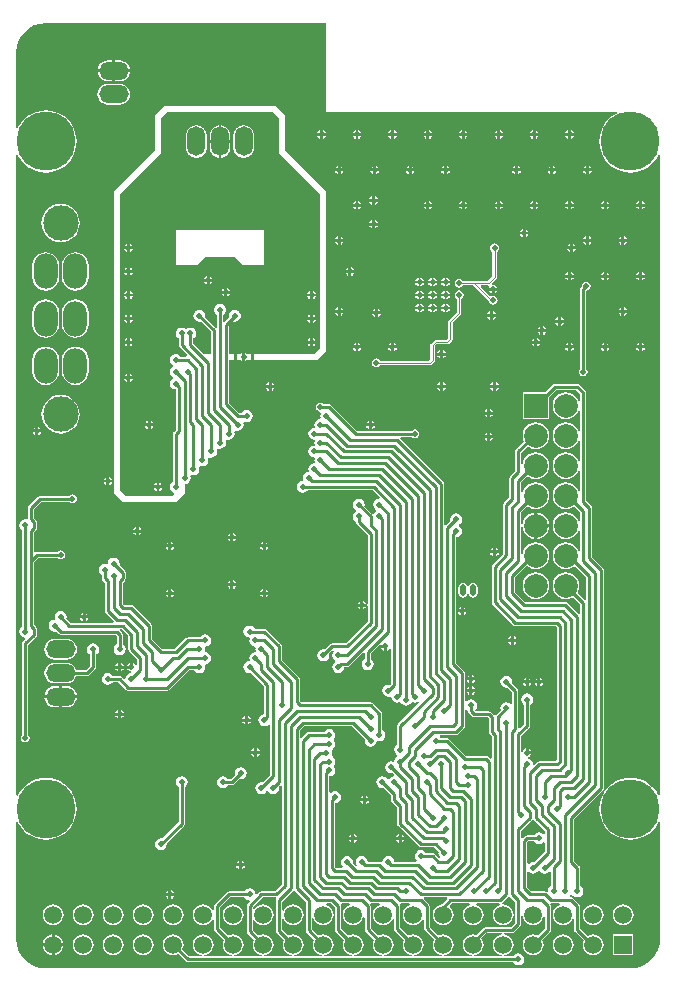
<source format=gbl>
%FSLAX25Y25*%
%MOIN*%
G70*
G01*
G75*
G04 Layer_Physical_Order=2*
G04 Layer_Color=16711680*
%ADD10C,0.00492*%
%ADD11R,0.13386X0.13386*%
%ADD12O,0.00787X0.02559*%
%ADD13O,0.02559X0.00787*%
%ADD14R,0.02835X0.03937*%
%ADD15R,0.03937X0.02835*%
%ADD16R,0.04134X0.04528*%
%ADD17O,0.01772X0.05512*%
%ADD18R,0.03740X0.02559*%
%ADD19R,0.03150X0.02165*%
%ADD20R,0.02559X0.03740*%
%ADD21R,0.03937X0.02362*%
G04:AMPARAMS|DCode=22|XSize=118.11mil|YSize=118.11mil|CornerRadius=0mil|HoleSize=0mil|Usage=FLASHONLY|Rotation=270.000|XOffset=0mil|YOffset=0mil|HoleType=Round|Shape=Octagon|*
%AMOCTAGOND22*
4,1,8,-0.02953,-0.05906,0.02953,-0.05906,0.05906,-0.02953,0.05906,0.02953,0.02953,0.05906,-0.02953,0.05906,-0.05906,0.02953,-0.05906,-0.02953,-0.02953,-0.05906,0.0*
%
%ADD22OCTAGOND22*%

%ADD23R,0.02362X0.03937*%
%ADD24R,0.05512X0.03543*%
%ADD25O,0.01181X0.05512*%
%ADD26O,0.05512X0.01181*%
%ADD27O,0.05709X0.01181*%
%ADD28O,0.01181X0.05709*%
%ADD29R,0.06496X0.04724*%
%ADD30R,0.03937X0.01811*%
%ADD31R,0.01811X0.01811*%
%ADD32C,0.01142*%
%ADD33R,0.01378X0.03740*%
%ADD34R,0.02953X0.06496*%
%ADD35R,0.03347X0.01575*%
%ADD36C,0.00984*%
%ADD37C,0.01575*%
%ADD38C,0.00787*%
%ADD39C,0.01969*%
%ADD40C,0.01000*%
%ADD41C,0.00500*%
%ADD42O,0.09843X0.05906*%
%ADD43R,0.07874X0.07874*%
%ADD44C,0.07874*%
%ADD45R,0.05906X0.05906*%
%ADD46C,0.05906*%
%ADD47O,0.05906X0.09843*%
%ADD48C,0.11811*%
%ADD49O,0.07874X0.11811*%
%ADD50C,0.19685*%
%ADD51O,0.01969X0.03937*%
%ADD52C,0.01969*%
G36*
X-97441Y315008D02*
X-3937Y314961D01*
Y285433D01*
X92916D01*
X93013Y284943D01*
X92735Y284827D01*
X91348Y283977D01*
X90111Y282921D01*
X89054Y281684D01*
X88204Y280297D01*
X87582Y278794D01*
X87202Y277212D01*
X87074Y275590D01*
X87202Y273969D01*
X87582Y272387D01*
X88204Y270884D01*
X89054Y269497D01*
X90111Y268260D01*
X91348Y267204D01*
X92735Y266354D01*
X94238Y265731D01*
X95819Y265352D01*
X97441Y265224D01*
X99063Y265352D01*
X100644Y265731D01*
X102147Y266354D01*
X103534Y267204D01*
X104771Y268260D01*
X105828Y269497D01*
X106678Y270884D01*
X106793Y271163D01*
X107283Y271065D01*
Y57675D01*
X106793Y57577D01*
X106678Y57856D01*
X105828Y59243D01*
X104771Y60480D01*
X103534Y61536D01*
X102147Y62386D01*
X100644Y63009D01*
X99063Y63389D01*
X97441Y63516D01*
X95819Y63389D01*
X94238Y63009D01*
X92735Y62386D01*
X91348Y61536D01*
X90111Y60480D01*
X89054Y59243D01*
X88204Y57856D01*
X87582Y56353D01*
X87202Y54771D01*
X87074Y53150D01*
X87202Y51528D01*
X87582Y49946D01*
X88204Y48443D01*
X89054Y47056D01*
X90111Y45819D01*
X91348Y44763D01*
X92735Y43913D01*
X94238Y43290D01*
X95819Y42911D01*
X97441Y42783D01*
X99063Y42911D01*
X100644Y43290D01*
X102147Y43913D01*
X103534Y44763D01*
X104771Y45819D01*
X105828Y47056D01*
X106678Y48443D01*
X106793Y48722D01*
X107283Y48624D01*
Y9843D01*
X107283D01*
X107282Y9343D01*
X107141Y7913D01*
X106578Y6058D01*
X105664Y4348D01*
X104434Y2849D01*
X102936Y1619D01*
X101226Y705D01*
X99370Y142D01*
X97441Y-48D01*
X-97441Y0D01*
X-97441Y0D01*
Y0D01*
X-97941Y2D01*
X-99370Y142D01*
X-101226Y705D01*
X-102936Y1619D01*
X-104434Y2849D01*
X-105664Y4348D01*
X-106578Y6058D01*
X-107141Y7913D01*
X-107331Y9842D01*
X-107331Y9843D01*
X-107325Y48699D01*
X-106825Y48799D01*
X-106678Y48443D01*
X-105828Y47056D01*
X-104771Y45819D01*
X-103534Y44763D01*
X-102147Y43913D01*
X-100644Y43290D01*
X-99063Y42911D01*
X-97441Y42783D01*
X-95819Y42911D01*
X-94238Y43290D01*
X-92735Y43913D01*
X-91348Y44763D01*
X-90111Y45819D01*
X-89054Y47056D01*
X-88204Y48443D01*
X-87582Y49946D01*
X-87202Y51528D01*
X-87074Y53150D01*
X-87202Y54771D01*
X-87582Y56353D01*
X-88204Y57856D01*
X-89054Y59243D01*
X-90111Y60480D01*
X-91348Y61536D01*
X-92735Y62386D01*
X-94238Y63009D01*
X-95819Y63389D01*
X-97441Y63516D01*
X-99063Y63389D01*
X-100644Y63009D01*
X-102147Y62386D01*
X-103534Y61536D01*
X-104771Y60480D01*
X-105828Y59243D01*
X-106678Y57856D01*
X-106823Y57504D01*
X-107323Y57604D01*
X-107289Y271079D01*
X-106799Y271176D01*
X-106678Y270884D01*
X-105828Y269497D01*
X-104771Y268260D01*
X-103534Y267204D01*
X-102147Y266354D01*
X-100644Y265731D01*
X-99063Y265352D01*
X-97441Y265224D01*
X-95819Y265352D01*
X-94238Y265731D01*
X-92735Y266354D01*
X-91348Y267204D01*
X-90111Y268260D01*
X-89054Y269497D01*
X-88204Y270884D01*
X-87582Y272387D01*
X-87202Y273969D01*
X-87074Y275590D01*
X-87202Y277212D01*
X-87582Y278794D01*
X-88204Y280297D01*
X-89054Y281684D01*
X-90111Y282921D01*
X-91348Y283977D01*
X-92735Y284827D01*
X-94238Y285450D01*
X-95819Y285829D01*
X-97441Y285957D01*
X-99063Y285829D01*
X-100644Y285450D01*
X-102147Y284827D01*
X-103534Y283977D01*
X-104771Y282921D01*
X-105828Y281684D01*
X-106678Y280297D01*
X-106797Y280008D01*
X-107288Y280106D01*
X-107283Y305118D01*
X-107283D01*
X-107282Y305617D01*
X-107141Y307048D01*
X-106578Y308903D01*
X-105664Y310613D01*
X-104435Y312111D01*
X-102936Y313341D01*
X-101226Y314255D01*
X-99371Y314818D01*
X-97441Y315008D01*
X-97441Y315008D01*
D02*
G37*
%LPC*%
G36*
X10335Y182510D02*
X10251Y182493D01*
X9762Y182167D01*
X9436Y181678D01*
X9419Y181595D01*
X10335D01*
Y182510D01*
D02*
G37*
G36*
X-62500Y182494D02*
Y181595D01*
X-61600D01*
X-61625Y181669D01*
X-61711Y181842D01*
X-61818Y182003D01*
X-61946Y182149D01*
X-62091Y182276D01*
X-62252Y182384D01*
X-62426Y182469D01*
X-62500Y182494D01*
D02*
G37*
G36*
X-63484D02*
X-63558Y182469D01*
X-63732Y182384D01*
X-63893Y182276D01*
X-64038Y182149D01*
X-64166Y182003D01*
X-64274Y181842D01*
X-64359Y181669D01*
X-64384Y181595D01*
X-63484D01*
Y182494D01*
D02*
G37*
G36*
X11319Y182510D02*
Y181595D01*
X12234D01*
X12218Y181678D01*
X11891Y182167D01*
X11403Y182493D01*
X11319Y182510D01*
D02*
G37*
G36*
X49705Y186447D02*
X49621Y186430D01*
X49132Y186104D01*
X48806Y185615D01*
X48789Y185531D01*
X49705D01*
Y186447D01*
D02*
G37*
G36*
X51604Y184547D02*
X50689D01*
Y183632D01*
X50773Y183649D01*
X51261Y183975D01*
X51588Y184463D01*
X51604Y184547D01*
D02*
G37*
G36*
X49705D02*
X48789D01*
X48806Y184463D01*
X49132Y183975D01*
X49621Y183649D01*
X49705Y183632D01*
Y184547D01*
D02*
G37*
G36*
X-99902Y180541D02*
Y179626D01*
X-98986D01*
X-99003Y179710D01*
X-99329Y180198D01*
X-99818Y180525D01*
X-99902Y180541D01*
D02*
G37*
G36*
X-100886D02*
X-100970Y180525D01*
X-101458Y180198D01*
X-101784Y179710D01*
X-101801Y179626D01*
X-100886D01*
Y180541D01*
D02*
G37*
G36*
X-92519Y191074D02*
X-93774Y190951D01*
X-94980Y190585D01*
X-96091Y189991D01*
X-97065Y189191D01*
X-97865Y188217D01*
X-98459Y187106D01*
X-98825Y185900D01*
X-98948Y184645D01*
X-98825Y183391D01*
X-98459Y182185D01*
X-97865Y181074D01*
X-97065Y180100D01*
X-96091Y179300D01*
X-94980Y178706D01*
X-93774Y178340D01*
X-92519Y178217D01*
X-91265Y178340D01*
X-90059Y178706D01*
X-88948Y179300D01*
X-87974Y180100D01*
X-87174Y181074D01*
X-86580Y182185D01*
X-86214Y183391D01*
X-86091Y184645D01*
X-86214Y185900D01*
X-86580Y187106D01*
X-87174Y188217D01*
X-87974Y189191D01*
X-88948Y189991D01*
X-90059Y190585D01*
X-91265Y190951D01*
X-92519Y191074D01*
D02*
G37*
G36*
X10335Y180610D02*
X9419D01*
X9436Y180526D01*
X9762Y180038D01*
X10251Y179712D01*
X10335Y179695D01*
Y180610D01*
D02*
G37*
G36*
X-61600D02*
X-62500D01*
Y179710D01*
X-62426Y179735D01*
X-62252Y179821D01*
X-62091Y179929D01*
X-61946Y180056D01*
X-61818Y180202D01*
X-61711Y180363D01*
X-61625Y180536D01*
X-61600Y180610D01*
D02*
G37*
G36*
X-63484D02*
X-64384D01*
X-64359Y180536D01*
X-64274Y180363D01*
X-64166Y180202D01*
X-64038Y180056D01*
X-63893Y179929D01*
X-63732Y179821D01*
X-63558Y179735D01*
X-63484Y179710D01*
Y180610D01*
D02*
G37*
G36*
X12234D02*
X11319D01*
Y179695D01*
X11403Y179712D01*
X11891Y180038D01*
X12218Y180526D01*
X12234Y180610D01*
D02*
G37*
G36*
X-87598Y207223D02*
X-88754Y207071D01*
X-89832Y206625D01*
X-90757Y205915D01*
X-91467Y204989D01*
X-91913Y203912D01*
X-92066Y202756D01*
Y198819D01*
X-91913Y197662D01*
X-91467Y196585D01*
X-90757Y195660D01*
X-89832Y194950D01*
X-88754Y194504D01*
X-87598Y194351D01*
X-86442Y194504D01*
X-85364Y194950D01*
X-84439Y195660D01*
X-83729Y196585D01*
X-83283Y197662D01*
X-83131Y198819D01*
Y202756D01*
X-83283Y203912D01*
X-83729Y204989D01*
X-84439Y205915D01*
X-85364Y206625D01*
X-86442Y207071D01*
X-87598Y207223D01*
D02*
G37*
G36*
X-97441D02*
X-98597Y207071D01*
X-99674Y206625D01*
X-100600Y205915D01*
X-101310Y204989D01*
X-101756Y203912D01*
X-101908Y202756D01*
Y198819D01*
X-101756Y197662D01*
X-101310Y196585D01*
X-100600Y195660D01*
X-99674Y194950D01*
X-98597Y194504D01*
X-97441Y194351D01*
X-96284Y194504D01*
X-95207Y194950D01*
X-94282Y195660D01*
X-93572Y196585D01*
X-93125Y197662D01*
X-92973Y198819D01*
Y202756D01*
X-93125Y203912D01*
X-93572Y204989D01*
X-94282Y205915D01*
X-95207Y206625D01*
X-96284Y207071D01*
X-97441Y207223D01*
D02*
G37*
G36*
X53573Y193405D02*
X52658D01*
Y192490D01*
X52741Y192507D01*
X53230Y192833D01*
X53556Y193322D01*
X53573Y193405D01*
D02*
G37*
G36*
X-23130Y195305D02*
X-23214Y195288D01*
X-23702Y194962D01*
X-24028Y194474D01*
X-24045Y194390D01*
X-23130D01*
Y195305D01*
D02*
G37*
G36*
X34941D02*
Y194390D01*
X35856D01*
X35840Y194474D01*
X35513Y194962D01*
X35025Y195288D01*
X34941Y195305D01*
D02*
G37*
G36*
X33957D02*
X33873Y195288D01*
X33384Y194962D01*
X33058Y194474D01*
X33041Y194390D01*
X33957D01*
Y195305D01*
D02*
G37*
G36*
X-22146D02*
Y194390D01*
X-21230D01*
X-21247Y194474D01*
X-21573Y194962D01*
X-22062Y195288D01*
X-22146Y195305D01*
D02*
G37*
G36*
X-23130Y193405D02*
X-24045D01*
X-24028Y193322D01*
X-23702Y192833D01*
X-23214Y192507D01*
X-23130Y192490D01*
Y193405D01*
D02*
G37*
G36*
X79724Y194901D02*
X72362D01*
X71978Y194825D01*
X71653Y194607D01*
X68955Y191909D01*
X61516D01*
Y183051D01*
X70374D01*
Y190490D01*
X72778Y192894D01*
X79309D01*
X80689Y191513D01*
Y188907D01*
X80189Y188807D01*
X79814Y189714D01*
X79104Y190639D01*
X78179Y191349D01*
X77101Y191796D01*
X75945Y191948D01*
X74789Y191796D01*
X73711Y191349D01*
X72786Y190639D01*
X72076Y189714D01*
X71630Y188637D01*
X71478Y187480D01*
X71630Y186324D01*
X72076Y185247D01*
X72786Y184321D01*
X73711Y183612D01*
X74789Y183165D01*
X75945Y183013D01*
X77101Y183165D01*
X78179Y183612D01*
X79104Y184321D01*
X79814Y185247D01*
X80189Y186153D01*
X80689Y186054D01*
Y178907D01*
X80189Y178807D01*
X79814Y179714D01*
X79104Y180639D01*
X78179Y181349D01*
X77101Y181796D01*
X75945Y181948D01*
X74789Y181796D01*
X73711Y181349D01*
X72786Y180639D01*
X72076Y179714D01*
X71630Y178637D01*
X71478Y177480D01*
X71630Y176324D01*
X72076Y175247D01*
X72786Y174321D01*
X73711Y173611D01*
X74789Y173165D01*
X75945Y173013D01*
X77101Y173165D01*
X78179Y173611D01*
X79104Y174321D01*
X79814Y175247D01*
X80189Y176154D01*
X80689Y176054D01*
Y168906D01*
X80189Y168807D01*
X79814Y169714D01*
X79104Y170639D01*
X78179Y171349D01*
X77101Y171795D01*
X75945Y171948D01*
X74789Y171795D01*
X73711Y171349D01*
X72786Y170639D01*
X72076Y169714D01*
X71630Y168637D01*
X71478Y167480D01*
X71630Y166324D01*
X72076Y165247D01*
X72786Y164321D01*
X73711Y163611D01*
X74789Y163165D01*
X75945Y163013D01*
X77101Y163165D01*
X78179Y163611D01*
X79104Y164321D01*
X79814Y165247D01*
X80189Y166154D01*
X80689Y166054D01*
Y158906D01*
X80189Y158807D01*
X79814Y159714D01*
X79104Y160639D01*
X78179Y161349D01*
X77101Y161795D01*
X75945Y161948D01*
X74789Y161795D01*
X73711Y161349D01*
X72786Y160639D01*
X72076Y159714D01*
X71630Y158637D01*
X71478Y157480D01*
X71630Y156324D01*
X72076Y155247D01*
X72786Y154321D01*
X73711Y153612D01*
X74789Y153165D01*
X75945Y153013D01*
X77101Y153165D01*
X78179Y153612D01*
X78769Y154064D01*
X80689Y152143D01*
Y148907D01*
X80189Y148807D01*
X79814Y149714D01*
X79104Y150639D01*
X78179Y151349D01*
X77101Y151795D01*
X75945Y151948D01*
X74789Y151795D01*
X73711Y151349D01*
X72786Y150639D01*
X72076Y149714D01*
X71630Y148637D01*
X71478Y147480D01*
X71630Y146324D01*
X72076Y145247D01*
X72786Y144321D01*
X73711Y143612D01*
X74789Y143165D01*
X75945Y143013D01*
X77101Y143165D01*
X78179Y143612D01*
X79104Y144321D01*
X79814Y145247D01*
X80189Y146153D01*
X80689Y146054D01*
Y138907D01*
X80189Y138807D01*
X79814Y139714D01*
X79104Y140639D01*
X78179Y141349D01*
X77101Y141796D01*
X75945Y141948D01*
X74789Y141796D01*
X73711Y141349D01*
X72786Y140639D01*
X72076Y139714D01*
X71630Y138637D01*
X71478Y137480D01*
X71630Y136324D01*
X72076Y135247D01*
X72786Y134321D01*
X73711Y133612D01*
X74789Y133165D01*
X75945Y133013D01*
X77101Y133165D01*
X78179Y133612D01*
X78947Y134201D01*
X82658Y130490D01*
Y122894D01*
X82158Y122687D01*
X79720Y125124D01*
X79814Y125247D01*
X80260Y126324D01*
X80412Y127480D01*
X80260Y128637D01*
X79814Y129714D01*
X79104Y130639D01*
X78179Y131349D01*
X77101Y131796D01*
X75945Y131948D01*
X74789Y131796D01*
X73711Y131349D01*
X72786Y130639D01*
X72076Y129714D01*
X71630Y128637D01*
X71478Y127480D01*
X71630Y126324D01*
X72076Y125247D01*
X72786Y124321D01*
X73711Y123611D01*
X74789Y123165D01*
X75945Y123013D01*
X77101Y123165D01*
X78179Y123611D01*
X78301Y123705D01*
X80689Y121317D01*
Y118287D01*
X80189Y118080D01*
X76497Y121773D01*
X76171Y121990D01*
X75787Y122066D01*
X62424D01*
X59074Y125416D01*
Y130490D01*
X62854Y134269D01*
X63711Y133612D01*
X64789Y133165D01*
X65945Y133013D01*
X67101Y133165D01*
X68179Y133612D01*
X69104Y134321D01*
X69814Y135247D01*
X70260Y136324D01*
X70412Y137480D01*
X70260Y138637D01*
X69814Y139714D01*
X69104Y140639D01*
X68179Y141349D01*
X67101Y141796D01*
X65945Y141948D01*
X64789Y141796D01*
X63711Y141349D01*
X62786Y140639D01*
X62076Y139714D01*
X61630Y138637D01*
X61543Y137977D01*
X61043Y138010D01*
Y146951D01*
X61543Y146984D01*
X61630Y146324D01*
X62076Y145247D01*
X62786Y144321D01*
X63711Y143612D01*
X64789Y143165D01*
X65453Y143078D01*
Y147480D01*
Y151883D01*
X64789Y151795D01*
X63711Y151349D01*
X62786Y150639D01*
X62076Y149714D01*
X61630Y148637D01*
X61543Y147977D01*
X61043Y148010D01*
Y152143D01*
X63032Y154133D01*
X63711Y153612D01*
X64789Y153165D01*
X65945Y153013D01*
X67101Y153165D01*
X68179Y153612D01*
X69104Y154321D01*
X69814Y155247D01*
X70260Y156324D01*
X70412Y157480D01*
X70260Y158637D01*
X69814Y159714D01*
X69104Y160639D01*
X68179Y161349D01*
X67101Y161795D01*
X65945Y161948D01*
X64789Y161795D01*
X63711Y161349D01*
X62786Y160639D01*
X62076Y159714D01*
X61630Y158637D01*
X61622Y158575D01*
X61122Y158608D01*
Y162065D01*
X63121Y164064D01*
X63711Y163611D01*
X64789Y163165D01*
X65945Y163013D01*
X67101Y163165D01*
X68179Y163611D01*
X69104Y164321D01*
X69814Y165247D01*
X70260Y166324D01*
X70412Y167480D01*
X70260Y168637D01*
X69814Y169714D01*
X69104Y170639D01*
X68179Y171349D01*
X67101Y171795D01*
X65945Y171948D01*
X64789Y171795D01*
X63711Y171349D01*
X62786Y170639D01*
X62076Y169714D01*
X61630Y168637D01*
X61543Y167977D01*
X61043Y168010D01*
Y171828D01*
X63210Y173996D01*
X63711Y173611D01*
X64789Y173165D01*
X65945Y173013D01*
X67101Y173165D01*
X68179Y173611D01*
X69104Y174321D01*
X69814Y175247D01*
X70260Y176324D01*
X70412Y177480D01*
X70260Y178637D01*
X69814Y179714D01*
X69104Y180639D01*
X68179Y181349D01*
X67101Y181796D01*
X65945Y181948D01*
X64789Y181796D01*
X63711Y181349D01*
X62786Y180639D01*
X62076Y179714D01*
X61630Y178637D01*
X61478Y177480D01*
X61630Y176324D01*
X61943Y175567D01*
X59330Y172954D01*
X59112Y172628D01*
X59036Y172244D01*
Y165770D01*
X57361Y164095D01*
X57144Y163770D01*
X57067Y163386D01*
Y156912D01*
X55393Y155237D01*
X55175Y154912D01*
X55099Y154527D01*
Y138211D01*
X51456Y134568D01*
X51238Y134242D01*
X51162Y133858D01*
Y122047D01*
X51238Y121663D01*
X51456Y121338D01*
X58346Y114448D01*
X58671Y114230D01*
X59055Y114154D01*
X72419D01*
X72815Y113758D01*
Y69313D01*
X72419Y68917D01*
X66929D01*
X66545Y68840D01*
X66437Y68768D01*
X66220Y68623D01*
X65460Y67864D01*
X64967Y68077D01*
X64846Y68682D01*
X64411Y69333D01*
X63760Y69768D01*
X63273Y69865D01*
Y69865D01*
X63235Y70133D01*
X63273Y70401D01*
D01*
X63568Y70460D01*
X63710Y70554D01*
X64056Y70786D01*
X64383Y71274D01*
X64399Y71358D01*
X62992D01*
Y71850D01*
X62500D01*
Y73258D01*
X62416Y73241D01*
X61928Y72915D01*
X61601Y72426D01*
X61543Y72132D01*
X61043Y72181D01*
Y77509D01*
X63702Y80168D01*
X63847Y80386D01*
X63919Y80493D01*
X63996Y80878D01*
Y87870D01*
X64411Y88148D01*
X64846Y88799D01*
X64999Y89567D01*
X64846Y90335D01*
X64411Y90986D01*
X63760Y91421D01*
X62992Y91574D01*
X62224Y91421D01*
X61573Y90986D01*
X61138Y90335D01*
X60985Y89567D01*
X61138Y88799D01*
X61573Y88148D01*
X61989Y87870D01*
Y81293D01*
X60559Y79863D01*
X60059Y80070D01*
Y92520D01*
X59982Y92904D01*
X59910Y93012D01*
X59765Y93229D01*
X58012Y94982D01*
X58109Y95472D01*
X57957Y96241D01*
X57522Y96892D01*
X56870Y97327D01*
X56102Y97479D01*
X55334Y97327D01*
X54683Y96892D01*
X54248Y96241D01*
X54095Y95472D01*
X54248Y94704D01*
X54683Y94053D01*
X55334Y93618D01*
X56102Y93465D01*
X56593Y93563D01*
X58052Y92104D01*
Y88140D01*
X57552Y87989D01*
X57522Y88033D01*
X56870Y88468D01*
X56102Y88621D01*
X55334Y88468D01*
X54683Y88033D01*
X54248Y87382D01*
X54095Y86614D01*
X54193Y86124D01*
X52471Y84402D01*
X52409Y84371D01*
X51922Y84371D01*
X51859Y84402D01*
X50906Y85355D01*
X50581Y85573D01*
X50197Y85649D01*
X46043D01*
X45961Y85757D01*
X45711Y86179D01*
X46146Y86830D01*
X46298Y87598D01*
X46146Y88367D01*
X45711Y89018D01*
X45059Y89453D01*
X44291Y89605D01*
X43523Y89453D01*
X42872Y89018D01*
X42842Y88973D01*
X42342Y89124D01*
Y92189D01*
X42382Y92193D01*
Y92847D01*
X42342Y92851D01*
Y96126D01*
X42382Y96130D01*
Y96784D01*
X42342Y96788D01*
Y98425D01*
X42266Y98809D01*
X42048Y99135D01*
X39389Y101794D01*
Y118763D01*
X39429Y118767D01*
Y119422D01*
X39389Y119426D01*
Y143666D01*
X40138Y143815D01*
X40789Y144250D01*
X41224Y144901D01*
X41377Y145669D01*
X41224Y146437D01*
X40789Y147089D01*
X40417Y147337D01*
Y147939D01*
X40789Y148187D01*
X41224Y148838D01*
X41377Y149606D01*
X41224Y150374D01*
X40789Y151025D01*
X40138Y151461D01*
X39370Y151613D01*
X38602Y151461D01*
X37951Y151025D01*
X37516Y150374D01*
X37363Y149606D01*
X37461Y149116D01*
X35952Y147608D01*
X35452Y147815D01*
Y161417D01*
X35376Y161801D01*
X35158Y162127D01*
X20639Y176646D01*
X20846Y177146D01*
X24486D01*
X24526Y177085D01*
X25014Y176759D01*
X25591Y176644D01*
X26167Y176759D01*
X26655Y177085D01*
X26981Y177574D01*
X27096Y178150D01*
X26981Y178726D01*
X26655Y179214D01*
X26167Y179540D01*
X25591Y179655D01*
X25014Y179540D01*
X24526Y179214D01*
X24486Y179153D01*
X11158D01*
X11154Y179193D01*
X10499D01*
X10496Y179153D01*
X6321D01*
X-2243Y187717D01*
X-2569Y187935D01*
X-2953Y188011D01*
X-4800D01*
X-4841Y188072D01*
X-5330Y188399D01*
X-5906Y188513D01*
X-6482Y188399D01*
X-6970Y188072D01*
X-7296Y187584D01*
X-7411Y187008D01*
X-7296Y186432D01*
X-6970Y185943D01*
X-6482Y185617D01*
X-5906Y185503D01*
X-5643Y185045D01*
X-5791Y184823D01*
X-5944Y184055D01*
X-5852Y183591D01*
X-5892Y183230D01*
X-6215Y183048D01*
X-6674Y182957D01*
X-7325Y182522D01*
X-7760Y181870D01*
X-7913Y181102D01*
X-7820Y180638D01*
X-7861Y180277D01*
X-8183Y180095D01*
X-8642Y180004D01*
X-9293Y179569D01*
X-9728Y178918D01*
X-9881Y178150D01*
X-9728Y177382D01*
X-9293Y176730D01*
X-8642Y176295D01*
X-8183Y176204D01*
X-7861Y176022D01*
X-7820Y175661D01*
X-7913Y175197D01*
X-7820Y174733D01*
X-7861Y174372D01*
X-8183Y174190D01*
X-8642Y174098D01*
X-9293Y173663D01*
X-9728Y173012D01*
X-9881Y172244D01*
X-9728Y171476D01*
X-9293Y170825D01*
X-8642Y170390D01*
X-8183Y170299D01*
X-7861Y170116D01*
X-7820Y169755D01*
X-7913Y169291D01*
X-7820Y168827D01*
X-7861Y168466D01*
X-8183Y168284D01*
X-8642Y168193D01*
X-9293Y167758D01*
X-9728Y167107D01*
X-9881Y166339D01*
X-9789Y165875D01*
X-9829Y165514D01*
X-10152Y165331D01*
X-10611Y165240D01*
X-11262Y164805D01*
X-11697Y164154D01*
X-11850Y163386D01*
X-11757Y162922D01*
X-11798Y162561D01*
X-12120Y162379D01*
X-12579Y162287D01*
X-13230Y161852D01*
X-13665Y161201D01*
X-13818Y160433D01*
X-13665Y159665D01*
X-13230Y159014D01*
X-12579Y158579D01*
X-11811Y158426D01*
X-11043Y158579D01*
X-10392Y159014D01*
X-10114Y159430D01*
X11395D01*
X13829Y156996D01*
X13616Y156502D01*
X13012Y156382D01*
X12360Y155947D01*
X11925Y155296D01*
X11772Y154528D01*
X11925Y153760D01*
X12360Y153108D01*
X12732Y152860D01*
Y152258D01*
X12360Y152010D01*
X12012Y151488D01*
X11849Y151424D01*
X11590Y151394D01*
X11426Y151411D01*
X8799Y154037D01*
X8897Y154528D01*
X8744Y155296D01*
X8309Y155947D01*
X7658Y156382D01*
X6890Y156535D01*
X6122Y156382D01*
X5471Y155947D01*
X5035Y155296D01*
X4883Y154528D01*
X5035Y153760D01*
X5471Y153108D01*
X5843Y152860D01*
Y152258D01*
X5471Y152010D01*
X5035Y151359D01*
X4883Y150591D01*
X5035Y149822D01*
X5471Y149171D01*
X5886Y148894D01*
Y148622D01*
X5963Y148238D01*
X6180Y147913D01*
X9823Y144269D01*
Y121394D01*
X9783Y121390D01*
Y120736D01*
X9823Y120732D01*
Y115573D01*
X2537Y108287D01*
X-1969D01*
X-2353Y108211D01*
X-2678Y107993D01*
X-4431Y106240D01*
X-4921Y106338D01*
X-5689Y106185D01*
X-6340Y105750D01*
X-6775Y105099D01*
X-6928Y104331D01*
X-6775Y103563D01*
X-6340Y102911D01*
X-5689Y102476D01*
X-4921Y102324D01*
X-4153Y102476D01*
X-3502Y102911D01*
X-3067Y103563D01*
X-2914Y104331D01*
X-3012Y104821D01*
X-1895Y105938D01*
X-1507Y105619D01*
X-1854Y105099D01*
X-2007Y104331D01*
X-1854Y103563D01*
X-1419Y102911D01*
X-1047Y102663D01*
Y102061D01*
X-1419Y101813D01*
X-1854Y101162D01*
X-2007Y100394D01*
X-1854Y99626D01*
X-1419Y98975D01*
X-768Y98539D01*
X0Y98387D01*
X768Y98539D01*
X1419Y98975D01*
X1854Y99626D01*
X2003Y100374D01*
X2953D01*
X3337Y100451D01*
X3662Y100668D01*
X8358Y105364D01*
X8366Y105363D01*
X8839Y105138D01*
Y103075D01*
X8423Y102797D01*
X7988Y102146D01*
X7835Y101378D01*
X7988Y100610D01*
X8423Y99959D01*
X9075Y99524D01*
X9843Y99371D01*
X10611Y99524D01*
X11262Y99959D01*
X11697Y100610D01*
X11850Y101378D01*
X11697Y102146D01*
X11262Y102797D01*
X10846Y103075D01*
Y104899D01*
X13858Y107911D01*
X14111Y107776D01*
X15748D01*
Y107283D01*
X16240D01*
Y105876D01*
X16324Y105893D01*
X16812Y106219D01*
X17139Y106707D01*
X17197Y107002D01*
X17697Y106952D01*
Y94904D01*
X17223Y94429D01*
X16732Y94527D01*
X15964Y94374D01*
X15313Y93939D01*
X14878Y93288D01*
X14725Y92520D01*
X14878Y91752D01*
X15313Y91101D01*
X15964Y90665D01*
X16732Y90513D01*
X17196Y90605D01*
X17557Y90565D01*
X17740Y90242D01*
X17831Y89783D01*
X18266Y89132D01*
X18917Y88697D01*
X19685Y88544D01*
X20453Y88697D01*
X21006Y88465D01*
X21219Y88148D01*
X21870Y87713D01*
X22638Y87560D01*
X23406Y87713D01*
X24057Y88148D01*
X24284Y88488D01*
X24823Y88697D01*
X25591Y88544D01*
X26359Y88697D01*
X26740Y88952D01*
Y88952D01*
X26791Y88986D01*
X26978Y88815D01*
X27137Y88615D01*
X27132Y88594D01*
X27130Y88589D01*
X19960Y81418D01*
X19742Y81093D01*
X19666Y80709D01*
Y74532D01*
X19250Y74254D01*
X18815Y73603D01*
X18662Y72835D01*
X18815Y72067D01*
X19250Y71415D01*
X19622Y71167D01*
Y70565D01*
X19250Y70317D01*
X18815Y69666D01*
X18724Y69207D01*
X18541Y68884D01*
X18180Y68844D01*
X17717Y68936D01*
X16949Y68783D01*
X16297Y68348D01*
X15862Y67697D01*
X15710Y66929D01*
X15862Y66161D01*
X16297Y65510D01*
X16949Y65075D01*
X17717Y64922D01*
X18207Y65020D01*
X18750Y64476D01*
X18537Y63982D01*
X17933Y63862D01*
X17282Y63427D01*
X17033Y63055D01*
X16432D01*
X16183Y63427D01*
X15532Y63862D01*
X14764Y64015D01*
X13996Y63862D01*
X13345Y63427D01*
X12910Y62776D01*
X12757Y62008D01*
X12910Y61240D01*
X13345Y60589D01*
X13996Y60154D01*
X14764Y60001D01*
X15254Y60098D01*
X17697Y57655D01*
Y56102D01*
X17774Y55718D01*
X17991Y55393D01*
X19666Y53718D01*
Y48228D01*
X19742Y47844D01*
X19960Y47519D01*
X26849Y40629D01*
X27175Y40411D01*
X27559Y40335D01*
X32065D01*
X33523Y38876D01*
X33426Y38386D01*
X33579Y37618D01*
X33926Y37098D01*
X33538Y36779D01*
X32206Y38111D01*
X31880Y38329D01*
X31496Y38405D01*
X29256D01*
X28978Y38821D01*
X28327Y39256D01*
X27559Y39409D01*
X26791Y39256D01*
X26140Y38821D01*
X25705Y38170D01*
X25552Y37402D01*
X25705Y36634D01*
X26140Y35982D01*
X26185Y35952D01*
X26033Y35452D01*
X18735D01*
X18587Y36201D01*
X18151Y36852D01*
X17500Y37287D01*
X16732Y37440D01*
X15964Y37287D01*
X15313Y36852D01*
X14878Y36201D01*
X14755Y35582D01*
X14384Y35359D01*
X14236Y35327D01*
X14164Y35376D01*
X13780Y35452D01*
X9877D01*
X9728Y36201D01*
X9293Y36852D01*
X8642Y37287D01*
X7874Y37440D01*
X7106Y37287D01*
X6455Y36852D01*
X6020Y36201D01*
X5867Y35433D01*
X6020Y34665D01*
X6367Y34145D01*
X5979Y33826D01*
X4862Y34943D01*
X4960Y35433D01*
X4807Y36201D01*
X4372Y36852D01*
X3721Y37287D01*
X2953Y37440D01*
X2185Y37287D01*
X1534Y36852D01*
X1099Y36201D01*
X946Y35433D01*
X1099Y34665D01*
X1534Y34014D01*
X1578Y33984D01*
X1427Y33484D01*
X-569D01*
X-965Y33880D01*
Y55083D01*
X-216Y55232D01*
X435Y55667D01*
X870Y56318D01*
X1023Y57087D01*
X870Y57855D01*
X435Y58506D01*
X-216Y58941D01*
X-984Y59094D01*
X-1752Y58941D01*
X-2403Y58506D01*
X-2434Y58461D01*
X-2933Y58613D01*
Y63942D01*
X-2185Y64091D01*
X-1534Y64526D01*
X-1099Y65177D01*
X-946Y65945D01*
X-1099Y66713D01*
X-1309Y67027D01*
X-1505Y67421D01*
X-1309Y67815D01*
X-1099Y68130D01*
X-946Y68898D01*
X-1099Y69666D01*
X-1534Y70317D01*
X-1851Y70529D01*
X-2083Y71082D01*
X-1930Y71850D01*
X-2083Y72619D01*
X-1851Y73172D01*
X-1534Y73384D01*
X-1099Y74035D01*
X-946Y74803D01*
X-1099Y75571D01*
X-1309Y75886D01*
X-1505Y76279D01*
X-1309Y76673D01*
X-1099Y76988D01*
X-946Y77756D01*
X-1099Y78524D01*
X-1534Y79175D01*
X-2185Y79610D01*
X-2953Y79763D01*
X-3721Y79610D01*
X-4372Y79175D01*
X-4650Y78759D01*
X-9843D01*
X-10227Y78683D01*
X-10335Y78611D01*
X-10552Y78465D01*
X-12276Y76742D01*
X-12776Y76949D01*
Y79309D01*
X-11395Y80689D01*
X4506D01*
X8917Y76278D01*
X8820Y75787D01*
X8973Y75019D01*
X9408Y74368D01*
X10059Y73933D01*
X10827Y73780D01*
X11595Y73933D01*
X12246Y74368D01*
X12681Y75019D01*
X12772Y75478D01*
X12955Y75801D01*
X13316Y75841D01*
X13780Y75749D01*
X14548Y75902D01*
X15199Y76337D01*
X15634Y76988D01*
X15787Y77756D01*
X15634Y78524D01*
X15199Y79175D01*
X14783Y79453D01*
Y84646D01*
X14707Y85030D01*
X14635Y85138D01*
X14489Y85355D01*
X11536Y88308D01*
X11211Y88526D01*
X10827Y88602D01*
X-12380D01*
X-12776Y88998D01*
Y96457D01*
X-12840Y96777D01*
X-12852Y96841D01*
X-13070Y97166D01*
X-18681Y102778D01*
Y107283D01*
X-18745Y107604D01*
X-18758Y107668D01*
X-18975Y107993D01*
X-23897Y112914D01*
X-24222Y113132D01*
X-24606Y113208D01*
X-27831D01*
X-28108Y113624D01*
X-28760Y114059D01*
X-29528Y114212D01*
X-30296Y114059D01*
X-30947Y113624D01*
X-31382Y112973D01*
X-31535Y112205D01*
X-31382Y111437D01*
X-30947Y110785D01*
X-30296Y110350D01*
X-29837Y110259D01*
X-29514Y110077D01*
X-29474Y109716D01*
X-29566Y109252D01*
X-29413Y108484D01*
X-28978Y107833D01*
X-28327Y107398D01*
X-27868Y107306D01*
X-27546Y107124D01*
X-27505Y106763D01*
X-27598Y106299D01*
X-27505Y105835D01*
X-27546Y105474D01*
X-27868Y105292D01*
X-28327Y105201D01*
X-28978Y104766D01*
X-29413Y104114D01*
X-29566Y103347D01*
X-29474Y102882D01*
X-29514Y102522D01*
X-29837Y102339D01*
X-30296Y102248D01*
X-30947Y101813D01*
X-31382Y101162D01*
X-31535Y100394D01*
X-31382Y99626D01*
X-30947Y98975D01*
X-30296Y98539D01*
X-29528Y98387D01*
X-29037Y98484D01*
X-24626Y94073D01*
Y84680D01*
X-25374Y84531D01*
X-26026Y84096D01*
X-26461Y83445D01*
X-26613Y82677D01*
X-26461Y81909D01*
X-26026Y81258D01*
X-25374Y80823D01*
X-24606Y80670D01*
X-23838Y80823D01*
X-23187Y81258D01*
X-23157Y81303D01*
X-22657Y81151D01*
Y64392D01*
X-25100Y61949D01*
X-25591Y62046D01*
X-26359Y61894D01*
X-27010Y61459D01*
X-27445Y60807D01*
X-27598Y60039D01*
X-27445Y59271D01*
X-27010Y58620D01*
X-26359Y58185D01*
X-25591Y58032D01*
X-24823Y58185D01*
X-24171Y58620D01*
X-23923Y58992D01*
X-23321D01*
X-23073Y58620D01*
X-22422Y58185D01*
X-21654Y58032D01*
X-20886Y58185D01*
X-20234Y58620D01*
X-19799Y59271D01*
X-19647Y60039D01*
X-19744Y60530D01*
X-19220Y61054D01*
X-18720Y60847D01*
Y27975D01*
X-21085Y25610D01*
X-25591D01*
X-25911Y25546D01*
X-25975Y25533D01*
X-26300Y25316D01*
X-27059Y24557D01*
X-27553Y24770D01*
X-27673Y25374D01*
X-28108Y26026D01*
X-28760Y26461D01*
X-29528Y26613D01*
X-30296Y26461D01*
X-30947Y26026D01*
X-31225Y25610D01*
X-36417D01*
X-36738Y25546D01*
X-36801Y25533D01*
X-37127Y25316D01*
X-41064Y21379D01*
X-41282Y21053D01*
X-41358Y20669D01*
Y19390D01*
X-41858Y19290D01*
X-41991Y19611D01*
X-42543Y20331D01*
X-43263Y20883D01*
X-44101Y21230D01*
X-45000Y21349D01*
X-45899Y21230D01*
X-46737Y20883D01*
X-47457Y20331D01*
X-48009Y19611D01*
X-48356Y18773D01*
X-48475Y17874D01*
X-48356Y16975D01*
X-48009Y16137D01*
X-47457Y15417D01*
X-46737Y14865D01*
X-45899Y14518D01*
X-45000Y14399D01*
X-44101Y14518D01*
X-43263Y14865D01*
X-42543Y15417D01*
X-41991Y16137D01*
X-41858Y16458D01*
X-41358Y16358D01*
Y13228D01*
X-41282Y12844D01*
X-41064Y12519D01*
X-38052Y9507D01*
X-38356Y8773D01*
X-38475Y7874D01*
X-38356Y6975D01*
X-38009Y6137D01*
X-37457Y5417D01*
X-36737Y4865D01*
X-35899Y4518D01*
X-35432Y4456D01*
X-35465Y3956D01*
X-44535D01*
X-44568Y4456D01*
X-44101Y4518D01*
X-43263Y4865D01*
X-42543Y5417D01*
X-41991Y6137D01*
X-41644Y6975D01*
X-41525Y7874D01*
X-41644Y8773D01*
X-41991Y9611D01*
X-42543Y10331D01*
X-43263Y10883D01*
X-44101Y11230D01*
X-45000Y11349D01*
X-45899Y11230D01*
X-46737Y10883D01*
X-47457Y10331D01*
X-48009Y9611D01*
X-48356Y8773D01*
X-48475Y7874D01*
X-48356Y6975D01*
X-48009Y6137D01*
X-47457Y5417D01*
X-46737Y4865D01*
X-45899Y4518D01*
X-45432Y4456D01*
X-45465Y3956D01*
X-49663D01*
X-51948Y6241D01*
X-51644Y6975D01*
X-51525Y7874D01*
X-51644Y8773D01*
X-51991Y9611D01*
X-52543Y10331D01*
X-53263Y10883D01*
X-54101Y11230D01*
X-55000Y11349D01*
X-55899Y11230D01*
X-56737Y10883D01*
X-57457Y10331D01*
X-58009Y9611D01*
X-58356Y8773D01*
X-58475Y7874D01*
X-58356Y6975D01*
X-58009Y6137D01*
X-57457Y5417D01*
X-56737Y4865D01*
X-55899Y4518D01*
X-55000Y4399D01*
X-54101Y4518D01*
X-53367Y4822D01*
X-50788Y2243D01*
X-50463Y2026D01*
X-50399Y2013D01*
X-50079Y1949D01*
X58342D01*
X58620Y1534D01*
X59271Y1099D01*
X60039Y946D01*
X60807Y1099D01*
X61459Y1534D01*
X61894Y2185D01*
X62046Y2953D01*
X61894Y3721D01*
X61459Y4372D01*
X60807Y4807D01*
X60039Y4960D01*
X59271Y4807D01*
X58620Y4372D01*
X58342Y3956D01*
X55465D01*
X55432Y4456D01*
X55899Y4518D01*
X56737Y4865D01*
X57457Y5417D01*
X58009Y6137D01*
X58356Y6975D01*
X58475Y7874D01*
X58356Y8773D01*
X58009Y9611D01*
X57457Y10331D01*
X56737Y10883D01*
X55899Y11230D01*
X55432Y11292D01*
X55465Y11792D01*
X58071D01*
X58455Y11868D01*
X58780Y12086D01*
X60749Y14054D01*
X60966Y14380D01*
X61043Y14764D01*
Y17539D01*
X61062Y17563D01*
X61337Y17545D01*
X61583Y17434D01*
X61644Y16975D01*
X61991Y16137D01*
X62543Y15417D01*
X63263Y14865D01*
X64101Y14518D01*
X65000Y14399D01*
X65899Y14518D01*
X66737Y14865D01*
X67457Y15417D01*
X68009Y16137D01*
X68356Y16975D01*
X68378Y17143D01*
X68878Y17110D01*
Y13211D01*
X66605Y10938D01*
X65899Y11230D01*
X65000Y11349D01*
X64101Y11230D01*
X63263Y10883D01*
X62543Y10331D01*
X61991Y9611D01*
X61644Y8773D01*
X61525Y7874D01*
X61644Y6975D01*
X61991Y6137D01*
X62543Y5417D01*
X63263Y4865D01*
X64101Y4518D01*
X65000Y4399D01*
X65899Y4518D01*
X66737Y4865D01*
X67457Y5417D01*
X68009Y6137D01*
X68356Y6975D01*
X68475Y7874D01*
X68356Y8773D01*
X68041Y9535D01*
X70591Y12086D01*
X70809Y12411D01*
X70885Y12795D01*
Y20669D01*
X70809Y21053D01*
X70745Y21148D01*
X70782Y21296D01*
X71022Y21634D01*
X73770D01*
X73869Y21134D01*
X73263Y20883D01*
X72543Y20331D01*
X71991Y19611D01*
X71644Y18773D01*
X71525Y17874D01*
X71644Y16975D01*
X71991Y16137D01*
X72543Y15417D01*
X73263Y14865D01*
X74101Y14518D01*
X75000Y14399D01*
X75899Y14518D01*
X76737Y14865D01*
X77457Y15417D01*
X78009Y16137D01*
X78221Y16648D01*
X78721Y16548D01*
Y12795D01*
X78797Y12411D01*
X79015Y12086D01*
X81844Y9257D01*
X81644Y8773D01*
X81525Y7874D01*
X81644Y6975D01*
X81991Y6137D01*
X82543Y5417D01*
X83263Y4865D01*
X84101Y4518D01*
X85000Y4399D01*
X85899Y4518D01*
X86737Y4865D01*
X87457Y5417D01*
X88009Y6137D01*
X88356Y6975D01*
X88475Y7874D01*
X88356Y8773D01*
X88009Y9611D01*
X87457Y10331D01*
X86737Y10883D01*
X85899Y11230D01*
X85000Y11349D01*
X84101Y11230D01*
X83263Y10883D01*
X83146Y10793D01*
X80728Y13211D01*
Y20669D01*
X80651Y21053D01*
X80434Y21379D01*
X78465Y23347D01*
X78140Y23565D01*
X77756Y23641D01*
X77313D01*
X77162Y24141D01*
X77207Y24171D01*
X77455Y24543D01*
X78057D01*
X78305Y24171D01*
X78956Y23736D01*
X79724Y23584D01*
X80493Y23736D01*
X81144Y24171D01*
X81579Y24823D01*
X81731Y25591D01*
X81579Y26359D01*
X81144Y27010D01*
X80728Y27288D01*
Y33465D01*
X80651Y33849D01*
X80579Y33957D01*
X80434Y34174D01*
X78759Y35849D01*
Y49781D01*
X88308Y59330D01*
X88526Y59655D01*
X88602Y60039D01*
Y132705D01*
X88538Y133026D01*
X88526Y133089D01*
X88308Y133415D01*
X84665Y137058D01*
Y153543D01*
X84589Y153927D01*
X84516Y154035D01*
X84371Y154253D01*
X82696Y155928D01*
Y191929D01*
X82620Y192313D01*
X82548Y192421D01*
X82402Y192639D01*
X80434Y194607D01*
X80108Y194825D01*
X79724Y194901D01*
D02*
G37*
G36*
X50689Y186447D02*
Y185531D01*
X51604D01*
X51588Y185615D01*
X51261Y186104D01*
X50773Y186430D01*
X50689Y186447D01*
D02*
G37*
G36*
X-21230Y193405D02*
X-22146D01*
Y192490D01*
X-22062Y192507D01*
X-21573Y192833D01*
X-21247Y193322D01*
X-21230Y193405D01*
D02*
G37*
G36*
X51673D02*
X50758D01*
X50775Y193322D01*
X51101Y192833D01*
X51589Y192507D01*
X51673Y192490D01*
Y193405D01*
D02*
G37*
G36*
X35856D02*
X34941D01*
Y192490D01*
X35025Y192507D01*
X35513Y192833D01*
X35840Y193322D01*
X35856Y193405D01*
D02*
G37*
G36*
X33957D02*
X33041D01*
X33058Y193322D01*
X33384Y192833D01*
X33873Y192507D01*
X33957Y192490D01*
Y193405D01*
D02*
G37*
G36*
X-98986Y178642D02*
X-99902D01*
Y177726D01*
X-99818Y177743D01*
X-99329Y178069D01*
X-99003Y178558D01*
X-98986Y178642D01*
D02*
G37*
G36*
X-34941Y145108D02*
Y144193D01*
X-34026D01*
X-34042Y144277D01*
X-34369Y144765D01*
X-34857Y145091D01*
X-34941Y145108D01*
D02*
G37*
G36*
X-35925D02*
X-36009Y145091D01*
X-36498Y144765D01*
X-36824Y144277D01*
X-36841Y144193D01*
X-35925D01*
Y145108D01*
D02*
G37*
G36*
X70347Y146988D02*
X66437D01*
Y143078D01*
X67101Y143165D01*
X68179Y143612D01*
X69104Y144321D01*
X69814Y145247D01*
X70260Y146324D01*
X70347Y146988D01*
D02*
G37*
G36*
X-67421Y145177D02*
X-68336D01*
X-68320Y145093D01*
X-67993Y144605D01*
X-67505Y144279D01*
X-67421Y144262D01*
Y145177D01*
D02*
G37*
G36*
X-66437Y147077D02*
Y146161D01*
X-65522D01*
X-65538Y146245D01*
X-65865Y146734D01*
X-66353Y147060D01*
X-66437Y147077D01*
D02*
G37*
G36*
X-67421D02*
X-67505Y147060D01*
X-67993Y146734D01*
X-68320Y146245D01*
X-68336Y146161D01*
X-67421D01*
Y147077D01*
D02*
G37*
G36*
X-65522Y145177D02*
X-66437D01*
Y144262D01*
X-66353Y144279D01*
X-65865Y144605D01*
X-65538Y145093D01*
X-65522Y145177D01*
D02*
G37*
G36*
X-55610Y142155D02*
Y141240D01*
X-54695D01*
X-54712Y141324D01*
X-55038Y141812D01*
X-55526Y142139D01*
X-55610Y142155D01*
D02*
G37*
G36*
X-56595D02*
X-56678Y142139D01*
X-57167Y141812D01*
X-57493Y141324D01*
X-57510Y141240D01*
X-56595D01*
Y142155D01*
D02*
G37*
G36*
X-23199Y140256D02*
X-24114D01*
Y139341D01*
X-24030Y139357D01*
X-23542Y139684D01*
X-23216Y140172D01*
X-23199Y140256D01*
D02*
G37*
G36*
X-25098Y142155D02*
X-25182Y142139D01*
X-25671Y141812D01*
X-25997Y141324D01*
X-26014Y141240D01*
X-25098D01*
Y142155D01*
D02*
G37*
G36*
X-34026Y143209D02*
X-34941D01*
Y142293D01*
X-34857Y142310D01*
X-34369Y142636D01*
X-34042Y143125D01*
X-34026Y143209D01*
D02*
G37*
G36*
X-35925D02*
X-36841D01*
X-36824Y143125D01*
X-36498Y142636D01*
X-36009Y142310D01*
X-35925Y142293D01*
Y143209D01*
D02*
G37*
G36*
X-24114Y142155D02*
Y141240D01*
X-23199D01*
X-23216Y141324D01*
X-23542Y141812D01*
X-24030Y142139D01*
X-24114Y142155D01*
D02*
G37*
G36*
X66437Y151883D02*
Y147972D01*
X70347D01*
X70260Y148637D01*
X69814Y149714D01*
X69104Y150639D01*
X68179Y151349D01*
X67101Y151795D01*
X66437Y151883D01*
D02*
G37*
G36*
X49705Y176673D02*
X48789D01*
X48806Y176589D01*
X49132Y176101D01*
X49621Y175775D01*
X49705Y175758D01*
Y176673D01*
D02*
G37*
G36*
X-76279Y163809D02*
Y162894D01*
X-75364D01*
X-75381Y162978D01*
X-75482Y163129D01*
X-75707Y163466D01*
X-76196Y163792D01*
X-76279Y163809D01*
D02*
G37*
G36*
X-77264D02*
X-77348Y163792D01*
X-77836Y163466D01*
X-78162Y162978D01*
X-78179Y162894D01*
X-77264D01*
Y163809D01*
D02*
G37*
G36*
X51604Y176673D02*
X50689D01*
Y175758D01*
X50773Y175775D01*
X51261Y176101D01*
X51588Y176589D01*
X51604Y176673D01*
D02*
G37*
G36*
X-100886Y178642D02*
X-101801D01*
X-101784Y178558D01*
X-101458Y178069D01*
X-100970Y177743D01*
X-100886Y177726D01*
Y178642D01*
D02*
G37*
G36*
X50689Y178573D02*
Y177657D01*
X51604D01*
X51588Y177741D01*
X51261Y178230D01*
X50773Y178556D01*
X50689Y178573D01*
D02*
G37*
G36*
X49705D02*
X49621Y178556D01*
X49132Y178230D01*
X48806Y177741D01*
X48789Y177657D01*
X49705D01*
Y178573D01*
D02*
G37*
G36*
X-58647Y159941D02*
X-59547D01*
Y159041D01*
X-59473Y159066D01*
X-59300Y159152D01*
X-59139Y159259D01*
X-58993Y159387D01*
X-58866Y159532D01*
X-58758Y159693D01*
X-58672Y159867D01*
X-58647Y159941D01*
D02*
G37*
G36*
X-60532D02*
X-61431D01*
X-61406Y159867D01*
X-61321Y159693D01*
X-61213Y159532D01*
X-61086Y159387D01*
X-60940Y159259D01*
X-60779Y159152D01*
X-60606Y159066D01*
X-60532Y159041D01*
Y159941D01*
D02*
G37*
G36*
X-88583Y158001D02*
X-89159Y157887D01*
X-89647Y157561D01*
X-89688Y157500D01*
X-99410D01*
X-99793Y157423D01*
X-100119Y157206D01*
X-103072Y154253D01*
X-103289Y153927D01*
X-103366Y153543D01*
Y149924D01*
X-103371Y149912D01*
X-103838Y149550D01*
X-103848Y149549D01*
X-104331Y149645D01*
X-105099Y149492D01*
X-105750Y149057D01*
X-106185Y148406D01*
X-106338Y147638D01*
X-106185Y146870D01*
X-105750Y146219D01*
X-105334Y145941D01*
Y113902D01*
X-105750Y113624D01*
X-106185Y112973D01*
X-106338Y112205D01*
X-106185Y111437D01*
X-105750Y110785D01*
X-105099Y110350D01*
X-104495Y110230D01*
X-104281Y109737D01*
X-105040Y108977D01*
X-105258Y108652D01*
X-105334Y108268D01*
Y77877D01*
X-105395Y77836D01*
X-105721Y77348D01*
X-105836Y76772D01*
X-105721Y76196D01*
X-105395Y75707D01*
X-104907Y75381D01*
X-104331Y75266D01*
X-103755Y75381D01*
X-103266Y75707D01*
X-102940Y76196D01*
X-102825Y76772D01*
X-102940Y77348D01*
X-103266Y77836D01*
X-103327Y77877D01*
Y107852D01*
X-100668Y110511D01*
X-100523Y110728D01*
X-100451Y110836D01*
X-100374Y111221D01*
Y113189D01*
X-100451Y113573D01*
X-100668Y113899D01*
X-101359Y114589D01*
Y135411D01*
X-99978Y136792D01*
X-93625D01*
X-93584Y136731D01*
X-93096Y136405D01*
X-92520Y136290D01*
X-91944Y136405D01*
X-91455Y136731D01*
X-91129Y137219D01*
X-91014Y137795D01*
X-91129Y138371D01*
X-91455Y138860D01*
X-91944Y139186D01*
X-92520Y139301D01*
X-93096Y139186D01*
X-93584Y138860D01*
X-93625Y138799D01*
X-100394D01*
X-100778Y138722D01*
X-100859Y138668D01*
X-100946Y138687D01*
X-101359Y138936D01*
Y145254D01*
X-100668Y145944D01*
X-100451Y146270D01*
X-100374Y146653D01*
Y148622D01*
X-100451Y149006D01*
X-100668Y149332D01*
X-101359Y150022D01*
Y153128D01*
X-98994Y155492D01*
X-89688D01*
X-89647Y155432D01*
X-89159Y155105D01*
X-88583Y154991D01*
X-88007Y155105D01*
X-87518Y155432D01*
X-87192Y155920D01*
X-87077Y156496D01*
X-87192Y157072D01*
X-87518Y157561D01*
X-88007Y157887D01*
X-88583Y158001D01*
D02*
G37*
G36*
X-60532Y161825D02*
X-60606Y161800D01*
X-60779Y161714D01*
X-60940Y161607D01*
X-61086Y161479D01*
X-61213Y161334D01*
X-61321Y161173D01*
X-61406Y160999D01*
X-61431Y160925D01*
X-60532D01*
Y161825D01*
D02*
G37*
G36*
X-75364Y161909D02*
X-76279D01*
Y160994D01*
X-76196Y161011D01*
X-75707Y161337D01*
X-75482Y161674D01*
X-75381Y161826D01*
X-75364Y161909D01*
D02*
G37*
G36*
X-77264D02*
X-78179D01*
X-78162Y161826D01*
X-77836Y161337D01*
X-77348Y161011D01*
X-77264Y160994D01*
Y161909D01*
D02*
G37*
G36*
X-59547Y161825D02*
Y160925D01*
X-58647D01*
X-58672Y160999D01*
X-58758Y161173D01*
X-58866Y161334D01*
X-58993Y161479D01*
X-59139Y161607D01*
X-59300Y161714D01*
X-59473Y161800D01*
X-59547Y161825D01*
D02*
G37*
G36*
X51673Y195305D02*
X51589Y195288D01*
X51101Y194962D01*
X50775Y194474D01*
X50758Y194390D01*
X51673D01*
Y195305D01*
D02*
G37*
G36*
X-70374Y210053D02*
X-70448Y210028D01*
X-70622Y209943D01*
X-70783Y209835D01*
X-70928Y209708D01*
X-71056Y209562D01*
X-71163Y209401D01*
X-71249Y209228D01*
X-71274Y209154D01*
X-70374D01*
Y210053D01*
D02*
G37*
G36*
X101279Y208494D02*
Y207579D01*
X102195D01*
X102178Y207663D01*
X101852Y208151D01*
X101363Y208477D01*
X101279Y208494D01*
D02*
G37*
G36*
X100295D02*
X100211Y208477D01*
X99723Y208151D01*
X99397Y207663D01*
X99380Y207579D01*
X100295D01*
Y208494D01*
D02*
G37*
G36*
X-69390Y210053D02*
Y209154D01*
X-68490D01*
X-68515Y209228D01*
X-68601Y209401D01*
X-68708Y209562D01*
X-68836Y209708D01*
X-68981Y209835D01*
X-69142Y209943D01*
X-69316Y210028D01*
X-69390Y210053D01*
D02*
G37*
G36*
X65453Y210069D02*
X65369Y210052D01*
X64881Y209726D01*
X64554Y209238D01*
X64538Y209154D01*
X65453D01*
Y210069D01*
D02*
G37*
G36*
X-8366Y210053D02*
Y209154D01*
X-7466D01*
X-7491Y209228D01*
X-7577Y209401D01*
X-7684Y209562D01*
X-7812Y209708D01*
X-7958Y209835D01*
X-8118Y209943D01*
X-8292Y210028D01*
X-8366Y210053D01*
D02*
G37*
G36*
X-9350D02*
X-9425Y210028D01*
X-9598Y209943D01*
X-9759Y209835D01*
X-9905Y209708D01*
X-10032Y209562D01*
X-10140Y209401D01*
X-10225Y209228D01*
X-10250Y209154D01*
X-9350D01*
Y210053D01*
D02*
G37*
G36*
X18602Y208494D02*
Y207579D01*
X19518D01*
X19501Y207663D01*
X19175Y208151D01*
X18686Y208477D01*
X18602Y208494D01*
D02*
G37*
G36*
X17618D02*
X17534Y208477D01*
X17046Y208151D01*
X16720Y207663D01*
X16703Y207579D01*
X17618D01*
Y208494D01*
D02*
G37*
G36*
X6791D02*
Y207579D01*
X7707D01*
X7690Y207663D01*
X7364Y208151D01*
X6875Y208477D01*
X6791Y208494D01*
D02*
G37*
G36*
X76673D02*
X76589Y208477D01*
X76101Y208151D01*
X75775Y207663D01*
X75758Y207579D01*
X76673D01*
Y208494D01*
D02*
G37*
G36*
X89468D02*
Y207579D01*
X90384D01*
X90367Y207663D01*
X90041Y208151D01*
X89552Y208477D01*
X89468Y208494D01*
D02*
G37*
G36*
X88484D02*
X88400Y208477D01*
X87912Y208151D01*
X87586Y207663D01*
X87569Y207579D01*
X88484D01*
Y208494D01*
D02*
G37*
G36*
X77658D02*
Y207579D01*
X78573D01*
X78556Y207663D01*
X78230Y208151D01*
X77741Y208477D01*
X77658Y208494D01*
D02*
G37*
G36*
X66437Y210069D02*
Y209154D01*
X67352D01*
X67336Y209238D01*
X67009Y209726D01*
X66521Y210052D01*
X66437Y210069D01*
D02*
G37*
G36*
X-68490Y216043D02*
X-69390D01*
Y215143D01*
X-69316Y215168D01*
X-69142Y215254D01*
X-68981Y215362D01*
X-68836Y215489D01*
X-68708Y215635D01*
X-68601Y215796D01*
X-68515Y215969D01*
X-68490Y216043D01*
D02*
G37*
G36*
X-70374D02*
X-71274D01*
X-71249Y215969D01*
X-71163Y215796D01*
X-71056Y215635D01*
X-70928Y215489D01*
X-70783Y215362D01*
X-70622Y215254D01*
X-70448Y215168D01*
X-70374Y215143D01*
Y216043D01*
D02*
G37*
G36*
X75226Y215059D02*
X74311D01*
Y214144D01*
X74395Y214160D01*
X74883Y214487D01*
X75210Y214975D01*
X75226Y215059D01*
D02*
G37*
G36*
X-9350Y216043D02*
X-10250D01*
X-10225Y215969D01*
X-10140Y215796D01*
X-10032Y215635D01*
X-9905Y215489D01*
X-9759Y215362D01*
X-9598Y215254D01*
X-9425Y215168D01*
X-9350Y215143D01*
Y216043D01*
D02*
G37*
G36*
X74311Y216959D02*
Y216043D01*
X75226D01*
X75210Y216127D01*
X74883Y216616D01*
X74395Y216942D01*
X74311Y216959D01*
D02*
G37*
G36*
X73327D02*
X73243Y216942D01*
X72755Y216616D01*
X72428Y216127D01*
X72412Y216043D01*
X73327D01*
Y216959D01*
D02*
G37*
G36*
X-7466Y216043D02*
X-8366D01*
Y215143D01*
X-8292Y215168D01*
X-8118Y215254D01*
X-7958Y215362D01*
X-7812Y215489D01*
X-7684Y215635D01*
X-7577Y215796D01*
X-7491Y215969D01*
X-7466Y216043D01*
D02*
G37*
G36*
X67421Y212106D02*
X66506D01*
X66523Y212022D01*
X66849Y211534D01*
X67337Y211208D01*
X67421Y211191D01*
Y212106D01*
D02*
G37*
G36*
X-87598Y222971D02*
X-88754Y222819D01*
X-89832Y222373D01*
X-90757Y221663D01*
X-91467Y220737D01*
X-91913Y219660D01*
X-92066Y218504D01*
Y214567D01*
X-91913Y213410D01*
X-91467Y212333D01*
X-90757Y211408D01*
X-89832Y210698D01*
X-88754Y210252D01*
X-87598Y210099D01*
X-86442Y210252D01*
X-85364Y210698D01*
X-84439Y211408D01*
X-83729Y212333D01*
X-83283Y213410D01*
X-83131Y214567D01*
Y218504D01*
X-83283Y219660D01*
X-83729Y220737D01*
X-84439Y221663D01*
X-85364Y222373D01*
X-86442Y222819D01*
X-87598Y222971D01*
D02*
G37*
G36*
X-97441D02*
X-98597Y222819D01*
X-99674Y222373D01*
X-100600Y221663D01*
X-101310Y220737D01*
X-101756Y219660D01*
X-101908Y218504D01*
Y214567D01*
X-101756Y213410D01*
X-101310Y212333D01*
X-100600Y211408D01*
X-99674Y210698D01*
X-98597Y210252D01*
X-97441Y210099D01*
X-96284Y210252D01*
X-95207Y210698D01*
X-94282Y211408D01*
X-93572Y212333D01*
X-93125Y213410D01*
X-92973Y214567D01*
Y218504D01*
X-93125Y219660D01*
X-93572Y220737D01*
X-94282Y221663D01*
X-95207Y222373D01*
X-96284Y222819D01*
X-97441Y222971D01*
D02*
G37*
G36*
X69321Y212106D02*
X68405D01*
Y211191D01*
X68489Y211208D01*
X68978Y211534D01*
X69304Y212022D01*
X69321Y212106D01*
D02*
G37*
G36*
X73327Y215059D02*
X72412D01*
X72428Y214975D01*
X72755Y214487D01*
X73243Y214160D01*
X73327Y214144D01*
Y215059D01*
D02*
G37*
G36*
X68405Y214006D02*
Y213090D01*
X69321D01*
X69304Y213175D01*
X68978Y213663D01*
X68489Y213989D01*
X68405Y214006D01*
D02*
G37*
G36*
X67421D02*
X67337Y213989D01*
X66849Y213663D01*
X66523Y213175D01*
X66506Y213090D01*
X67421D01*
Y214006D01*
D02*
G37*
G36*
X-20669Y287402D02*
X-58071D01*
X-59055Y286417D01*
X-61024Y284449D01*
Y277559D01*
Y272638D01*
X-68898Y264764D01*
X-74803Y258858D01*
Y162636D01*
X-74862Y162630D01*
Y162173D01*
X-74803Y162167D01*
Y158465D01*
X-71850Y155512D01*
X-54134D01*
X-51181Y158465D01*
Y159449D01*
Y160879D01*
X-51181Y161379D01*
X-50413Y161531D01*
X-49762Y161967D01*
X-49327Y162618D01*
X-49174Y163386D01*
X-49315Y164096D01*
X-49145Y164303D01*
X-48939Y164473D01*
X-48228Y164331D01*
X-47460Y164484D01*
X-46809Y164919D01*
X-46374Y165570D01*
X-46221Y166339D01*
X-46363Y167049D01*
X-46193Y167256D01*
X-45986Y167426D01*
X-45276Y167284D01*
X-44508Y167437D01*
X-43856Y167872D01*
X-43421Y168523D01*
X-43268Y169291D01*
X-43410Y170001D01*
X-43240Y170208D01*
X-43033Y170378D01*
X-42323Y170237D01*
X-41555Y170390D01*
X-40904Y170825D01*
X-40468Y171476D01*
X-40316Y172244D01*
X-40457Y172954D01*
X-40287Y173161D01*
X-40080Y173331D01*
X-39370Y173190D01*
X-38602Y173343D01*
X-37951Y173778D01*
X-37516Y174429D01*
X-37363Y175197D01*
X-37504Y175907D01*
X-37334Y176114D01*
X-37128Y176284D01*
X-36417Y176143D01*
X-35649Y176295D01*
X-34998Y176730D01*
X-34563Y177382D01*
X-34410Y178150D01*
X-34552Y178860D01*
X-34382Y179067D01*
X-34175Y179237D01*
X-33465Y179095D01*
X-32697Y179248D01*
X-32045Y179683D01*
X-31610Y180334D01*
X-31457Y181102D01*
X-31599Y181813D01*
X-31429Y182019D01*
X-31222Y182189D01*
X-30512Y182048D01*
X-29744Y182201D01*
X-29093Y182636D01*
X-28657Y183287D01*
X-28505Y184055D01*
X-28657Y184823D01*
X-29093Y185474D01*
X-29744Y185909D01*
X-30512Y186062D01*
X-31280Y185909D01*
X-31931Y185474D01*
X-32209Y185059D01*
X-33049D01*
X-36398Y188408D01*
Y202756D01*
X-32614D01*
X-32561Y202676D01*
X-32072Y202349D01*
X-31988Y202333D01*
Y203740D01*
Y205132D01*
X-32062Y205107D01*
X-32236Y205022D01*
X-32397Y204914D01*
X-32542Y204786D01*
X-32597Y204724D01*
X-36414D01*
Y214158D01*
X-34955Y215617D01*
X-34887Y215598D01*
X-34670Y215561D01*
X-34449Y215548D01*
X-34228Y215561D01*
X-34010Y215598D01*
X-33798Y215659D01*
X-33593Y215743D01*
X-33400Y215850D01*
X-33220Y215978D01*
X-33055Y216126D01*
X-32907Y216290D01*
X-32779Y216471D01*
X-32673Y216664D01*
X-32588Y216868D01*
X-32527Y217081D01*
X-32490Y217299D01*
X-32477Y217520D01*
X-32490Y217740D01*
X-32527Y217958D01*
X-32588Y218171D01*
X-32673Y218375D01*
X-32779Y218569D01*
X-32907Y218749D01*
X-33055Y218914D01*
X-33220Y219061D01*
X-33400Y219189D01*
X-33593Y219296D01*
X-33798Y219381D01*
X-34010Y219442D01*
X-34228Y219479D01*
X-34449Y219491D01*
X-34670Y219479D01*
X-34887Y219442D01*
X-35100Y219381D01*
X-35304Y219296D01*
X-35498Y219189D01*
X-35678Y219061D01*
X-35843Y218914D01*
X-35990Y218749D01*
X-36118Y218569D01*
X-36225Y218375D01*
X-36310Y218171D01*
X-36371Y217958D01*
X-36408Y217740D01*
X-36420Y217520D01*
X-36408Y217299D01*
X-36371Y217081D01*
X-36351Y217013D01*
X-37883Y215482D01*
X-38383Y215689D01*
Y217785D01*
X-38321Y217819D01*
X-38141Y217947D01*
X-37976Y218094D01*
X-37829Y218259D01*
X-37701Y218439D01*
X-37594Y218633D01*
X-37509Y218837D01*
X-37448Y219050D01*
X-37411Y219267D01*
X-37398Y219488D01*
X-37411Y219709D01*
X-37448Y219927D01*
X-37509Y220139D01*
X-37594Y220344D01*
X-37701Y220537D01*
X-37829Y220718D01*
X-37976Y220882D01*
X-38141Y221030D01*
X-38321Y221158D01*
X-38515Y221265D01*
X-38719Y221349D01*
X-38931Y221410D01*
X-39149Y221447D01*
X-39370Y221460D01*
X-39591Y221447D01*
X-39809Y221410D01*
X-40021Y221349D01*
X-40225Y221265D01*
X-40419Y221158D01*
X-40599Y221030D01*
X-40764Y220882D01*
X-40911Y220718D01*
X-41039Y220537D01*
X-41146Y220344D01*
X-41231Y220139D01*
X-41292Y219927D01*
X-41329Y219709D01*
X-41342Y219488D01*
X-41329Y219267D01*
X-41292Y219050D01*
X-41231Y218837D01*
X-41146Y218633D01*
X-41039Y218439D01*
X-40911Y218259D01*
X-40764Y218094D01*
X-40599Y217947D01*
X-40419Y217819D01*
X-40357Y217785D01*
Y213721D01*
X-40857Y213513D01*
X-44357Y217013D01*
X-44338Y217081D01*
X-44301Y217299D01*
X-44288Y217520D01*
X-44301Y217740D01*
X-44338Y217958D01*
X-44399Y218171D01*
X-44484Y218375D01*
X-44590Y218569D01*
X-44718Y218749D01*
X-44866Y218914D01*
X-45031Y219061D01*
X-45211Y219189D01*
X-45404Y219296D01*
X-45609Y219381D01*
X-45821Y219442D01*
X-46039Y219479D01*
X-46260Y219491D01*
X-46481Y219479D01*
X-46699Y219442D01*
X-46911Y219381D01*
X-47115Y219296D01*
X-47309Y219189D01*
X-47489Y219061D01*
X-47654Y218914D01*
X-47801Y218749D01*
X-47929Y218569D01*
X-48036Y218375D01*
X-48121Y218171D01*
X-48182Y217958D01*
X-48219Y217740D01*
X-48231Y217520D01*
X-48219Y217299D01*
X-48182Y217081D01*
X-48121Y216868D01*
X-48036Y216664D01*
X-47929Y216471D01*
X-47801Y216290D01*
X-47654Y216126D01*
X-47489Y215978D01*
X-47309Y215850D01*
X-47115Y215743D01*
X-46911Y215659D01*
X-46699Y215598D01*
X-46481Y215561D01*
X-46260Y215548D01*
X-46039Y215561D01*
X-45821Y215598D01*
X-45753Y215617D01*
X-42326Y212190D01*
Y205078D01*
X-42679Y204724D01*
X-44864D01*
X-48225Y208086D01*
Y209911D01*
X-48164Y209945D01*
X-47983Y210073D01*
X-47818Y210220D01*
X-47671Y210385D01*
X-47543Y210565D01*
X-47436Y210759D01*
X-47352Y210963D01*
X-47290Y211175D01*
X-47253Y211393D01*
X-47241Y211614D01*
X-47253Y211835D01*
X-47290Y212053D01*
X-47352Y212265D01*
X-47436Y212470D01*
X-47543Y212663D01*
X-47671Y212843D01*
X-47818Y213008D01*
X-47983Y213156D01*
X-48164Y213284D01*
X-48357Y213390D01*
X-48561Y213475D01*
X-48774Y213536D01*
X-48992Y213573D01*
X-49213Y213586D01*
X-49433Y213573D01*
X-49651Y213536D01*
X-49864Y213475D01*
X-50068Y213390D01*
X-50261Y213284D01*
X-50442Y213156D01*
X-50607Y213008D01*
X-50771D01*
X-50936Y213156D01*
X-51116Y213284D01*
X-51310Y213390D01*
X-51514Y213475D01*
X-51727Y213536D01*
X-51945Y213573D01*
X-52165Y213586D01*
X-52386Y213573D01*
X-52604Y213536D01*
X-52816Y213475D01*
X-53021Y213390D01*
X-53214Y213284D01*
X-53395Y213156D01*
X-53559Y213008D01*
X-53707Y212843D01*
X-53835Y212663D01*
X-53942Y212470D01*
X-54026Y212265D01*
X-54088Y212053D01*
X-54124Y211835D01*
X-54137Y211614D01*
X-54124Y211393D01*
X-54088Y211175D01*
X-54026Y210963D01*
X-53942Y210759D01*
X-53835Y210565D01*
X-53707Y210385D01*
X-53559Y210220D01*
X-53395Y210073D01*
X-53214Y209945D01*
X-53153Y209911D01*
Y207677D01*
X-53140Y207523D01*
X-53104Y207372D01*
X-53045Y207229D01*
X-52964Y207097D01*
X-52864Y206979D01*
X-50403Y204518D01*
X-51178Y203743D01*
X-52430D01*
X-52464Y203805D01*
X-52592Y203985D01*
X-52740Y204150D01*
X-52905Y204297D01*
X-53085Y204425D01*
X-53278Y204532D01*
X-53483Y204617D01*
X-53695Y204678D01*
X-53913Y204715D01*
X-54134Y204728D01*
X-54355Y204715D01*
X-54573Y204678D01*
X-54785Y204617D01*
X-54989Y204532D01*
X-55183Y204425D01*
X-55363Y204297D01*
X-55528Y204150D01*
X-55675Y203985D01*
X-55803Y203805D01*
X-55910Y203611D01*
X-55995Y203407D01*
X-56056Y203195D01*
X-56093Y202977D01*
X-56106Y202756D01*
X-56093Y202535D01*
X-56056Y202317D01*
X-55995Y202105D01*
X-55910Y201901D01*
X-55803Y201707D01*
X-55675Y201527D01*
X-55528Y201362D01*
X-55363Y201215D01*
X-55183Y201086D01*
X-55152Y201069D01*
X-55110Y200949D01*
Y200626D01*
X-55152Y200506D01*
X-55183Y200488D01*
X-55363Y200360D01*
X-55528Y200213D01*
X-55675Y200048D01*
X-55803Y199868D01*
X-55910Y199674D01*
X-55995Y199470D01*
X-56056Y199258D01*
X-56093Y199040D01*
X-56106Y198819D01*
X-56093Y198598D01*
X-56056Y198380D01*
X-55995Y198168D01*
X-55910Y197963D01*
X-55803Y197770D01*
X-55675Y197590D01*
X-55528Y197425D01*
X-55363Y197277D01*
X-55183Y197150D01*
X-55152Y197132D01*
X-55110Y197012D01*
Y196689D01*
X-55152Y196569D01*
X-55183Y196551D01*
X-55363Y196423D01*
X-55528Y196276D01*
X-55675Y196111D01*
X-55803Y195931D01*
X-55910Y195737D01*
X-55995Y195533D01*
X-56056Y195321D01*
X-56093Y195103D01*
X-56106Y194882D01*
X-56093Y194661D01*
X-56056Y194443D01*
X-55995Y194231D01*
X-55910Y194026D01*
X-55803Y193833D01*
X-55675Y193653D01*
X-55528Y193488D01*
X-55363Y193340D01*
X-55183Y193212D01*
X-54989Y193105D01*
X-54785Y193021D01*
X-54573Y192960D01*
X-54355Y192923D01*
X-54137Y192911D01*
Y179543D01*
X-54832Y178848D01*
X-54933Y178730D01*
X-55014Y178598D01*
X-55073Y178455D01*
X-55109Y178304D01*
X-55121Y178150D01*
Y162137D01*
X-55183Y162102D01*
X-55363Y161975D01*
X-55528Y161827D01*
X-55675Y161662D01*
X-55803Y161482D01*
X-55910Y161288D01*
X-55995Y161084D01*
X-56056Y160872D01*
X-56093Y160654D01*
X-56106Y160433D01*
X-56093Y160212D01*
X-56056Y159994D01*
X-55995Y159782D01*
X-55910Y159578D01*
X-55803Y159384D01*
X-55675Y159204D01*
X-55528Y159039D01*
X-55363Y158892D01*
X-55183Y158764D01*
X-54989Y158657D01*
X-54785Y158572D01*
X-54745Y158561D01*
X-54586Y158144D01*
X-54592Y158007D01*
X-55118Y157480D01*
X-70866D01*
X-72835Y159449D01*
Y257874D01*
X-59055Y271654D01*
Y283465D01*
X-57087Y285433D01*
X-21654Y285433D01*
X-19685Y283465D01*
Y271654D01*
X-5906Y257874D01*
X-5906Y206693D01*
X-7874Y204724D01*
X-30395Y204724D01*
X-30450Y204786D01*
X-30595Y204914D01*
X-30756Y205022D01*
X-30930Y205107D01*
X-31004Y205132D01*
Y203740D01*
Y202333D01*
X-30920Y202349D01*
X-30432Y202676D01*
X-30378Y202756D01*
X-6890D01*
X-3937Y205709D01*
Y258858D01*
X-17717Y272638D01*
Y284449D01*
X-20669Y287402D01*
D02*
G37*
G36*
X35856Y204232D02*
X34941D01*
Y203317D01*
X35025Y203334D01*
X35513Y203660D01*
X35840Y204148D01*
X35856Y204232D01*
D02*
G37*
G36*
X33957D02*
X33041D01*
X33058Y204148D01*
X33384Y203660D01*
X33873Y203334D01*
X33957Y203317D01*
Y204232D01*
D02*
G37*
G36*
Y206132D02*
X33873Y206115D01*
X33384Y205789D01*
X33058Y205300D01*
X33041Y205217D01*
X33957D01*
Y206132D01*
D02*
G37*
G36*
X7707Y206594D02*
X6791D01*
Y205679D01*
X6875Y205696D01*
X7364Y206022D01*
X7690Y206510D01*
X7707Y206594D01*
D02*
G37*
G36*
X5807D02*
X4892D01*
X4908Y206510D01*
X5235Y206022D01*
X5723Y205696D01*
X5807Y205679D01*
Y206594D01*
D02*
G37*
G36*
X34941Y206132D02*
Y205217D01*
X35856D01*
X35840Y205300D01*
X35513Y205789D01*
X35025Y206115D01*
X34941Y206132D01*
D02*
G37*
G36*
X-68490Y196358D02*
X-69390D01*
Y195458D01*
X-69316Y195484D01*
X-69142Y195569D01*
X-68981Y195677D01*
X-68836Y195804D01*
X-68708Y195950D01*
X-68601Y196111D01*
X-68515Y196284D01*
X-68490Y196358D01*
D02*
G37*
G36*
X-70374D02*
X-71274D01*
X-71249Y196284D01*
X-71163Y196111D01*
X-71056Y195950D01*
X-70928Y195804D01*
X-70783Y195677D01*
X-70622Y195569D01*
X-70448Y195484D01*
X-70374Y195458D01*
Y196358D01*
D02*
G37*
G36*
X52658Y195305D02*
Y194390D01*
X53573D01*
X53556Y194474D01*
X53230Y194962D01*
X52741Y195288D01*
X52658Y195305D01*
D02*
G37*
G36*
X82677Y228868D02*
X82101Y228753D01*
X81613Y228427D01*
X81287Y227938D01*
X81172Y227362D01*
X81186Y227290D01*
X80983Y227088D01*
X80766Y226762D01*
X80689Y226378D01*
Y199924D01*
X80629Y199883D01*
X80302Y199395D01*
X80188Y198819D01*
X80302Y198243D01*
X80629Y197755D01*
X81117Y197428D01*
X81693Y197314D01*
X82269Y197428D01*
X82757Y197755D01*
X83084Y198243D01*
X83198Y198819D01*
X83084Y199395D01*
X82757Y199883D01*
X82696Y199924D01*
Y225861D01*
X83253Y225972D01*
X83742Y226298D01*
X84068Y226786D01*
X84183Y227362D01*
X84068Y227938D01*
X83742Y228427D01*
X83253Y228753D01*
X82677Y228868D01*
D02*
G37*
G36*
X40354Y225915D02*
X39778Y225800D01*
X39290Y225474D01*
X38964Y224986D01*
X38849Y224410D01*
X38964Y223833D01*
X39290Y223345D01*
X39602Y223137D01*
Y218816D01*
X36869Y216083D01*
X36706Y215839D01*
X36649Y215551D01*
Y209957D01*
X36106Y209414D01*
X32480D01*
X32192Y209357D01*
X31948Y209194D01*
X30964Y208209D01*
X30801Y207965D01*
X30743Y207677D01*
Y203068D01*
X30200Y202524D01*
X14068D01*
X13860Y202836D01*
X13371Y203162D01*
X12795Y203277D01*
X12219Y203162D01*
X11731Y202836D01*
X11405Y202348D01*
X11290Y201772D01*
X11405Y201196D01*
X11731Y200707D01*
X12219Y200381D01*
X12795Y200266D01*
X13371Y200381D01*
X13860Y200707D01*
X14068Y201019D01*
X30512D01*
X30800Y201076D01*
X31044Y201239D01*
X32028Y202224D01*
X32191Y202468D01*
X32249Y202756D01*
Y207365D01*
X32792Y207909D01*
X36417D01*
X36705Y207966D01*
X36950Y208129D01*
X37934Y209114D01*
X38097Y209358D01*
X38154Y209646D01*
Y215239D01*
X40887Y217972D01*
X41050Y218216D01*
X41107Y218504D01*
Y223137D01*
X41419Y223345D01*
X41745Y223833D01*
X41860Y224410D01*
X41745Y224986D01*
X41419Y225474D01*
X40930Y225800D01*
X40354Y225915D01*
D02*
G37*
G36*
X-69390Y198242D02*
Y197343D01*
X-68490D01*
X-68515Y197417D01*
X-68601Y197590D01*
X-68708Y197751D01*
X-68836Y197897D01*
X-68981Y198024D01*
X-69142Y198132D01*
X-69316Y198217D01*
X-69390Y198242D01*
D02*
G37*
G36*
X-70374D02*
X-70448Y198217D01*
X-70622Y198132D01*
X-70783Y198024D01*
X-70928Y197897D01*
X-71056Y197751D01*
X-71163Y197590D01*
X-71249Y197417D01*
X-71274Y197343D01*
X-70374D01*
Y198242D01*
D02*
G37*
G36*
X17618Y206594D02*
X16703D01*
X16720Y206510D01*
X17046Y206022D01*
X17534Y205696D01*
X17618Y205679D01*
Y206594D01*
D02*
G37*
G36*
X-70374Y208169D02*
X-71274D01*
X-71249Y208095D01*
X-71163Y207922D01*
X-71056Y207761D01*
X-70928Y207615D01*
X-70783Y207488D01*
X-70622Y207380D01*
X-70448Y207295D01*
X-70374Y207269D01*
Y208169D01*
D02*
G37*
G36*
X67352D02*
X66437D01*
Y207254D01*
X66521Y207271D01*
X67009Y207597D01*
X67336Y208085D01*
X67352Y208169D01*
D02*
G37*
G36*
X65453D02*
X64538D01*
X64554Y208085D01*
X64881Y207597D01*
X65369Y207271D01*
X65453Y207254D01*
Y208169D01*
D02*
G37*
G36*
X-68490D02*
X-69390D01*
Y207269D01*
X-69316Y207295D01*
X-69142Y207380D01*
X-68981Y207488D01*
X-68836Y207615D01*
X-68708Y207761D01*
X-68601Y207922D01*
X-68515Y208095D01*
X-68490Y208169D01*
D02*
G37*
G36*
X5807Y208494D02*
X5723Y208477D01*
X5235Y208151D01*
X4908Y207663D01*
X4892Y207579D01*
X5807D01*
Y208494D01*
D02*
G37*
G36*
X-7466Y208169D02*
X-8366D01*
Y207269D01*
X-8292Y207295D01*
X-8118Y207380D01*
X-7958Y207488D01*
X-7812Y207615D01*
X-7684Y207761D01*
X-7577Y207922D01*
X-7491Y208095D01*
X-7466Y208169D01*
D02*
G37*
G36*
X-9350D02*
X-10250D01*
X-10225Y208095D01*
X-10140Y207922D01*
X-10032Y207761D01*
X-9905Y207615D01*
X-9759Y207488D01*
X-9598Y207380D01*
X-9425Y207295D01*
X-9350Y207269D01*
Y208169D01*
D02*
G37*
G36*
X78573Y206594D02*
X77658D01*
Y205679D01*
X77741Y205696D01*
X78230Y206022D01*
X78556Y206510D01*
X78573Y206594D01*
D02*
G37*
G36*
X76673D02*
X75758D01*
X75775Y206510D01*
X76101Y206022D01*
X76589Y205696D01*
X76673Y205679D01*
Y206594D01*
D02*
G37*
G36*
X19518D02*
X18602D01*
Y205679D01*
X18686Y205696D01*
X19175Y206022D01*
X19501Y206510D01*
X19518Y206594D01*
D02*
G37*
G36*
X88484D02*
X87569D01*
X87586Y206510D01*
X87912Y206022D01*
X88400Y205696D01*
X88484Y205679D01*
Y206594D01*
D02*
G37*
G36*
X102195D02*
X101279D01*
Y205679D01*
X101363Y205696D01*
X101852Y206022D01*
X102178Y206510D01*
X102195Y206594D01*
D02*
G37*
G36*
X100295D02*
X99380D01*
X99397Y206510D01*
X99723Y206022D01*
X100211Y205696D01*
X100295Y205679D01*
Y206594D01*
D02*
G37*
G36*
X90384D02*
X89468D01*
Y205679D01*
X89552Y205696D01*
X90041Y206022D01*
X90367Y206510D01*
X90384Y206594D01*
D02*
G37*
G36*
X-28051Y71358D02*
X-28967D01*
X-28950Y71274D01*
X-28624Y70786D01*
X-28135Y70460D01*
X-28051Y70443D01*
Y71358D01*
D02*
G37*
G36*
X-32480Y66968D02*
X-33248Y66815D01*
X-33900Y66380D01*
X-34335Y65729D01*
X-34487Y64961D01*
X-34390Y64470D01*
X-35849Y63011D01*
X-36689D01*
X-36967Y63427D01*
X-37618Y63862D01*
X-38386Y64015D01*
X-39154Y63862D01*
X-39805Y63427D01*
X-40240Y62776D01*
X-40393Y62008D01*
X-40240Y61240D01*
X-39805Y60589D01*
X-39154Y60154D01*
X-38386Y60001D01*
X-37618Y60154D01*
X-36967Y60589D01*
X-36689Y61004D01*
X-35433D01*
X-35049Y61081D01*
X-34723Y61298D01*
X-32971Y63051D01*
X-32480Y62954D01*
X-31712Y63106D01*
X-31061Y63541D01*
X-30626Y64193D01*
X-30473Y64961D01*
X-30626Y65729D01*
X-31061Y66380D01*
X-31712Y66815D01*
X-32480Y66968D01*
D02*
G37*
G36*
X9350Y57510D02*
Y56595D01*
X10266D01*
X10249Y56678D01*
X9923Y57167D01*
X9434Y57493D01*
X9350Y57510D01*
D02*
G37*
G36*
X-26152Y71358D02*
X-27067D01*
Y70443D01*
X-26983Y70460D01*
X-26495Y70786D01*
X-26168Y71274D01*
X-26152Y71358D01*
D02*
G37*
G36*
X63484Y73258D02*
Y72342D01*
X64399D01*
X64383Y72426D01*
X64056Y72915D01*
X63568Y73241D01*
X63484Y73258D01*
D02*
G37*
G36*
X-27067D02*
Y72342D01*
X-26152D01*
X-26168Y72426D01*
X-26495Y72915D01*
X-26983Y73241D01*
X-27067Y73258D01*
D02*
G37*
G36*
X-28051D02*
X-28135Y73241D01*
X-28624Y72915D01*
X-28950Y72426D01*
X-28967Y72342D01*
X-28051D01*
Y73258D01*
D02*
G37*
G36*
X20177Y44714D02*
X20093Y44698D01*
X19605Y44372D01*
X19279Y43883D01*
X19262Y43799D01*
X20177D01*
Y44714D01*
D02*
G37*
G36*
X5413D02*
Y43799D01*
X6329D01*
X6312Y43883D01*
X5986Y44372D01*
X5497Y44698D01*
X5413Y44714D01*
D02*
G37*
G36*
X4429D02*
X4345Y44698D01*
X3857Y44372D01*
X3531Y43883D01*
X3514Y43799D01*
X4429D01*
Y44714D01*
D02*
G37*
G36*
X21161D02*
Y43799D01*
X22077D01*
X22060Y43883D01*
X21734Y44372D01*
X21245Y44698D01*
X21161Y44714D01*
D02*
G37*
G36*
X8366Y57510D02*
X8282Y57493D01*
X7794Y57167D01*
X7468Y56678D01*
X7451Y56595D01*
X8366D01*
Y57510D01*
D02*
G37*
G36*
X10266Y55610D02*
X9350D01*
Y54695D01*
X9434Y54712D01*
X9923Y55038D01*
X10249Y55526D01*
X10266Y55610D01*
D02*
G37*
G36*
X8366D02*
X7451D01*
X7468Y55526D01*
X7794Y55038D01*
X8282Y54712D01*
X8366Y54695D01*
Y55610D01*
D02*
G37*
G36*
X-31004Y82185D02*
X-31919D01*
X-31903Y82101D01*
X-31576Y81613D01*
X-31088Y81287D01*
X-31004Y81270D01*
Y82185D01*
D02*
G37*
G36*
X-93012Y94026D02*
X-94488D01*
X-95388Y93907D01*
X-96226Y93560D01*
X-96945Y93008D01*
X-97497Y92289D01*
X-97844Y91451D01*
X-97898Y91043D01*
X-93012D01*
Y94026D01*
D02*
G37*
G36*
X-87141Y90059D02*
X-92028D01*
Y87077D01*
X-90551D01*
X-89652Y87195D01*
X-88814Y87542D01*
X-88094Y88094D01*
X-87542Y88814D01*
X-87195Y89652D01*
X-87141Y90059D01*
D02*
G37*
G36*
X-93012D02*
X-97898D01*
X-97844Y89652D01*
X-97497Y88814D01*
X-96945Y88094D01*
X-96226Y87542D01*
X-95388Y87195D01*
X-94488Y87077D01*
X-93012D01*
Y90059D01*
D02*
G37*
G36*
X-90551Y94026D02*
X-92028D01*
Y91043D01*
X-87141D01*
X-87195Y91451D01*
X-87542Y92289D01*
X-88094Y93008D01*
X-88814Y93560D01*
X-89652Y93907D01*
X-90551Y94026D01*
D02*
G37*
G36*
X43799Y93927D02*
X43715Y93910D01*
X43227Y93584D01*
X42901Y93096D01*
X42884Y93012D01*
X43799D01*
Y93927D01*
D02*
G37*
G36*
X45699Y92028D02*
X44783D01*
Y91112D01*
X44867Y91129D01*
X45356Y91455D01*
X45682Y91944D01*
X45699Y92028D01*
D02*
G37*
G36*
X43799D02*
X42884D01*
X42901Y91944D01*
X43227Y91455D01*
X43715Y91129D01*
X43799Y91112D01*
Y92028D01*
D02*
G37*
G36*
X-30020Y84085D02*
Y83169D01*
X-29104D01*
X-29121Y83253D01*
X-29447Y83742D01*
X-29936Y84068D01*
X-30020Y84085D01*
D02*
G37*
G36*
X-31004D02*
X-31088Y84068D01*
X-31576Y83742D01*
X-31903Y83253D01*
X-31919Y83169D01*
X-31004D01*
Y84085D01*
D02*
G37*
G36*
X-29104Y82185D02*
X-30020D01*
Y81270D01*
X-29936Y81287D01*
X-29447Y81613D01*
X-29121Y82101D01*
X-29104Y82185D01*
D02*
G37*
G36*
X-73327Y84153D02*
X-74242D01*
X-74225Y84070D01*
X-73899Y83581D01*
X-73411Y83255D01*
X-73327Y83238D01*
Y84153D01*
D02*
G37*
G36*
X-72342Y86053D02*
Y85138D01*
X-71427D01*
X-71444Y85222D01*
X-71770Y85710D01*
X-72259Y86036D01*
X-72342Y86053D01*
D02*
G37*
G36*
X-73327D02*
X-73411Y86036D01*
X-73899Y85710D01*
X-74225Y85222D01*
X-74242Y85138D01*
X-73327D01*
Y86053D01*
D02*
G37*
G36*
X-71427Y84153D02*
X-72342D01*
Y83238D01*
X-72259Y83255D01*
X-71770Y83581D01*
X-71444Y84070D01*
X-71427Y84153D01*
D02*
G37*
G36*
X-95000Y21349D02*
X-95899Y21230D01*
X-96737Y20883D01*
X-97457Y20331D01*
X-98009Y19611D01*
X-98356Y18773D01*
X-98475Y17874D01*
X-98356Y16975D01*
X-98009Y16137D01*
X-97457Y15417D01*
X-96737Y14865D01*
X-95899Y14518D01*
X-95000Y14399D01*
X-94101Y14518D01*
X-93263Y14865D01*
X-92543Y15417D01*
X-91991Y16137D01*
X-91644Y16975D01*
X-91525Y17874D01*
X-91644Y18773D01*
X-91991Y19611D01*
X-92543Y20331D01*
X-93263Y20883D01*
X-94101Y21230D01*
X-95000Y21349D01*
D02*
G37*
G36*
X-94508Y11284D02*
Y8366D01*
X-91590D01*
X-91644Y8773D01*
X-91991Y9611D01*
X-92543Y10331D01*
X-93263Y10883D01*
X-94101Y11230D01*
X-94508Y11284D01*
D02*
G37*
G36*
X-95492D02*
X-95899Y11230D01*
X-96737Y10883D01*
X-97457Y10331D01*
X-98009Y9611D01*
X-98356Y8773D01*
X-98410Y8366D01*
X-95492D01*
Y11284D01*
D02*
G37*
G36*
X-85000Y21349D02*
X-85899Y21230D01*
X-86737Y20883D01*
X-87457Y20331D01*
X-88009Y19611D01*
X-88356Y18773D01*
X-88475Y17874D01*
X-88356Y16975D01*
X-88009Y16137D01*
X-87457Y15417D01*
X-86737Y14865D01*
X-85899Y14518D01*
X-85000Y14399D01*
X-84101Y14518D01*
X-83263Y14865D01*
X-82543Y15417D01*
X-81991Y16137D01*
X-81644Y16975D01*
X-81525Y17874D01*
X-81644Y18773D01*
X-81991Y19611D01*
X-82543Y20331D01*
X-83263Y20883D01*
X-84101Y21230D01*
X-85000Y21349D01*
D02*
G37*
G36*
X-55000D02*
X-55899Y21230D01*
X-56737Y20883D01*
X-57457Y20331D01*
X-58009Y19611D01*
X-58356Y18773D01*
X-58475Y17874D01*
X-58356Y16975D01*
X-58009Y16137D01*
X-57457Y15417D01*
X-56737Y14865D01*
X-55899Y14518D01*
X-55000Y14399D01*
X-54101Y14518D01*
X-53263Y14865D01*
X-52543Y15417D01*
X-51991Y16137D01*
X-51644Y16975D01*
X-51525Y17874D01*
X-51644Y18773D01*
X-51991Y19611D01*
X-52543Y20331D01*
X-53263Y20883D01*
X-54101Y21230D01*
X-55000Y21349D01*
D02*
G37*
G36*
X-65000D02*
X-65899Y21230D01*
X-66737Y20883D01*
X-67457Y20331D01*
X-68009Y19611D01*
X-68356Y18773D01*
X-68475Y17874D01*
X-68356Y16975D01*
X-68009Y16137D01*
X-67457Y15417D01*
X-66737Y14865D01*
X-65899Y14518D01*
X-65000Y14399D01*
X-64101Y14518D01*
X-63263Y14865D01*
X-62543Y15417D01*
X-61991Y16137D01*
X-61644Y16975D01*
X-61525Y17874D01*
X-61644Y18773D01*
X-61991Y19611D01*
X-62543Y20331D01*
X-63263Y20883D01*
X-64101Y21230D01*
X-65000Y21349D01*
D02*
G37*
G36*
X-75000D02*
X-75899Y21230D01*
X-76737Y20883D01*
X-77457Y20331D01*
X-78009Y19611D01*
X-78356Y18773D01*
X-78475Y17874D01*
X-78356Y16975D01*
X-78009Y16137D01*
X-77457Y15417D01*
X-76737Y14865D01*
X-75899Y14518D01*
X-75000Y14399D01*
X-74101Y14518D01*
X-73263Y14865D01*
X-72543Y15417D01*
X-71991Y16137D01*
X-71644Y16975D01*
X-71525Y17874D01*
X-71644Y18773D01*
X-71991Y19611D01*
X-72543Y20331D01*
X-73263Y20883D01*
X-74101Y21230D01*
X-75000Y21349D01*
D02*
G37*
G36*
X-65000Y11349D02*
X-65899Y11230D01*
X-66737Y10883D01*
X-67457Y10331D01*
X-68009Y9611D01*
X-68356Y8773D01*
X-68475Y7874D01*
X-68356Y6975D01*
X-68009Y6137D01*
X-67457Y5417D01*
X-66737Y4865D01*
X-65899Y4518D01*
X-65000Y4399D01*
X-64101Y4518D01*
X-63263Y4865D01*
X-62543Y5417D01*
X-61991Y6137D01*
X-61644Y6975D01*
X-61525Y7874D01*
X-61644Y8773D01*
X-61991Y9611D01*
X-62543Y10331D01*
X-63263Y10883D01*
X-64101Y11230D01*
X-65000Y11349D01*
D02*
G37*
G36*
X-75000D02*
X-75899Y11230D01*
X-76737Y10883D01*
X-77457Y10331D01*
X-78009Y9611D01*
X-78356Y8773D01*
X-78475Y7874D01*
X-78356Y6975D01*
X-78009Y6137D01*
X-77457Y5417D01*
X-76737Y4865D01*
X-75899Y4518D01*
X-75000Y4399D01*
X-74101Y4518D01*
X-73263Y4865D01*
X-72543Y5417D01*
X-71991Y6137D01*
X-71644Y6975D01*
X-71525Y7874D01*
X-71644Y8773D01*
X-71991Y9611D01*
X-72543Y10331D01*
X-73263Y10883D01*
X-74101Y11230D01*
X-75000Y11349D01*
D02*
G37*
G36*
X-85000D02*
X-85899Y11230D01*
X-86737Y10883D01*
X-87457Y10331D01*
X-88009Y9611D01*
X-88356Y8773D01*
X-88475Y7874D01*
X-88356Y6975D01*
X-88009Y6137D01*
X-87457Y5417D01*
X-86737Y4865D01*
X-85899Y4518D01*
X-85000Y4399D01*
X-84101Y4518D01*
X-83263Y4865D01*
X-82543Y5417D01*
X-81991Y6137D01*
X-81644Y6975D01*
X-81525Y7874D01*
X-81644Y8773D01*
X-81991Y9611D01*
X-82543Y10331D01*
X-83263Y10883D01*
X-84101Y11230D01*
X-85000Y11349D01*
D02*
G37*
G36*
X75000D02*
X74101Y11230D01*
X73263Y10883D01*
X72543Y10331D01*
X71991Y9611D01*
X71644Y8773D01*
X71525Y7874D01*
X71644Y6975D01*
X71991Y6137D01*
X72543Y5417D01*
X73263Y4865D01*
X74101Y4518D01*
X75000Y4399D01*
X75899Y4518D01*
X76737Y4865D01*
X77457Y5417D01*
X78009Y6137D01*
X78356Y6975D01*
X78475Y7874D01*
X78356Y8773D01*
X78009Y9611D01*
X77457Y10331D01*
X76737Y10883D01*
X75899Y11230D01*
X75000Y11349D01*
D02*
G37*
G36*
X-91590Y7382D02*
X-94508D01*
Y4464D01*
X-94101Y4518D01*
X-93263Y4865D01*
X-92543Y5417D01*
X-91991Y6137D01*
X-91644Y6975D01*
X-91590Y7382D01*
D02*
G37*
G36*
X-95492D02*
X-98410D01*
X-98356Y6975D01*
X-98009Y6137D01*
X-97457Y5417D01*
X-96737Y4865D01*
X-95899Y4518D01*
X-95492Y4464D01*
Y7382D01*
D02*
G37*
G36*
X98445Y11319D02*
X91555D01*
Y4429D01*
X98445D01*
Y11319D01*
D02*
G37*
G36*
X85000Y21349D02*
X84101Y21230D01*
X83263Y20883D01*
X82543Y20331D01*
X81991Y19611D01*
X81644Y18773D01*
X81525Y17874D01*
X81644Y16975D01*
X81991Y16137D01*
X82543Y15417D01*
X83263Y14865D01*
X84101Y14518D01*
X85000Y14399D01*
X85899Y14518D01*
X86737Y14865D01*
X87457Y15417D01*
X88009Y16137D01*
X88356Y16975D01*
X88475Y17874D01*
X88356Y18773D01*
X88009Y19611D01*
X87457Y20331D01*
X86737Y20883D01*
X85899Y21230D01*
X85000Y21349D01*
D02*
G37*
G36*
X4429Y42815D02*
X3514D01*
X3531Y42731D01*
X3857Y42243D01*
X4345Y41916D01*
X4429Y41900D01*
Y42815D01*
D02*
G37*
G36*
X-31988Y35856D02*
Y34941D01*
X-31073D01*
X-31090Y35025D01*
X-31416Y35513D01*
X-31904Y35840D01*
X-31988Y35856D01*
D02*
G37*
G36*
X-32972D02*
X-33056Y35840D01*
X-33545Y35513D01*
X-33871Y35025D01*
X-33888Y34941D01*
X-32972D01*
Y35856D01*
D02*
G37*
G36*
X6329Y42815D02*
X5413D01*
Y41900D01*
X5497Y41916D01*
X5986Y42243D01*
X6312Y42731D01*
X6329Y42815D01*
D02*
G37*
G36*
X-52165Y64015D02*
X-52933Y63862D01*
X-53585Y63427D01*
X-54020Y62776D01*
X-54172Y62008D01*
X-54020Y61240D01*
X-53585Y60589D01*
X-53169Y60311D01*
Y48644D01*
X-58565Y43248D01*
X-59055Y43346D01*
X-59823Y43193D01*
X-60474Y42758D01*
X-60909Y42107D01*
X-61062Y41339D01*
X-60909Y40571D01*
X-60474Y39919D01*
X-59823Y39484D01*
X-59055Y39331D01*
X-58287Y39484D01*
X-57636Y39919D01*
X-57201Y40571D01*
X-57048Y41339D01*
X-57146Y41829D01*
X-51456Y47519D01*
X-51456Y47519D01*
X-51238Y47844D01*
X-51162Y48228D01*
Y60311D01*
X-50746Y60589D01*
X-50311Y61240D01*
X-50158Y62008D01*
X-50311Y62776D01*
X-50746Y63427D01*
X-51397Y63862D01*
X-52165Y64015D01*
D02*
G37*
G36*
X22077Y42815D02*
X21161D01*
Y41900D01*
X21245Y41916D01*
X21734Y42243D01*
X22060Y42731D01*
X22077Y42815D01*
D02*
G37*
G36*
X20177D02*
X19262D01*
X19279Y42731D01*
X19605Y42243D01*
X20093Y41916D01*
X20177Y41900D01*
Y42815D01*
D02*
G37*
G36*
X-54695Y24114D02*
X-55610D01*
Y23199D01*
X-55526Y23216D01*
X-55038Y23542D01*
X-54712Y24030D01*
X-54695Y24114D01*
D02*
G37*
G36*
X-56595D02*
X-57510D01*
X-57493Y24030D01*
X-57167Y23542D01*
X-56678Y23216D01*
X-56595Y23199D01*
Y24114D01*
D02*
G37*
G36*
X95000Y21349D02*
X94101Y21230D01*
X93263Y20883D01*
X92543Y20331D01*
X91991Y19611D01*
X91644Y18773D01*
X91525Y17874D01*
X91644Y16975D01*
X91991Y16137D01*
X92543Y15417D01*
X93263Y14865D01*
X94101Y14518D01*
X95000Y14399D01*
X95899Y14518D01*
X96737Y14865D01*
X97457Y15417D01*
X98009Y16137D01*
X98356Y16975D01*
X98475Y17874D01*
X98356Y18773D01*
X98009Y19611D01*
X97457Y20331D01*
X96737Y20883D01*
X95899Y21230D01*
X95000Y21349D01*
D02*
G37*
G36*
X-56595Y26014D02*
X-56678Y25997D01*
X-57167Y25671D01*
X-57493Y25182D01*
X-57510Y25098D01*
X-56595D01*
Y26014D01*
D02*
G37*
G36*
X-31073Y33957D02*
X-31988D01*
Y33041D01*
X-31904Y33058D01*
X-31416Y33384D01*
X-31090Y33873D01*
X-31073Y33957D01*
D02*
G37*
G36*
X-32972D02*
X-33888D01*
X-33871Y33873D01*
X-33545Y33384D01*
X-33056Y33058D01*
X-32972Y33041D01*
Y33957D01*
D02*
G37*
G36*
X-55610Y26014D02*
Y25098D01*
X-54695D01*
X-54712Y25182D01*
X-55038Y25671D01*
X-55526Y25997D01*
X-55610Y26014D01*
D02*
G37*
G36*
X44783Y93927D02*
Y93012D01*
X45699D01*
X45682Y93096D01*
X45356Y93584D01*
X44867Y93910D01*
X44783Y93927D01*
D02*
G37*
G36*
X-54695Y124508D02*
X-55610D01*
Y123593D01*
X-55526Y123609D01*
X-55038Y123936D01*
X-54712Y124424D01*
X-54695Y124508D01*
D02*
G37*
G36*
X-56595D02*
X-57510D01*
X-57493Y124424D01*
X-57167Y123936D01*
X-56678Y123609D01*
X-56595Y123593D01*
Y124508D01*
D02*
G37*
G36*
X65945Y131948D02*
X64789Y131796D01*
X63711Y131349D01*
X62786Y130639D01*
X62076Y129714D01*
X61630Y128637D01*
X61478Y127480D01*
X61630Y126324D01*
X62076Y125247D01*
X62786Y124321D01*
X63711Y123611D01*
X64789Y123165D01*
X65945Y123013D01*
X67101Y123165D01*
X68179Y123611D01*
X69104Y124321D01*
X69814Y125247D01*
X70260Y126324D01*
X70412Y127480D01*
X70260Y128637D01*
X69814Y129714D01*
X69104Y130639D01*
X68179Y131349D01*
X67101Y131796D01*
X65945Y131948D01*
D02*
G37*
G36*
X-25098Y124508D02*
X-26014D01*
X-25997Y124424D01*
X-25671Y123936D01*
X-25182Y123609D01*
X-25098Y123593D01*
Y124508D01*
D02*
G37*
G36*
X-55610Y126407D02*
Y125492D01*
X-54695D01*
X-54712Y125576D01*
X-55038Y126064D01*
X-55526Y126391D01*
X-55610Y126407D01*
D02*
G37*
G36*
X-56595D02*
X-56678Y126391D01*
X-57167Y126064D01*
X-57493Y125576D01*
X-57510Y125492D01*
X-56595D01*
Y126407D01*
D02*
G37*
G36*
X-23199Y124508D02*
X-24114D01*
Y123593D01*
X-24030Y123609D01*
X-23542Y123936D01*
X-23216Y124424D01*
X-23199Y124508D01*
D02*
G37*
G36*
X41831Y120502D02*
Y119587D01*
X42746D01*
X42729Y119670D01*
X42403Y120159D01*
X41915Y120485D01*
X41831Y120502D01*
D02*
G37*
G36*
X40846D02*
X40762Y120485D01*
X40274Y120159D01*
X39948Y119670D01*
X39931Y119587D01*
X40846D01*
Y120502D01*
D02*
G37*
G36*
X42746Y118602D02*
X41831D01*
Y117687D01*
X41915Y117704D01*
X42403Y118030D01*
X42729Y118518D01*
X42746Y118602D01*
D02*
G37*
G36*
X7382Y120571D02*
X6467D01*
X6483Y120487D01*
X6810Y119999D01*
X7298Y119672D01*
X7382Y119656D01*
Y120571D01*
D02*
G37*
G36*
X8366Y122470D02*
Y121555D01*
X9281D01*
X9265Y121639D01*
X8938Y122127D01*
X8450Y122454D01*
X8366Y122470D01*
D02*
G37*
G36*
X7382D02*
X7298Y122454D01*
X6810Y122127D01*
X6483Y121639D01*
X6467Y121555D01*
X7382D01*
Y122470D01*
D02*
G37*
G36*
X9281Y120571D02*
X8366D01*
Y119656D01*
X8450Y119672D01*
X8938Y119999D01*
X9265Y120487D01*
X9281Y120571D01*
D02*
G37*
G36*
X-25098Y126407D02*
X-25182Y126391D01*
X-25671Y126064D01*
X-25997Y125576D01*
X-26014Y125492D01*
X-25098D01*
Y126407D01*
D02*
G37*
G36*
X51673Y140187D02*
X51589Y140170D01*
X51101Y139844D01*
X50775Y139356D01*
X50758Y139272D01*
X51673D01*
Y140187D01*
D02*
G37*
G36*
X53573Y138287D02*
X52658D01*
Y137372D01*
X52741Y137389D01*
X53230Y137715D01*
X53556Y138204D01*
X53573Y138287D01*
D02*
G37*
G36*
X51673D02*
X50758D01*
X50775Y138204D01*
X51101Y137715D01*
X51589Y137389D01*
X51673Y137372D01*
Y138287D01*
D02*
G37*
G36*
X52658Y140187D02*
Y139272D01*
X53573D01*
X53556Y139356D01*
X53230Y139844D01*
X52741Y140170D01*
X52658Y140187D01*
D02*
G37*
G36*
X-25098Y140256D02*
X-26014D01*
X-25997Y140172D01*
X-25671Y139684D01*
X-25182Y139357D01*
X-25098Y139341D01*
Y140256D01*
D02*
G37*
G36*
X-54695D02*
X-55610D01*
Y139341D01*
X-55526Y139357D01*
X-55038Y139684D01*
X-54712Y140172D01*
X-54695Y140256D01*
D02*
G37*
G36*
X-56595D02*
X-57510D01*
X-57493Y140172D01*
X-57167Y139684D01*
X-56678Y139357D01*
X-56595Y139341D01*
Y140256D01*
D02*
G37*
G36*
X-34026Y127461D02*
X-34941D01*
Y126545D01*
X-34857Y126562D01*
X-34369Y126888D01*
X-34042Y127377D01*
X-34026Y127461D01*
D02*
G37*
G36*
X-35925D02*
X-36841D01*
X-36824Y127377D01*
X-36498Y126888D01*
X-36009Y126562D01*
X-35925Y126545D01*
Y127461D01*
D02*
G37*
G36*
X-24114Y126407D02*
Y125492D01*
X-23199D01*
X-23216Y125576D01*
X-23542Y126064D01*
X-24030Y126391D01*
X-24114Y126407D01*
D02*
G37*
G36*
X45007Y128474D02*
X44431Y128359D01*
X43943Y128033D01*
X43616Y127545D01*
X43562Y127271D01*
X43052D01*
X42998Y127545D01*
X42671Y128033D01*
X42183Y128359D01*
X41607Y128474D01*
X41031Y128359D01*
X40543Y128033D01*
X40216Y127545D01*
X40102Y126969D01*
Y125000D01*
X40216Y124424D01*
X40543Y123936D01*
X41031Y123609D01*
X41607Y123495D01*
X42183Y123609D01*
X42671Y123936D01*
X42998Y124424D01*
X43052Y124697D01*
X43562D01*
X43616Y124424D01*
X43943Y123936D01*
X44431Y123609D01*
X45007Y123495D01*
X45583Y123609D01*
X46071Y123936D01*
X46398Y124424D01*
X46512Y125000D01*
Y126969D01*
X46398Y127545D01*
X46071Y128033D01*
X45583Y128359D01*
X45007Y128474D01*
D02*
G37*
G36*
X-74803Y136850D02*
X-75571Y136697D01*
X-76222Y136262D01*
X-76657Y135611D01*
X-76749Y135152D01*
X-76931Y134829D01*
X-77292Y134789D01*
X-77756Y134881D01*
X-78524Y134728D01*
X-79175Y134293D01*
X-79610Y133642D01*
X-79763Y132874D01*
X-79610Y132106D01*
X-79175Y131455D01*
X-78759Y131177D01*
Y129921D01*
X-78683Y129537D01*
X-78465Y129212D01*
X-77775Y128521D01*
Y119095D01*
X-77699Y118710D01*
X-77481Y118385D01*
X-74773Y115677D01*
X-74980Y115177D01*
X-84315D01*
X-84318Y115217D01*
X-84973D01*
X-84977Y115177D01*
X-89151D01*
X-90610Y116636D01*
X-90513Y117126D01*
X-90665Y117894D01*
X-91101Y118545D01*
X-91752Y118980D01*
X-92520Y119133D01*
X-93288Y118980D01*
X-93939Y118545D01*
X-94374Y117894D01*
X-94527Y117126D01*
X-94434Y116662D01*
X-94475Y116301D01*
X-94797Y116119D01*
X-95256Y116027D01*
X-95907Y115592D01*
X-96342Y114941D01*
X-96495Y114173D01*
X-96342Y113405D01*
X-95907Y112754D01*
X-95256Y112319D01*
X-94488Y112166D01*
X-93998Y112264D01*
X-93229Y111495D01*
X-92904Y111278D01*
X-92520Y111201D01*
X-74235D01*
X-73838Y110805D01*
Y107996D01*
X-74254Y107718D01*
X-74689Y107067D01*
X-74842Y106299D01*
X-74689Y105531D01*
X-74254Y104880D01*
X-73603Y104445D01*
X-72835Y104292D01*
X-72067Y104445D01*
X-71415Y104880D01*
X-70980Y105531D01*
X-70828Y106299D01*
X-70980Y107067D01*
X-71415Y107718D01*
X-71831Y107996D01*
Y111221D01*
X-71908Y111604D01*
X-72125Y111930D01*
X-72770Y112575D01*
X-72584Y113054D01*
X-72196Y113099D01*
X-69901Y110805D01*
Y106299D01*
X-69825Y105915D01*
X-69607Y105590D01*
X-66948Y102931D01*
Y100725D01*
X-67448Y100676D01*
X-67507Y100970D01*
X-67833Y101458D01*
X-68322Y101784D01*
X-68405Y101801D01*
Y100394D01*
X-68898D01*
Y99902D01*
X-70305D01*
X-70288Y99818D01*
X-69962Y99329D01*
X-69474Y99003D01*
X-69112Y98931D01*
Y98421D01*
X-69666Y98311D01*
X-70317Y97876D01*
X-70752Y97225D01*
X-70872Y96621D01*
X-71366Y96407D01*
X-72125Y97166D01*
X-72451Y97384D01*
X-72835Y97460D01*
X-75075D01*
X-75352Y97876D01*
X-76004Y98311D01*
X-76772Y98464D01*
X-77540Y98311D01*
X-78191Y97876D01*
X-78626Y97225D01*
X-78779Y96457D01*
X-78626Y95689D01*
X-78191Y95038D01*
X-77540Y94602D01*
X-76772Y94450D01*
X-76004Y94602D01*
X-75352Y95038D01*
X-75075Y95453D01*
X-73250D01*
X-70591Y92794D01*
X-70266Y92577D01*
X-69882Y92500D01*
X-57087D01*
X-56703Y92577D01*
X-56377Y92794D01*
X-49781Y99390D01*
X-47957D01*
X-47679Y98975D01*
X-47028Y98539D01*
X-46260Y98387D01*
X-45492Y98539D01*
X-44841Y98975D01*
X-44405Y99626D01*
X-44253Y100394D01*
X-44345Y100858D01*
X-44305Y101219D01*
X-43982Y101401D01*
X-43523Y101492D01*
X-42872Y101927D01*
X-42437Y102578D01*
X-42284Y103347D01*
X-42437Y104114D01*
X-42872Y104766D01*
X-43523Y105201D01*
X-43982Y105292D01*
X-44305Y105474D01*
X-44345Y105835D01*
X-44253Y106299D01*
X-44345Y106763D01*
X-44305Y107124D01*
X-43982Y107306D01*
X-43523Y107398D01*
X-42872Y107833D01*
X-42437Y108484D01*
X-42284Y109252D01*
X-42437Y110020D01*
X-42872Y110671D01*
X-43523Y111106D01*
X-44291Y111259D01*
X-45059Y111106D01*
X-45711Y110671D01*
X-45988Y110256D01*
X-50197D01*
X-50517Y110192D01*
X-50581Y110179D01*
X-50906Y109962D01*
X-54549Y106318D01*
X-58639D01*
X-61989Y109668D01*
Y114173D01*
X-62065Y114557D01*
X-62283Y114883D01*
X-68188Y120788D01*
X-68514Y121006D01*
X-68898Y121082D01*
X-71435D01*
X-71831Y121479D01*
Y128521D01*
X-71141Y129212D01*
X-71141Y129212D01*
X-70923Y129537D01*
X-70847Y129921D01*
Y131890D01*
X-70923Y132274D01*
X-70995Y132382D01*
X-71141Y132599D01*
X-72894Y134352D01*
X-72796Y134843D01*
X-72949Y135611D01*
X-73384Y136262D01*
X-74035Y136697D01*
X-74803Y136850D01*
D02*
G37*
G36*
X-34941Y129360D02*
Y128445D01*
X-34026D01*
X-34042Y128529D01*
X-34369Y129017D01*
X-34857Y129343D01*
X-34941Y129360D01*
D02*
G37*
G36*
X-35925D02*
X-36009Y129343D01*
X-36498Y129017D01*
X-36824Y128529D01*
X-36841Y128445D01*
X-35925D01*
Y129360D01*
D02*
G37*
G36*
X67421Y96880D02*
Y95965D01*
X68336D01*
X68320Y96048D01*
X67993Y96537D01*
X67505Y96863D01*
X67421Y96880D01*
D02*
G37*
G36*
X66437D02*
X66353Y96863D01*
X65865Y96537D01*
X65538Y96048D01*
X65522Y95965D01*
X66437D01*
Y96880D01*
D02*
G37*
G36*
X63484D02*
Y95965D01*
X64399D01*
X64383Y96048D01*
X64056Y96537D01*
X63568Y96863D01*
X63484Y96880D01*
D02*
G37*
G36*
X43799Y97864D02*
X43715Y97847D01*
X43227Y97521D01*
X42901Y97033D01*
X42884Y96949D01*
X43799D01*
Y97864D01*
D02*
G37*
G36*
X-71427Y99902D02*
X-72342D01*
Y98986D01*
X-72259Y99003D01*
X-71770Y99329D01*
X-71444Y99818D01*
X-71427Y99902D01*
D02*
G37*
G36*
X-73327D02*
X-74242D01*
X-74225Y99818D01*
X-73899Y99329D01*
X-73411Y99003D01*
X-73327Y98986D01*
Y99902D01*
D02*
G37*
G36*
X44783Y97864D02*
Y96949D01*
X45699D01*
X45682Y97033D01*
X45356Y97521D01*
X44867Y97847D01*
X44783Y97864D01*
D02*
G37*
G36*
X66437Y94980D02*
X65522D01*
X65538Y94896D01*
X65865Y94408D01*
X66353Y94082D01*
X66437Y94065D01*
Y94980D01*
D02*
G37*
G36*
X64399D02*
X63484D01*
Y94065D01*
X63568Y94082D01*
X64056Y94408D01*
X64383Y94896D01*
X64399Y94980D01*
D02*
G37*
G36*
X62500D02*
X61585D01*
X61601Y94896D01*
X61928Y94408D01*
X62416Y94082D01*
X62500Y94065D01*
Y94980D01*
D02*
G37*
G36*
X68336D02*
X67421D01*
Y94065D01*
X67505Y94082D01*
X67993Y94408D01*
X68320Y94896D01*
X68336Y94980D01*
D02*
G37*
G36*
X62500Y96880D02*
X62416Y96863D01*
X61928Y96537D01*
X61601Y96048D01*
X61585Y95965D01*
X62500D01*
Y96880D01*
D02*
G37*
G36*
X45699Y95965D02*
X44783D01*
Y95049D01*
X44867Y95066D01*
X45356Y95392D01*
X45682Y95881D01*
X45699Y95965D01*
D02*
G37*
G36*
X43799D02*
X42884D01*
X42901Y95881D01*
X43227Y95392D01*
X43715Y95066D01*
X43799Y95049D01*
Y95965D01*
D02*
G37*
G36*
X-81693Y108306D02*
X-82461Y108153D01*
X-83112Y107718D01*
X-83547Y107067D01*
X-83700Y106299D01*
X-83547Y105531D01*
X-83112Y104880D01*
X-82696Y104602D01*
Y100809D01*
X-84077Y99429D01*
X-87238D01*
X-87542Y100162D01*
X-88094Y100882D01*
X-88814Y101434D01*
X-89652Y101781D01*
X-90551Y101900D01*
X-94488D01*
X-95388Y101781D01*
X-96226Y101434D01*
X-96945Y100882D01*
X-97497Y100162D01*
X-97844Y99325D01*
X-97963Y98425D01*
X-97844Y97526D01*
X-97497Y96688D01*
X-96945Y95968D01*
X-96226Y95416D01*
X-95388Y95069D01*
X-94488Y94951D01*
X-90551D01*
X-89652Y95069D01*
X-88814Y95416D01*
X-88094Y95968D01*
X-87542Y96688D01*
X-87238Y97422D01*
X-83661D01*
X-83277Y97498D01*
X-82952Y97716D01*
X-80983Y99684D01*
X-80766Y100010D01*
X-80689Y100394D01*
Y104602D01*
X-80274Y104880D01*
X-79839Y105531D01*
X-79686Y106299D01*
X-79839Y107067D01*
X-80274Y107718D01*
X-80925Y108153D01*
X-81693Y108306D01*
D02*
G37*
G36*
X-85138Y116634D02*
X-86053D01*
X-86036Y116550D01*
X-85710Y116062D01*
X-85222Y115735D01*
X-85138Y115719D01*
Y116634D01*
D02*
G37*
G36*
X58563Y110659D02*
Y109744D01*
X59478D01*
X59462Y109828D01*
X59135Y110316D01*
X58647Y110643D01*
X58563Y110659D01*
D02*
G37*
G36*
X57579D02*
X57495Y110643D01*
X57007Y110316D01*
X56680Y109828D01*
X56664Y109744D01*
X57579D01*
Y110659D01*
D02*
G37*
G36*
X-83238Y116634D02*
X-84153D01*
Y115719D01*
X-84070Y115735D01*
X-83581Y116062D01*
X-83255Y116550D01*
X-83238Y116634D01*
D02*
G37*
G36*
X40846Y118602D02*
X39931D01*
X39948Y118518D01*
X40274Y118030D01*
X40762Y117704D01*
X40846Y117687D01*
Y118602D01*
D02*
G37*
G36*
X-84153Y118533D02*
Y117618D01*
X-83238D01*
X-83255Y117702D01*
X-83581Y118190D01*
X-84070Y118517D01*
X-84153Y118533D01*
D02*
G37*
G36*
X-85138D02*
X-85222Y118517D01*
X-85710Y118190D01*
X-86036Y117702D01*
X-86053Y117618D01*
X-85138D01*
Y118533D01*
D02*
G37*
G36*
X-69390Y101801D02*
X-69474Y101784D01*
X-69962Y101458D01*
X-70288Y100970D01*
X-70305Y100886D01*
X-69390D01*
Y101801D01*
D02*
G37*
G36*
X-72342D02*
Y100886D01*
X-71427D01*
X-71444Y100970D01*
X-71770Y101458D01*
X-72259Y101784D01*
X-72342Y101801D01*
D02*
G37*
G36*
X-73327D02*
X-73411Y101784D01*
X-73899Y101458D01*
X-74225Y100970D01*
X-74242Y100886D01*
X-73327D01*
Y101801D01*
D02*
G37*
G36*
X-90551Y109774D02*
X-94488D01*
X-95388Y109655D01*
X-96226Y109308D01*
X-96945Y108756D01*
X-97497Y108036D01*
X-97844Y107199D01*
X-97963Y106299D01*
X-97844Y105400D01*
X-97497Y104562D01*
X-96945Y103842D01*
X-96226Y103290D01*
X-95388Y102943D01*
X-94488Y102825D01*
X-90551D01*
X-89652Y102943D01*
X-88814Y103290D01*
X-88094Y103842D01*
X-87542Y104562D01*
X-87195Y105400D01*
X-87077Y106299D01*
X-87195Y107199D01*
X-87542Y108036D01*
X-88094Y108756D01*
X-88814Y109308D01*
X-89652Y109655D01*
X-90551Y109774D01*
D02*
G37*
G36*
X59478Y108760D02*
X58563D01*
Y107845D01*
X58647Y107861D01*
X59135Y108188D01*
X59462Y108676D01*
X59478Y108760D01*
D02*
G37*
G36*
X57579D02*
X56664D01*
X56680Y108676D01*
X57007Y108188D01*
X57495Y107861D01*
X57579Y107845D01*
Y108760D01*
D02*
G37*
G36*
X15256Y106791D02*
X14341D01*
X14357Y106707D01*
X14684Y106219D01*
X15172Y105893D01*
X15256Y105876D01*
Y106791D01*
D02*
G37*
G36*
X76673Y255738D02*
X76589Y255721D01*
X76101Y255395D01*
X75775Y254907D01*
X75758Y254823D01*
X76673D01*
Y255738D01*
D02*
G37*
G36*
X65846D02*
Y254823D01*
X66762D01*
X66745Y254907D01*
X66419Y255395D01*
X65930Y255721D01*
X65846Y255738D01*
D02*
G37*
G36*
X64862D02*
X64778Y255721D01*
X64290Y255395D01*
X63964Y254907D01*
X63947Y254823D01*
X64862D01*
Y255738D01*
D02*
G37*
G36*
X77658D02*
Y254823D01*
X78573D01*
X78556Y254907D01*
X78230Y255395D01*
X77741Y255721D01*
X77658Y255738D01*
D02*
G37*
G36*
X100295D02*
X100211Y255721D01*
X99723Y255395D01*
X99397Y254907D01*
X99380Y254823D01*
X100295D01*
Y255738D01*
D02*
G37*
G36*
X89468D02*
Y254823D01*
X90384D01*
X90367Y254907D01*
X90041Y255395D01*
X89552Y255721D01*
X89468Y255738D01*
D02*
G37*
G36*
X88484D02*
X88400Y255721D01*
X87912Y255395D01*
X87586Y254907D01*
X87569Y254823D01*
X88484D01*
Y255738D01*
D02*
G37*
G36*
X30413D02*
Y254823D01*
X31329D01*
X31312Y254907D01*
X30986Y255395D01*
X30497Y255721D01*
X30413Y255738D01*
D02*
G37*
G36*
X29429D02*
X29345Y255721D01*
X28857Y255395D01*
X28530Y254907D01*
X28514Y254823D01*
X29429D01*
Y255738D01*
D02*
G37*
G36*
X6791D02*
Y254823D01*
X7707D01*
X7690Y254907D01*
X7364Y255395D01*
X6875Y255721D01*
X6791Y255738D01*
D02*
G37*
G36*
X41240D02*
X41156Y255721D01*
X40668Y255395D01*
X40342Y254907D01*
X40325Y254823D01*
X41240D01*
Y255738D01*
D02*
G37*
G36*
X54035D02*
Y254823D01*
X54951D01*
X54934Y254907D01*
X54608Y255395D01*
X54119Y255721D01*
X54035Y255738D01*
D02*
G37*
G36*
X53051D02*
X52967Y255721D01*
X52479Y255395D01*
X52153Y254907D01*
X52136Y254823D01*
X53051D01*
Y255738D01*
D02*
G37*
G36*
X42224D02*
Y254823D01*
X43140D01*
X43123Y254907D01*
X42797Y255395D01*
X42308Y255721D01*
X42224Y255738D01*
D02*
G37*
G36*
X101279D02*
Y254823D01*
X102195D01*
X102178Y254907D01*
X101852Y255395D01*
X101363Y255721D01*
X101279Y255738D01*
D02*
G37*
G36*
X37234Y265650D02*
X36319D01*
Y264734D01*
X36403Y264751D01*
X36891Y265077D01*
X37218Y265566D01*
X37234Y265650D01*
D02*
G37*
G36*
X35335D02*
X34419D01*
X34436Y265566D01*
X34762Y265077D01*
X35251Y264751D01*
X35335Y264734D01*
Y265650D01*
D02*
G37*
G36*
X25423D02*
X24508D01*
Y264734D01*
X24592Y264751D01*
X25080Y265077D01*
X25407Y265566D01*
X25423Y265650D01*
D02*
G37*
G36*
X58957D02*
X58041D01*
X58058Y265566D01*
X58384Y265077D01*
X58873Y264751D01*
X58957Y264734D01*
Y265650D01*
D02*
G37*
G36*
X72667D02*
X71752D01*
Y264734D01*
X71836Y264751D01*
X72324Y265077D01*
X72650Y265566D01*
X72667Y265650D01*
D02*
G37*
G36*
X70768D02*
X69852D01*
X69869Y265566D01*
X70195Y265077D01*
X70684Y264751D01*
X70768Y264734D01*
Y265650D01*
D02*
G37*
G36*
X60856D02*
X59941D01*
Y264734D01*
X60025Y264751D01*
X60513Y265077D01*
X60839Y265566D01*
X60856Y265650D01*
D02*
G37*
G36*
X-98D02*
X-1014D01*
X-997Y265566D01*
X-671Y265077D01*
X-182Y264751D01*
X-98Y264734D01*
Y265650D01*
D02*
G37*
G36*
X12303Y257313D02*
Y256398D01*
X13218D01*
X13202Y256482D01*
X12875Y256970D01*
X12387Y257296D01*
X12303Y257313D01*
D02*
G37*
G36*
X11319D02*
X11235Y257296D01*
X10747Y256970D01*
X10420Y256482D01*
X10404Y256398D01*
X11319D01*
Y257313D01*
D02*
G37*
G36*
X1801Y265650D02*
X886D01*
Y264734D01*
X970Y264751D01*
X1458Y265077D01*
X1784Y265566D01*
X1801Y265650D01*
D02*
G37*
G36*
X23524D02*
X22608D01*
X22625Y265566D01*
X22951Y265077D01*
X23440Y264751D01*
X23524Y264734D01*
Y265650D01*
D02*
G37*
G36*
X13612D02*
X12697D01*
Y264734D01*
X12781Y264751D01*
X13269Y265077D01*
X13595Y265566D01*
X13612Y265650D01*
D02*
G37*
G36*
X11713D02*
X10797D01*
X10814Y265566D01*
X11140Y265077D01*
X11629Y264751D01*
X11713Y264734D01*
Y265650D01*
D02*
G37*
G36*
X12303Y249439D02*
Y248524D01*
X13218D01*
X13202Y248607D01*
X12875Y249096D01*
X12387Y249422D01*
X12303Y249439D01*
D02*
G37*
G36*
X11319D02*
X11235Y249422D01*
X10747Y249096D01*
X10420Y248607D01*
X10404Y248524D01*
X11319D01*
Y249439D01*
D02*
G37*
G36*
X13218Y247539D02*
X12303D01*
Y246624D01*
X12387Y246641D01*
X12875Y246967D01*
X13202Y247456D01*
X13218Y247539D01*
D02*
G37*
G36*
X5807Y253838D02*
X4892D01*
X4908Y253755D01*
X5235Y253266D01*
X5723Y252940D01*
X5807Y252923D01*
Y253838D01*
D02*
G37*
G36*
X31329D02*
X30413D01*
Y252923D01*
X30497Y252940D01*
X30986Y253266D01*
X31312Y253755D01*
X31329Y253838D01*
D02*
G37*
G36*
X29429D02*
X28514D01*
X28530Y253755D01*
X28857Y253266D01*
X29345Y252940D01*
X29429Y252923D01*
Y253838D01*
D02*
G37*
G36*
X7707D02*
X6791D01*
Y252923D01*
X6875Y252940D01*
X7364Y253266D01*
X7690Y253755D01*
X7707Y253838D01*
D02*
G37*
G36*
X61516Y244587D02*
X60601D01*
X60617Y244503D01*
X60944Y244014D01*
X61432Y243688D01*
X61516Y243671D01*
Y244587D01*
D02*
G37*
G36*
X95374Y243927D02*
Y243012D01*
X96289D01*
X96273Y243096D01*
X95946Y243584D01*
X95458Y243910D01*
X95374Y243927D01*
D02*
G37*
G36*
X94390D02*
X94306Y243910D01*
X93818Y243584D01*
X93491Y243096D01*
X93475Y243012D01*
X94390D01*
Y243927D01*
D02*
G37*
G36*
X63415Y244587D02*
X62500D01*
Y243671D01*
X62584Y243688D01*
X63072Y244014D01*
X63399Y244503D01*
X63415Y244587D01*
D02*
G37*
G36*
X11319Y247539D02*
X10404D01*
X10420Y247456D01*
X10747Y246967D01*
X11235Y246641D01*
X11319Y246624D01*
Y247539D01*
D02*
G37*
G36*
X62500Y246486D02*
Y245571D01*
X63415D01*
X63399Y245655D01*
X63072Y246143D01*
X62584Y246469D01*
X62500Y246486D01*
D02*
G37*
G36*
X61516D02*
X61432Y246469D01*
X60944Y246143D01*
X60617Y245655D01*
X60601Y245571D01*
X61516D01*
Y246486D01*
D02*
G37*
G36*
X41240Y253838D02*
X40325D01*
X40342Y253755D01*
X40668Y253266D01*
X41156Y252940D01*
X41240Y252923D01*
Y253838D01*
D02*
G37*
G36*
X100295D02*
X99380D01*
X99397Y253755D01*
X99723Y253266D01*
X100211Y252940D01*
X100295Y252923D01*
Y253838D01*
D02*
G37*
G36*
X90384D02*
X89468D01*
Y252923D01*
X89552Y252940D01*
X90041Y253266D01*
X90367Y253755D01*
X90384Y253838D01*
D02*
G37*
G36*
X88484D02*
X87569D01*
X87586Y253755D01*
X87912Y253266D01*
X88400Y252940D01*
X88484Y252923D01*
Y253838D01*
D02*
G37*
G36*
X102195D02*
X101279D01*
Y252923D01*
X101363Y252940D01*
X101852Y253266D01*
X102178Y253755D01*
X102195Y253838D01*
D02*
G37*
G36*
X5807Y255738D02*
X5723Y255721D01*
X5235Y255395D01*
X4908Y254907D01*
X4892Y254823D01*
X5807D01*
Y255738D01*
D02*
G37*
G36*
X13218Y255413D02*
X12303D01*
Y254498D01*
X12387Y254515D01*
X12875Y254841D01*
X13202Y255329D01*
X13218Y255413D01*
D02*
G37*
G36*
X11319D02*
X10404D01*
X10420Y255329D01*
X10747Y254841D01*
X11235Y254515D01*
X11319Y254498D01*
Y255413D01*
D02*
G37*
G36*
X54951Y253838D02*
X54035D01*
Y252923D01*
X54119Y252940D01*
X54608Y253266D01*
X54934Y253755D01*
X54951Y253838D01*
D02*
G37*
G36*
X53051D02*
X52136D01*
X52153Y253755D01*
X52479Y253266D01*
X52967Y252940D01*
X53051Y252923D01*
Y253838D01*
D02*
G37*
G36*
X43140D02*
X42224D01*
Y252923D01*
X42308Y252940D01*
X42797Y253266D01*
X43123Y253755D01*
X43140Y253838D01*
D02*
G37*
G36*
X64862D02*
X63947D01*
X63964Y253755D01*
X64290Y253266D01*
X64778Y252940D01*
X64862Y252923D01*
Y253838D01*
D02*
G37*
G36*
X78573D02*
X77658D01*
Y252923D01*
X77741Y252940D01*
X78230Y253266D01*
X78556Y253755D01*
X78573Y253838D01*
D02*
G37*
G36*
X76673D02*
X75758D01*
X75775Y253755D01*
X76101Y253266D01*
X76589Y252940D01*
X76673Y252923D01*
Y253838D01*
D02*
G37*
G36*
X66762D02*
X65846D01*
Y252923D01*
X65930Y252940D01*
X66419Y253266D01*
X66745Y253755D01*
X66762Y253838D01*
D02*
G37*
G36*
X82579Y265650D02*
X81663D01*
X81680Y265566D01*
X82006Y265077D01*
X82495Y264751D01*
X82579Y264734D01*
Y265650D01*
D02*
G37*
G36*
X-5020Y279360D02*
Y278445D01*
X-4104D01*
X-4121Y278529D01*
X-4447Y279017D01*
X-4936Y279343D01*
X-5020Y279360D01*
D02*
G37*
G36*
X-6004D02*
X-6088Y279343D01*
X-6576Y279017D01*
X-6903Y278529D01*
X-6919Y278445D01*
X-6004D01*
Y279360D01*
D02*
G37*
G36*
X78573Y277461D02*
X77658D01*
Y276545D01*
X77741Y276562D01*
X78230Y276888D01*
X78556Y277377D01*
X78573Y277461D01*
D02*
G37*
G36*
X5807Y279360D02*
X5723Y279343D01*
X5235Y279017D01*
X4908Y278529D01*
X4892Y278445D01*
X5807D01*
Y279360D01*
D02*
G37*
G36*
X18602D02*
Y278445D01*
X19518D01*
X19501Y278529D01*
X19175Y279017D01*
X18686Y279343D01*
X18602Y279360D01*
D02*
G37*
G36*
X17618D02*
X17534Y279343D01*
X17046Y279017D01*
X16720Y278529D01*
X16703Y278445D01*
X17618D01*
Y279360D01*
D02*
G37*
G36*
X6791D02*
Y278445D01*
X7707D01*
X7690Y278529D01*
X7364Y279017D01*
X6875Y279343D01*
X6791Y279360D01*
D02*
G37*
G36*
X53051Y277461D02*
X52136D01*
X52153Y277377D01*
X52479Y276888D01*
X52967Y276562D01*
X53051Y276545D01*
Y277461D01*
D02*
G37*
G36*
X43140D02*
X42224D01*
Y276545D01*
X42308Y276562D01*
X42797Y276888D01*
X43123Y277377D01*
X43140Y277461D01*
D02*
G37*
G36*
X41240D02*
X40325D01*
X40342Y277377D01*
X40668Y276888D01*
X41156Y276562D01*
X41240Y276545D01*
Y277461D01*
D02*
G37*
G36*
X54951D02*
X54035D01*
Y276545D01*
X54119Y276562D01*
X54608Y276888D01*
X54934Y277377D01*
X54951Y277461D01*
D02*
G37*
G36*
X76673D02*
X75758D01*
X75775Y277377D01*
X76101Y276888D01*
X76589Y276562D01*
X76673Y276545D01*
Y277461D01*
D02*
G37*
G36*
X66762D02*
X65846D01*
Y276545D01*
X65930Y276562D01*
X66419Y276888D01*
X66745Y277377D01*
X66762Y277461D01*
D02*
G37*
G36*
X64862D02*
X63947D01*
X63964Y277377D01*
X64290Y276888D01*
X64778Y276562D01*
X64862Y276545D01*
Y277461D01*
D02*
G37*
G36*
X29429Y279360D02*
X29345Y279343D01*
X28857Y279017D01*
X28530Y278529D01*
X28514Y278445D01*
X29429D01*
Y279360D01*
D02*
G37*
G36*
X-72835Y294813D02*
X-76772D01*
X-77671Y294695D01*
X-78509Y294348D01*
X-79229Y293795D01*
X-79781Y293076D01*
X-80128Y292238D01*
X-80246Y291339D01*
X-80128Y290439D01*
X-79781Y289601D01*
X-79229Y288882D01*
X-78509Y288330D01*
X-77671Y287982D01*
X-76772Y287864D01*
X-72835D01*
X-71935Y287982D01*
X-71097Y288330D01*
X-70378Y288882D01*
X-69826Y289601D01*
X-69478Y290439D01*
X-69360Y291339D01*
X-69478Y292238D01*
X-69826Y293076D01*
X-70378Y293795D01*
X-71097Y294348D01*
X-71935Y294695D01*
X-72835Y294813D01*
D02*
G37*
G36*
X77658Y279360D02*
Y278445D01*
X78573D01*
X78556Y278529D01*
X78230Y279017D01*
X77741Y279343D01*
X77658Y279360D01*
D02*
G37*
G36*
X76673D02*
X76589Y279343D01*
X76101Y279017D01*
X75775Y278529D01*
X75758Y278445D01*
X76673D01*
Y279360D01*
D02*
G37*
G36*
X-75295Y298721D02*
X-80181D01*
X-80128Y298313D01*
X-79781Y297475D01*
X-79229Y296756D01*
X-78509Y296203D01*
X-77671Y295856D01*
X-76772Y295738D01*
X-75295D01*
Y298721D01*
D02*
G37*
G36*
X-72835Y302687D02*
X-74311D01*
Y299705D01*
X-69425D01*
X-69478Y300112D01*
X-69826Y300950D01*
X-70378Y301670D01*
X-71097Y302222D01*
X-71935Y302569D01*
X-72835Y302687D01*
D02*
G37*
G36*
X-75295D02*
X-76772D01*
X-77671Y302569D01*
X-78509Y302222D01*
X-79229Y301670D01*
X-79781Y300950D01*
X-80128Y300112D01*
X-80181Y299705D01*
X-75295D01*
Y302687D01*
D02*
G37*
G36*
X-69425Y298721D02*
X-74311D01*
Y295738D01*
X-72835D01*
X-71935Y295856D01*
X-71097Y296203D01*
X-70378Y296756D01*
X-69826Y297475D01*
X-69478Y298313D01*
X-69425Y298721D01*
D02*
G37*
G36*
X42224Y279360D02*
Y278445D01*
X43140D01*
X43123Y278529D01*
X42797Y279017D01*
X42308Y279343D01*
X42224Y279360D01*
D02*
G37*
G36*
X41240D02*
X41156Y279343D01*
X40668Y279017D01*
X40342Y278529D01*
X40325Y278445D01*
X41240D01*
Y279360D01*
D02*
G37*
G36*
X30413D02*
Y278445D01*
X31329D01*
X31312Y278529D01*
X30986Y279017D01*
X30497Y279343D01*
X30413Y279360D01*
D02*
G37*
G36*
X53051D02*
X52967Y279343D01*
X52479Y279017D01*
X52153Y278529D01*
X52136Y278445D01*
X53051D01*
Y279360D01*
D02*
G37*
G36*
X65846D02*
Y278445D01*
X66762D01*
X66745Y278529D01*
X66419Y279017D01*
X65930Y279343D01*
X65846Y279360D01*
D02*
G37*
G36*
X64862D02*
X64778Y279343D01*
X64290Y279017D01*
X63964Y278529D01*
X63947Y278445D01*
X64862D01*
Y279360D01*
D02*
G37*
G36*
X54035D02*
Y278445D01*
X54951D01*
X54934Y278529D01*
X54608Y279017D01*
X54119Y279343D01*
X54035Y279360D01*
D02*
G37*
G36*
X58957Y267549D02*
X58873Y267532D01*
X58384Y267206D01*
X58058Y266718D01*
X58041Y266634D01*
X58957D01*
Y267549D01*
D02*
G37*
G36*
X36319D02*
Y266634D01*
X37234D01*
X37218Y266718D01*
X36891Y267206D01*
X36403Y267532D01*
X36319Y267549D01*
D02*
G37*
G36*
X35335D02*
X35251Y267532D01*
X34762Y267206D01*
X34436Y266718D01*
X34419Y266634D01*
X35335D01*
Y267549D01*
D02*
G37*
G36*
X59941D02*
Y266634D01*
X60856D01*
X60839Y266718D01*
X60513Y267206D01*
X60025Y267532D01*
X59941Y267549D01*
D02*
G37*
G36*
X82579D02*
X82495Y267532D01*
X82006Y267206D01*
X81680Y266718D01*
X81663Y266634D01*
X82579D01*
Y267549D01*
D02*
G37*
G36*
X71752D02*
Y266634D01*
X72667D01*
X72650Y266718D01*
X72324Y267206D01*
X71836Y267532D01*
X71752Y267549D01*
D02*
G37*
G36*
X70768D02*
X70684Y267532D01*
X70195Y267206D01*
X69869Y266718D01*
X69852Y266634D01*
X70768D01*
Y267549D01*
D02*
G37*
G36*
X886D02*
Y266634D01*
X1801D01*
X1784Y266718D01*
X1458Y267206D01*
X970Y267532D01*
X886Y267549D01*
D02*
G37*
G36*
X-98D02*
X-182Y267532D01*
X-671Y267206D01*
X-997Y266718D01*
X-1014Y266634D01*
X-98D01*
Y267549D01*
D02*
G37*
G36*
X84478Y265650D02*
X83563D01*
Y264734D01*
X83647Y264751D01*
X84135Y265077D01*
X84462Y265566D01*
X84478Y265650D01*
D02*
G37*
G36*
X11713Y267549D02*
X11629Y267532D01*
X11140Y267206D01*
X10814Y266718D01*
X10797Y266634D01*
X11713D01*
Y267549D01*
D02*
G37*
G36*
X24508D02*
Y266634D01*
X25423D01*
X25407Y266718D01*
X25080Y267206D01*
X24592Y267532D01*
X24508Y267549D01*
D02*
G37*
G36*
X23524D02*
X23440Y267532D01*
X22951Y267206D01*
X22625Y266718D01*
X22608Y266634D01*
X23524D01*
Y267549D01*
D02*
G37*
G36*
X12697D02*
Y266634D01*
X13612D01*
X13595Y266718D01*
X13269Y267206D01*
X12781Y267532D01*
X12697Y267549D01*
D02*
G37*
G36*
X83563D02*
Y266634D01*
X84478D01*
X84462Y266718D01*
X84135Y267206D01*
X83647Y267532D01*
X83563Y267549D01*
D02*
G37*
G36*
X7707Y277461D02*
X6791D01*
Y276545D01*
X6875Y276562D01*
X7364Y276888D01*
X7690Y277377D01*
X7707Y277461D01*
D02*
G37*
G36*
X5807D02*
X4892D01*
X4908Y277377D01*
X5235Y276888D01*
X5723Y276562D01*
X5807Y276545D01*
Y277461D01*
D02*
G37*
G36*
X-4104D02*
X-5020D01*
Y276545D01*
X-4936Y276562D01*
X-4447Y276888D01*
X-4121Y277377D01*
X-4104Y277461D01*
D02*
G37*
G36*
X17618D02*
X16703D01*
X16720Y277377D01*
X17046Y276888D01*
X17534Y276562D01*
X17618Y276545D01*
Y277461D01*
D02*
G37*
G36*
X31329D02*
X30413D01*
Y276545D01*
X30497Y276562D01*
X30986Y276888D01*
X31312Y277377D01*
X31329Y277461D01*
D02*
G37*
G36*
X29429D02*
X28514D01*
X28530Y277377D01*
X28857Y276888D01*
X29345Y276562D01*
X29429Y276545D01*
Y277461D01*
D02*
G37*
G36*
X19518D02*
X18602D01*
Y276545D01*
X18686Y276562D01*
X19175Y276888D01*
X19501Y277377D01*
X19518Y277461D01*
D02*
G37*
G36*
X-39862Y275098D02*
X-42818D01*
Y273622D01*
X-42805Y273322D01*
X-42766Y273023D01*
X-42701Y272730D01*
X-42610Y272443D01*
X-42495Y272165D01*
X-42356Y271898D01*
X-42195Y271644D01*
X-42011Y271406D01*
X-41808Y271184D01*
X-41587Y270981D01*
X-41348Y270797D01*
X-41094Y270636D01*
X-40827Y270497D01*
X-40549Y270382D01*
X-40262Y270291D01*
X-39969Y270226D01*
X-39862Y270212D01*
Y275098D01*
D02*
G37*
G36*
X-31496Y281007D02*
X-31797Y280994D01*
X-32095Y280955D01*
X-32388Y280890D01*
X-32675Y280799D01*
X-32953Y280684D01*
X-33220Y280545D01*
X-33474Y280384D01*
X-33713Y280201D01*
X-33934Y279997D01*
X-34137Y279776D01*
X-34321Y279537D01*
X-34482Y279283D01*
X-34621Y279016D01*
X-34736Y278738D01*
X-34827Y278451D01*
X-34892Y278158D01*
X-34931Y277860D01*
X-34944Y277559D01*
Y273622D01*
X-34931Y273322D01*
X-34892Y273023D01*
X-34827Y272730D01*
X-34736Y272443D01*
X-34621Y272165D01*
X-34482Y271898D01*
X-34321Y271644D01*
X-34137Y271406D01*
X-33934Y271184D01*
X-33713Y270981D01*
X-33474Y270797D01*
X-33220Y270636D01*
X-32953Y270497D01*
X-32675Y270382D01*
X-32388Y270291D01*
X-32095Y270226D01*
X-31797Y270187D01*
X-31496Y270174D01*
X-31196Y270187D01*
X-30897Y270226D01*
X-30604Y270291D01*
X-30317Y270382D01*
X-30039Y270497D01*
X-29772Y270636D01*
X-29518Y270797D01*
X-29280Y270981D01*
X-29058Y271184D01*
X-28855Y271406D01*
X-28672Y271644D01*
X-28510Y271898D01*
X-28371Y272165D01*
X-28256Y272443D01*
X-28165Y272730D01*
X-28100Y273023D01*
X-28061Y273322D01*
X-28048Y273622D01*
Y277559D01*
X-28061Y277860D01*
X-28100Y278158D01*
X-28165Y278451D01*
X-28256Y278738D01*
X-28371Y279016D01*
X-28510Y279283D01*
X-28672Y279537D01*
X-28855Y279776D01*
X-29058Y279997D01*
X-29280Y280201D01*
X-29518Y280384D01*
X-29772Y280545D01*
X-30039Y280684D01*
X-30317Y280799D01*
X-30604Y280890D01*
X-30897Y280955D01*
X-31196Y280994D01*
X-31496Y281007D01*
D02*
G37*
G36*
X-47244D02*
X-47545Y280994D01*
X-47843Y280955D01*
X-48136Y280890D01*
X-48423Y280799D01*
X-48701Y280684D01*
X-48968Y280545D01*
X-49222Y280384D01*
X-49461Y280201D01*
X-49682Y279997D01*
X-49885Y279776D01*
X-50069Y279537D01*
X-50230Y279283D01*
X-50369Y279016D01*
X-50484Y278738D01*
X-50575Y278451D01*
X-50640Y278158D01*
X-50679Y277860D01*
X-50692Y277559D01*
Y273622D01*
X-50679Y273322D01*
X-50640Y273023D01*
X-50575Y272730D01*
X-50484Y272443D01*
X-50369Y272165D01*
X-50230Y271898D01*
X-50069Y271644D01*
X-49885Y271406D01*
X-49682Y271184D01*
X-49461Y270981D01*
X-49222Y270797D01*
X-48968Y270636D01*
X-48701Y270497D01*
X-48423Y270382D01*
X-48136Y270291D01*
X-47843Y270226D01*
X-47545Y270187D01*
X-47244Y270174D01*
X-46944Y270187D01*
X-46645Y270226D01*
X-46352Y270291D01*
X-46065Y270382D01*
X-45787Y270497D01*
X-45520Y270636D01*
X-45266Y270797D01*
X-45028Y270981D01*
X-44806Y271184D01*
X-44603Y271406D01*
X-44420Y271644D01*
X-44258Y271898D01*
X-44119Y272165D01*
X-44004Y272443D01*
X-43913Y272730D01*
X-43848Y273023D01*
X-43809Y273322D01*
X-43796Y273622D01*
Y277559D01*
X-43809Y277860D01*
X-43848Y278158D01*
X-43913Y278451D01*
X-44004Y278738D01*
X-44119Y279016D01*
X-44258Y279283D01*
X-44420Y279537D01*
X-44603Y279776D01*
X-44806Y279997D01*
X-45028Y280201D01*
X-45266Y280384D01*
X-45520Y280545D01*
X-45787Y280684D01*
X-46065Y280799D01*
X-46352Y280890D01*
X-46645Y280955D01*
X-46944Y280994D01*
X-47244Y281007D01*
D02*
G37*
G36*
X-35922Y275098D02*
X-38878D01*
Y270212D01*
X-38771Y270226D01*
X-38478Y270291D01*
X-38191Y270382D01*
X-37913Y270497D01*
X-37646Y270636D01*
X-37392Y270797D01*
X-37154Y270981D01*
X-36932Y271184D01*
X-36729Y271406D01*
X-36546Y271644D01*
X-36384Y271898D01*
X-36245Y272165D01*
X-36130Y272443D01*
X-36039Y272730D01*
X-35974Y273023D01*
X-35935Y273322D01*
X-35922Y273622D01*
Y275098D01*
D02*
G37*
G36*
X-6004Y277461D02*
X-6919D01*
X-6903Y277377D01*
X-6576Y276888D01*
X-6088Y276562D01*
X-6004Y276545D01*
Y277461D01*
D02*
G37*
G36*
X-38878Y280969D02*
Y276083D01*
X-35922D01*
Y277559D01*
X-35935Y277860D01*
X-35974Y278158D01*
X-36039Y278451D01*
X-36130Y278738D01*
X-36245Y279016D01*
X-36384Y279283D01*
X-36546Y279537D01*
X-36729Y279776D01*
X-36932Y279997D01*
X-37154Y280201D01*
X-37392Y280384D01*
X-37646Y280545D01*
X-37913Y280684D01*
X-38191Y280799D01*
X-38478Y280890D01*
X-38771Y280955D01*
X-38878Y280969D01*
D02*
G37*
G36*
X-39862D02*
X-39969Y280955D01*
X-40262Y280890D01*
X-40549Y280799D01*
X-40827Y280684D01*
X-41094Y280545D01*
X-41348Y280384D01*
X-41587Y280201D01*
X-41808Y279997D01*
X-42011Y279776D01*
X-42195Y279537D01*
X-42356Y279283D01*
X-42495Y279016D01*
X-42610Y278738D01*
X-42701Y278451D01*
X-42766Y278158D01*
X-42805Y277860D01*
X-42818Y277559D01*
Y276083D01*
X-39862D01*
Y280969D01*
D02*
G37*
G36*
X-70374Y223917D02*
X-71274D01*
X-71249Y223843D01*
X-71163Y223670D01*
X-71056Y223509D01*
X-70928Y223363D01*
X-70783Y223236D01*
X-70622Y223128D01*
X-70448Y223042D01*
X-70374Y223017D01*
Y223917D01*
D02*
G37*
G36*
X37283Y224163D02*
X36073D01*
Y222953D01*
X36403Y223019D01*
X36891Y223345D01*
X37218Y223833D01*
X37283Y224163D01*
D02*
G37*
G36*
X35581D02*
X34370D01*
X34436Y223833D01*
X34762Y223345D01*
X35251Y223019D01*
X35581Y222953D01*
Y224163D01*
D02*
G37*
G36*
X-68490Y223917D02*
X-69390D01*
Y223017D01*
X-69316Y223042D01*
X-69142Y223128D01*
X-68981Y223236D01*
X-68836Y223363D01*
X-68708Y223509D01*
X-68601Y223670D01*
X-68515Y223843D01*
X-68490Y223917D01*
D02*
G37*
G36*
X-37894Y224902D02*
X-38794D01*
X-38769Y224828D01*
X-38683Y224654D01*
X-38575Y224493D01*
X-38448Y224347D01*
X-38302Y224220D01*
X-38141Y224112D01*
X-37968Y224027D01*
X-37894Y224002D01*
Y224902D01*
D02*
G37*
G36*
X-7466Y223917D02*
X-8366D01*
Y223017D01*
X-8292Y223042D01*
X-8118Y223128D01*
X-7958Y223236D01*
X-7812Y223363D01*
X-7684Y223509D01*
X-7577Y223670D01*
X-7491Y223843D01*
X-7466Y223917D01*
D02*
G37*
G36*
X-9350D02*
X-10250D01*
X-10225Y223843D01*
X-10140Y223670D01*
X-10032Y223509D01*
X-9905Y223363D01*
X-9759Y223236D01*
X-9598Y223128D01*
X-9425Y223042D01*
X-9350Y223017D01*
Y223917D01*
D02*
G37*
G36*
X36073Y221535D02*
Y220325D01*
X37283D01*
X37218Y220655D01*
X36891Y221143D01*
X36403Y221469D01*
X36073Y221535D01*
D02*
G37*
G36*
X35581D02*
X35251Y221469D01*
X34762Y221143D01*
X34436Y220655D01*
X34370Y220325D01*
X35581D01*
Y221535D01*
D02*
G37*
G36*
X31742D02*
Y220325D01*
X32952D01*
X32887Y220655D01*
X32561Y221143D01*
X32072Y221469D01*
X31742Y221535D01*
D02*
G37*
G36*
X26919Y224163D02*
X25709D01*
X25775Y223833D01*
X26101Y223345D01*
X26589Y223019D01*
X26919Y222953D01*
Y224163D01*
D02*
G37*
G36*
X32952D02*
X31742D01*
Y222953D01*
X32072Y223019D01*
X32561Y223345D01*
X32887Y223833D01*
X32952Y224163D01*
D02*
G37*
G36*
X31250D02*
X30040D01*
X30105Y223833D01*
X30432Y223345D01*
X30920Y223019D01*
X31250Y222953D01*
Y224163D01*
D02*
G37*
G36*
X28622D02*
X27411D01*
Y222953D01*
X27741Y223019D01*
X28230Y223345D01*
X28556Y223833D01*
X28622Y224163D01*
D02*
G37*
G36*
X-36009Y224902D02*
X-36909D01*
Y224002D01*
X-36835Y224027D01*
X-36662Y224112D01*
X-36501Y224220D01*
X-36355Y224347D01*
X-36228Y224493D01*
X-36120Y224654D01*
X-36035Y224828D01*
X-36009Y224902D01*
D02*
G37*
G36*
X-8366Y225801D02*
Y224902D01*
X-7466D01*
X-7491Y224976D01*
X-7577Y225149D01*
X-7684Y225310D01*
X-7812Y225456D01*
X-7958Y225583D01*
X-8118Y225691D01*
X-8292Y225776D01*
X-8366Y225801D01*
D02*
G37*
G36*
X-9350D02*
X-9425Y225776D01*
X-9598Y225691D01*
X-9759Y225583D01*
X-9905Y225456D01*
X-10032Y225310D01*
X-10140Y225149D01*
X-10225Y224976D01*
X-10250Y224902D01*
X-9350D01*
Y225801D01*
D02*
G37*
G36*
X-69390D02*
Y224902D01*
X-68490D01*
X-68515Y224976D01*
X-68601Y225149D01*
X-68708Y225310D01*
X-68836Y225456D01*
X-68981Y225583D01*
X-69142Y225691D01*
X-69316Y225776D01*
X-69390Y225801D01*
D02*
G37*
G36*
X51181Y225886D02*
X50266D01*
X50283Y225802D01*
X50609Y225313D01*
X51097Y224987D01*
X51181Y224971D01*
Y225886D01*
D02*
G37*
G36*
X-87598Y238719D02*
X-88754Y238567D01*
X-89832Y238121D01*
X-90757Y237411D01*
X-91467Y236485D01*
X-91913Y235408D01*
X-92066Y234252D01*
Y230315D01*
X-91913Y229158D01*
X-91467Y228081D01*
X-90757Y227156D01*
X-89832Y226446D01*
X-88754Y226000D01*
X-87598Y225847D01*
X-86442Y226000D01*
X-85364Y226446D01*
X-84439Y227156D01*
X-83729Y228081D01*
X-83283Y229158D01*
X-83131Y230315D01*
Y234252D01*
X-83283Y235408D01*
X-83729Y236485D01*
X-84439Y237411D01*
X-85364Y238121D01*
X-86442Y238567D01*
X-87598Y238719D01*
D02*
G37*
G36*
X-97441D02*
X-98597Y238567D01*
X-99674Y238121D01*
X-100600Y237411D01*
X-101310Y236485D01*
X-101756Y235408D01*
X-101908Y234252D01*
Y230315D01*
X-101756Y229158D01*
X-101310Y228081D01*
X-100600Y227156D01*
X-99674Y226446D01*
X-98597Y226000D01*
X-97441Y225847D01*
X-96284Y226000D01*
X-95207Y226446D01*
X-94282Y227156D01*
X-93572Y228081D01*
X-93125Y229158D01*
X-92973Y230315D01*
Y234252D01*
X-93125Y235408D01*
X-93572Y236485D01*
X-94282Y237411D01*
X-95207Y238121D01*
X-96284Y238567D01*
X-97441Y238719D01*
D02*
G37*
G36*
X53081Y225886D02*
X52165D01*
Y224971D01*
X52249Y224987D01*
X52738Y225313D01*
X53064Y225802D01*
X53081Y225886D01*
D02*
G37*
G36*
X31250Y225866D02*
X30920Y225800D01*
X30432Y225474D01*
X30105Y224986D01*
X30040Y224656D01*
X31250D01*
Y225866D01*
D02*
G37*
G36*
X27411D02*
Y224656D01*
X28622D01*
X28556Y224986D01*
X28230Y225474D01*
X27741Y225800D01*
X27411Y225866D01*
D02*
G37*
G36*
X26919D02*
X26589Y225800D01*
X26101Y225474D01*
X25775Y224986D01*
X25709Y224656D01*
X26919D01*
Y225866D01*
D02*
G37*
G36*
X31742D02*
Y224656D01*
X32952D01*
X32887Y224986D01*
X32561Y225474D01*
X32072Y225800D01*
X31742Y225866D01*
D02*
G37*
G36*
X-70374Y225801D02*
X-70448Y225776D01*
X-70622Y225691D01*
X-70783Y225583D01*
X-70928Y225456D01*
X-71056Y225310D01*
X-71163Y225149D01*
X-71249Y224976D01*
X-71274Y224902D01*
X-70374D01*
Y225801D01*
D02*
G37*
G36*
X36073Y225866D02*
Y224656D01*
X37283D01*
X37218Y224986D01*
X36891Y225474D01*
X36403Y225800D01*
X36073Y225866D01*
D02*
G37*
G36*
X35581D02*
X35251Y225800D01*
X34762Y225474D01*
X34436Y224986D01*
X34370Y224656D01*
X35581D01*
Y225866D01*
D02*
G37*
G36*
X1801Y218406D02*
X886D01*
Y217490D01*
X970Y217507D01*
X1458Y217833D01*
X1784Y218321D01*
X1801Y218406D01*
D02*
G37*
G36*
X-98D02*
X-1014D01*
X-997Y218321D01*
X-671Y217833D01*
X-182Y217507D01*
X-98Y217490D01*
Y218406D01*
D02*
G37*
G36*
X14203Y218012D02*
X13287D01*
Y217096D01*
X13371Y217113D01*
X13860Y217440D01*
X14186Y217928D01*
X14203Y218012D01*
D02*
G37*
G36*
X94390Y218406D02*
X93475D01*
X93491Y218321D01*
X93818Y217833D01*
X94306Y217507D01*
X94390Y217490D01*
Y218406D01*
D02*
G37*
G36*
X51673Y218927D02*
Y218012D01*
X52588D01*
X52572Y218096D01*
X52245Y218584D01*
X51757Y218910D01*
X51673Y218927D01*
D02*
G37*
G36*
X50689D02*
X50605Y218910D01*
X50117Y218584D01*
X49790Y218096D01*
X49774Y218012D01*
X50689D01*
Y218927D01*
D02*
G37*
G36*
X96289Y218406D02*
X95374D01*
Y217490D01*
X95458Y217507D01*
X95946Y217833D01*
X96273Y218321D01*
X96289Y218406D01*
D02*
G37*
G36*
X-70374Y217928D02*
X-70448Y217902D01*
X-70622Y217817D01*
X-70783Y217709D01*
X-70928Y217582D01*
X-71056Y217436D01*
X-71163Y217275D01*
X-71249Y217102D01*
X-71274Y217028D01*
X-70374D01*
Y217928D01*
D02*
G37*
G36*
X52588Y217028D02*
X51673D01*
Y216112D01*
X51757Y216129D01*
X52245Y216455D01*
X52572Y216944D01*
X52588Y217028D01*
D02*
G37*
G36*
X50689D02*
X49774D01*
X49790Y216944D01*
X50117Y216455D01*
X50605Y216129D01*
X50689Y216112D01*
Y217028D01*
D02*
G37*
G36*
X-69390Y217928D02*
Y217028D01*
X-68490D01*
X-68515Y217102D01*
X-68601Y217275D01*
X-68708Y217436D01*
X-68836Y217582D01*
X-68981Y217709D01*
X-69142Y217817D01*
X-69316Y217902D01*
X-69390Y217928D01*
D02*
G37*
G36*
X12303Y218012D02*
X11388D01*
X11405Y217928D01*
X11731Y217440D01*
X12219Y217113D01*
X12303Y217096D01*
Y218012D01*
D02*
G37*
G36*
X-8366Y217928D02*
Y217028D01*
X-7466D01*
X-7491Y217102D01*
X-7577Y217275D01*
X-7684Y217436D01*
X-7812Y217582D01*
X-7958Y217709D01*
X-8118Y217817D01*
X-8292Y217902D01*
X-8366Y217928D01*
D02*
G37*
G36*
X-9350D02*
X-9425Y217902D01*
X-9598Y217817D01*
X-9759Y217709D01*
X-9905Y217582D01*
X-10032Y217436D01*
X-10140Y217275D01*
X-10225Y217102D01*
X-10250Y217028D01*
X-9350D01*
Y217928D01*
D02*
G37*
G36*
X26919Y219833D02*
X25709D01*
X25775Y219503D01*
X26101Y219014D01*
X26589Y218688D01*
X26919Y218622D01*
Y219833D01*
D02*
G37*
G36*
X94390Y220305D02*
X94306Y220288D01*
X93818Y219962D01*
X93491Y219474D01*
X93475Y219390D01*
X94390D01*
Y220305D01*
D02*
G37*
G36*
X886D02*
Y219390D01*
X1801D01*
X1784Y219474D01*
X1458Y219962D01*
X970Y220288D01*
X886Y220305D01*
D02*
G37*
G36*
X-98D02*
X-182Y220288D01*
X-671Y219962D01*
X-997Y219474D01*
X-1014Y219390D01*
X-98D01*
Y220305D01*
D02*
G37*
G36*
X95374D02*
Y219390D01*
X96289D01*
X96273Y219474D01*
X95946Y219962D01*
X95458Y220288D01*
X95374Y220305D01*
D02*
G37*
G36*
X31250Y221535D02*
X30920Y221469D01*
X30432Y221143D01*
X30105Y220655D01*
X30040Y220325D01*
X31250D01*
Y221535D01*
D02*
G37*
G36*
X27411D02*
Y220325D01*
X28622D01*
X28556Y220655D01*
X28230Y221143D01*
X27741Y221469D01*
X27411Y221535D01*
D02*
G37*
G36*
X26919D02*
X26589Y221469D01*
X26101Y221143D01*
X25775Y220655D01*
X25709Y220325D01*
X26919D01*
Y221535D01*
D02*
G37*
G36*
X32952Y219833D02*
X31742D01*
Y218622D01*
X32072Y218688D01*
X32561Y219014D01*
X32887Y219503D01*
X32952Y219833D01*
D02*
G37*
G36*
X31250D02*
X30040D01*
X30105Y219503D01*
X30432Y219014D01*
X30920Y218688D01*
X31250Y218622D01*
Y219833D01*
D02*
G37*
G36*
X28622D02*
X27411D01*
Y218622D01*
X27741Y218688D01*
X28230Y219014D01*
X28556Y219503D01*
X28622Y219833D01*
D02*
G37*
G36*
X35581D02*
X34370D01*
X34436Y219503D01*
X34762Y219014D01*
X35251Y218688D01*
X35581Y218622D01*
Y219833D01*
D02*
G37*
G36*
X13287Y219911D02*
Y218996D01*
X14203D01*
X14186Y219080D01*
X13860Y219568D01*
X13371Y219895D01*
X13287Y219911D01*
D02*
G37*
G36*
X12303D02*
X12219Y219895D01*
X11731Y219568D01*
X11405Y219080D01*
X11388Y218996D01*
X12303D01*
Y219911D01*
D02*
G37*
G36*
X37283Y219833D02*
X36073D01*
Y218622D01*
X36403Y218688D01*
X36891Y219014D01*
X37218Y219503D01*
X37283Y219833D01*
D02*
G37*
G36*
X-37894Y226786D02*
X-37968Y226761D01*
X-38141Y226675D01*
X-38302Y226568D01*
X-38448Y226440D01*
X-38575Y226294D01*
X-38683Y226133D01*
X-38769Y225960D01*
X-38794Y225886D01*
X-37894D01*
Y226786D01*
D02*
G37*
G36*
X-24606Y246063D02*
X-54134D01*
Y234252D01*
X-47047D01*
X-44291Y237008D01*
X-34449D01*
X-31693Y234252D01*
X-24606D01*
Y246063D01*
D02*
G37*
G36*
X4429Y233691D02*
Y232776D01*
X5344D01*
X5328Y232859D01*
X5001Y233348D01*
X4513Y233674D01*
X4429Y233691D01*
D02*
G37*
G36*
X3445D02*
X3361Y233674D01*
X2873Y233348D01*
X2546Y232859D01*
X2530Y232776D01*
X3445D01*
Y233691D01*
D02*
G37*
G36*
X77264Y239665D02*
X76349D01*
X76365Y239581D01*
X76692Y239093D01*
X77180Y238767D01*
X77264Y238750D01*
Y239665D01*
D02*
G37*
G36*
X-68490D02*
X-69390D01*
Y238765D01*
X-69316Y238790D01*
X-69142Y238876D01*
X-68981Y238984D01*
X-68836Y239111D01*
X-68708Y239257D01*
X-68601Y239418D01*
X-68515Y239591D01*
X-68490Y239665D01*
D02*
G37*
G36*
X-70374D02*
X-71274D01*
X-71249Y239591D01*
X-71163Y239418D01*
X-71056Y239257D01*
X-70928Y239111D01*
X-70783Y238984D01*
X-70622Y238876D01*
X-70448Y238790D01*
X-70374Y238765D01*
Y239665D01*
D02*
G37*
G36*
X79163D02*
X78248D01*
Y238750D01*
X78332Y238767D01*
X78820Y239093D01*
X79147Y239581D01*
X79163Y239665D01*
D02*
G37*
G36*
X-69390Y233676D02*
Y232776D01*
X-68490D01*
X-68515Y232850D01*
X-68601Y233023D01*
X-68708Y233184D01*
X-68836Y233330D01*
X-68981Y233457D01*
X-69142Y233565D01*
X-69316Y233650D01*
X-69390Y233676D01*
D02*
G37*
G36*
X88484Y232116D02*
X88400Y232099D01*
X87912Y231773D01*
X87586Y231285D01*
X87569Y231201D01*
X88484D01*
Y232116D01*
D02*
G37*
G36*
X77658D02*
Y231201D01*
X78573D01*
X78556Y231285D01*
X78230Y231773D01*
X77741Y232099D01*
X77658Y232116D01*
D02*
G37*
G36*
X76673D02*
X76589Y232099D01*
X76101Y231773D01*
X75775Y231285D01*
X75758Y231201D01*
X76673D01*
Y232116D01*
D02*
G37*
G36*
X89468D02*
Y231201D01*
X90384D01*
X90367Y231285D01*
X90041Y231773D01*
X89552Y232099D01*
X89468Y232116D01*
D02*
G37*
G36*
X-70374Y233676D02*
X-70448Y233650D01*
X-70622Y233565D01*
X-70783Y233457D01*
X-70928Y233330D01*
X-71056Y233184D01*
X-71163Y233023D01*
X-71249Y232850D01*
X-71274Y232776D01*
X-70374D01*
Y233676D01*
D02*
G37*
G36*
X101279Y232116D02*
Y231201D01*
X102195D01*
X102178Y231285D01*
X101852Y231773D01*
X101363Y232099D01*
X101279Y232116D01*
D02*
G37*
G36*
X100295D02*
X100211Y232099D01*
X99723Y231773D01*
X99397Y231285D01*
X99380Y231201D01*
X100295D01*
Y232116D01*
D02*
G37*
G36*
X-92519Y254854D02*
X-93774Y254730D01*
X-94980Y254364D01*
X-96091Y253770D01*
X-97065Y252971D01*
X-97865Y251996D01*
X-98459Y250885D01*
X-98825Y249679D01*
X-98948Y248425D01*
X-98825Y247171D01*
X-98459Y245965D01*
X-97865Y244853D01*
X-97065Y243879D01*
X-96091Y243080D01*
X-94980Y242486D01*
X-93774Y242120D01*
X-92519Y241996D01*
X-91265Y242120D01*
X-90059Y242486D01*
X-88948Y243080D01*
X-87974Y243879D01*
X-87174Y244853D01*
X-86580Y245965D01*
X-86214Y247171D01*
X-86091Y248425D01*
X-86214Y249679D01*
X-86580Y250885D01*
X-87174Y251996D01*
X-87974Y252971D01*
X-88948Y253770D01*
X-90059Y254364D01*
X-91265Y254730D01*
X-92519Y254854D01*
D02*
G37*
G36*
X96289Y242027D02*
X95374D01*
Y241112D01*
X95458Y241129D01*
X95946Y241455D01*
X96273Y241944D01*
X96289Y242027D01*
D02*
G37*
G36*
X94390D02*
X93475D01*
X93491Y241944D01*
X93818Y241455D01*
X94306Y241129D01*
X94390Y241112D01*
Y242027D01*
D02*
G37*
G36*
X-98Y243927D02*
X-182Y243910D01*
X-671Y243584D01*
X-997Y243096D01*
X-1014Y243012D01*
X-98D01*
Y243927D01*
D02*
G37*
G36*
X83563D02*
Y243012D01*
X84478D01*
X84462Y243096D01*
X84135Y243584D01*
X83647Y243910D01*
X83563Y243927D01*
D02*
G37*
G36*
X82579D02*
X82495Y243910D01*
X82006Y243584D01*
X81680Y243096D01*
X81663Y243012D01*
X82579D01*
Y243927D01*
D02*
G37*
G36*
X886D02*
Y243012D01*
X1801D01*
X1784Y243096D01*
X1458Y243584D01*
X970Y243910D01*
X886Y243927D01*
D02*
G37*
G36*
X84478Y242027D02*
X83563D01*
Y241112D01*
X83647Y241129D01*
X84135Y241455D01*
X84462Y241944D01*
X84478Y242027D01*
D02*
G37*
G36*
X77264Y241565D02*
X77180Y241548D01*
X76692Y241222D01*
X76365Y240734D01*
X76349Y240650D01*
X77264D01*
Y241565D01*
D02*
G37*
G36*
X-69390Y241550D02*
Y240650D01*
X-68490D01*
X-68515Y240724D01*
X-68601Y240897D01*
X-68708Y241058D01*
X-68836Y241204D01*
X-68981Y241331D01*
X-69142Y241439D01*
X-69316Y241524D01*
X-69390Y241550D01*
D02*
G37*
G36*
X-70374D02*
X-70448Y241524D01*
X-70622Y241439D01*
X-70783Y241331D01*
X-70928Y241204D01*
X-71056Y241058D01*
X-71163Y240897D01*
X-71249Y240724D01*
X-71274Y240650D01*
X-70374D01*
Y241550D01*
D02*
G37*
G36*
X78248Y241565D02*
Y240650D01*
X79163D01*
X79147Y240734D01*
X78820Y241222D01*
X78332Y241548D01*
X78248Y241565D01*
D02*
G37*
G36*
X82579Y242027D02*
X81663D01*
X81680Y241944D01*
X82006Y241455D01*
X82495Y241129D01*
X82579Y241112D01*
Y242027D01*
D02*
G37*
G36*
X1801D02*
X886D01*
Y241112D01*
X970Y241129D01*
X1458Y241455D01*
X1784Y241944D01*
X1801Y242027D01*
D02*
G37*
G36*
X-98D02*
X-1014D01*
X-997Y241944D01*
X-671Y241455D01*
X-182Y241129D01*
X-98Y241112D01*
Y242027D01*
D02*
G37*
G36*
X31250Y228494D02*
X30040D01*
X30105Y228164D01*
X30432Y227676D01*
X30920Y227349D01*
X31250Y227284D01*
Y228494D01*
D02*
G37*
G36*
X28622D02*
X27411D01*
Y227284D01*
X27741Y227349D01*
X28230Y227676D01*
X28556Y228164D01*
X28622Y228494D01*
D02*
G37*
G36*
X31742Y230196D02*
Y228986D01*
X32952D01*
X32887Y229316D01*
X32561Y229805D01*
X32072Y230131D01*
X31742Y230196D01*
D02*
G37*
G36*
X35581D02*
X35251Y230131D01*
X34762Y229805D01*
X34436Y229316D01*
X34370Y228986D01*
X35581D01*
Y230196D01*
D02*
G37*
G36*
X36073D02*
Y228986D01*
X37283D01*
X37218Y229316D01*
X36891Y229805D01*
X36403Y230131D01*
X36073Y230196D01*
D02*
G37*
G36*
X52165Y241663D02*
X51589Y241548D01*
X51101Y241222D01*
X50775Y240734D01*
X50660Y240158D01*
X50775Y239581D01*
X51101Y239093D01*
X51413Y238885D01*
Y230627D01*
X49885Y229099D01*
X41627D01*
X41419Y229411D01*
X40930Y229737D01*
X40354Y229852D01*
X39778Y229737D01*
X39290Y229411D01*
X38964Y228923D01*
X38849Y228346D01*
X38964Y227770D01*
X39290Y227282D01*
X39778Y226956D01*
X40354Y226841D01*
X40930Y226956D01*
X41419Y227282D01*
X41627Y227594D01*
X44964D01*
X50230Y222328D01*
X50283Y222062D01*
X50609Y221573D01*
X51097Y221247D01*
X51673Y221132D01*
X52249Y221247D01*
X52738Y221573D01*
X53064Y222062D01*
X53179Y222638D01*
X53064Y223214D01*
X52738Y223702D01*
X52249Y224028D01*
X51673Y224143D01*
X51097Y224028D01*
X50834Y223853D01*
X47555Y227132D01*
X47746Y227594D01*
X50109D01*
X50285Y227385D01*
X50396Y227124D01*
X50283Y226954D01*
X50266Y226870D01*
X53081D01*
X53064Y226954D01*
X52738Y227442D01*
X52249Y227769D01*
X51673Y227883D01*
X51463Y227841D01*
X51217Y228302D01*
X52698Y229783D01*
X52861Y230027D01*
X52918Y230315D01*
Y238885D01*
X53230Y239093D01*
X53556Y239581D01*
X53671Y240158D01*
X53556Y240734D01*
X53230Y241222D01*
X52741Y241548D01*
X52165Y241663D01*
D02*
G37*
G36*
X26919Y228494D02*
X25709D01*
X25775Y228164D01*
X26101Y227676D01*
X26589Y227349D01*
X26919Y227284D01*
Y228494D01*
D02*
G37*
G36*
X-36909Y226786D02*
Y225886D01*
X-36009D01*
X-36035Y225960D01*
X-36120Y226133D01*
X-36228Y226294D01*
X-36355Y226440D01*
X-36501Y226568D01*
X-36662Y226675D01*
X-36835Y226761D01*
X-36909Y226786D01*
D02*
G37*
G36*
X37283Y228494D02*
X36073D01*
Y227284D01*
X36403Y227349D01*
X36891Y227676D01*
X37218Y228164D01*
X37283Y228494D01*
D02*
G37*
G36*
X-43799Y228839D02*
X-44699D01*
X-44674Y228765D01*
X-44588Y228591D01*
X-44481Y228430D01*
X-44353Y228285D01*
X-44208Y228157D01*
X-44047Y228049D01*
X-43873Y227964D01*
X-43799Y227939D01*
Y228839D01*
D02*
G37*
G36*
X32952Y228494D02*
X31742D01*
Y227284D01*
X32072Y227349D01*
X32561Y227676D01*
X32887Y228164D01*
X32952Y228494D01*
D02*
G37*
G36*
X35581D02*
X34370D01*
X34436Y228164D01*
X34762Y227676D01*
X35251Y227349D01*
X35581Y227284D01*
Y228494D01*
D02*
G37*
G36*
X27411Y230196D02*
Y228986D01*
X28622D01*
X28556Y229316D01*
X28230Y229805D01*
X27741Y230131D01*
X27411Y230196D01*
D02*
G37*
G36*
X31250D02*
X30920Y230131D01*
X30432Y229805D01*
X30105Y229316D01*
X30040Y228986D01*
X31250D01*
Y230196D01*
D02*
G37*
G36*
X-41915Y228839D02*
X-42815D01*
Y227939D01*
X-42741Y227964D01*
X-42567Y228049D01*
X-42406Y228157D01*
X-42261Y228285D01*
X-42133Y228430D01*
X-42026Y228591D01*
X-41940Y228765D01*
X-41915Y228839D01*
D02*
G37*
G36*
X26919Y230196D02*
X26589Y230131D01*
X26101Y229805D01*
X25775Y229316D01*
X25709Y228986D01*
X26919D01*
Y230196D01*
D02*
G37*
G36*
X-42815Y230723D02*
Y229823D01*
X-41915D01*
X-41940Y229897D01*
X-42026Y230070D01*
X-42133Y230231D01*
X-42261Y230377D01*
X-42406Y230504D01*
X-42567Y230612D01*
X-42741Y230698D01*
X-42815Y230723D01*
D02*
G37*
G36*
X-43799D02*
X-43873Y230698D01*
X-44047Y230612D01*
X-44208Y230504D01*
X-44353Y230377D01*
X-44481Y230231D01*
X-44588Y230070D01*
X-44674Y229897D01*
X-44699Y229823D01*
X-43799D01*
Y230723D01*
D02*
G37*
G36*
X102195Y230217D02*
X101279D01*
Y229301D01*
X101363Y229318D01*
X101852Y229644D01*
X102178Y230133D01*
X102195Y230217D01*
D02*
G37*
G36*
X3445Y231791D02*
X2530D01*
X2546Y231707D01*
X2873Y231219D01*
X3361Y230893D01*
X3445Y230876D01*
Y231791D01*
D02*
G37*
G36*
X-68490D02*
X-69390D01*
Y230891D01*
X-69316Y230917D01*
X-69142Y231002D01*
X-68981Y231110D01*
X-68836Y231237D01*
X-68708Y231383D01*
X-68601Y231544D01*
X-68515Y231717D01*
X-68490Y231791D01*
D02*
G37*
G36*
X-70374D02*
X-71274D01*
X-71249Y231717D01*
X-71163Y231544D01*
X-71056Y231383D01*
X-70928Y231237D01*
X-70783Y231110D01*
X-70622Y231002D01*
X-70448Y230917D01*
X-70374Y230891D01*
Y231791D01*
D02*
G37*
G36*
X5344D02*
X4429D01*
Y230876D01*
X4513Y230893D01*
X5001Y231219D01*
X5328Y231707D01*
X5344Y231791D01*
D02*
G37*
G36*
X100295Y230217D02*
X99380D01*
X99397Y230133D01*
X99723Y229644D01*
X100211Y229318D01*
X100295Y229301D01*
Y230217D01*
D02*
G37*
G36*
X88484D02*
X87569D01*
X87586Y230133D01*
X87912Y229644D01*
X88400Y229318D01*
X88484Y229301D01*
Y230217D01*
D02*
G37*
G36*
X78573D02*
X77658D01*
Y229301D01*
X77741Y229318D01*
X78230Y229644D01*
X78556Y230133D01*
X78573Y230217D01*
D02*
G37*
G36*
X76673D02*
X75758D01*
X75775Y230133D01*
X76101Y229644D01*
X76589Y229318D01*
X76673Y229301D01*
Y230217D01*
D02*
G37*
G36*
X90384D02*
X89468D01*
Y229301D01*
X89552Y229318D01*
X90041Y229644D01*
X90367Y230133D01*
X90384Y230217D01*
D02*
G37*
%LPD*%
G36*
X23869Y21134D02*
X23263Y20883D01*
X22543Y20331D01*
X21991Y19611D01*
X21644Y18773D01*
X21525Y17874D01*
X21644Y16975D01*
X21991Y16137D01*
X22543Y15417D01*
X23263Y14865D01*
X24101Y14518D01*
X25000Y14399D01*
X25899Y14518D01*
X26737Y14865D01*
X27457Y15417D01*
X28009Y16137D01*
X28024Y16173D01*
X28524Y16073D01*
Y13347D01*
X28600Y12962D01*
X28818Y12637D01*
X31948Y9507D01*
X31644Y8773D01*
X31525Y7874D01*
X31644Y6975D01*
X31991Y6137D01*
X32543Y5417D01*
X33263Y4865D01*
X34101Y4518D01*
X34568Y4456D01*
X34535Y3956D01*
X25465D01*
X25432Y4456D01*
X25899Y4518D01*
X26737Y4865D01*
X27457Y5417D01*
X28009Y6137D01*
X28356Y6975D01*
X28475Y7874D01*
X28356Y8773D01*
X28009Y9611D01*
X27457Y10331D01*
X26737Y10883D01*
X25899Y11230D01*
X25000Y11349D01*
X24101Y11230D01*
X23367Y10926D01*
X20689Y13605D01*
Y20669D01*
X20612Y21053D01*
X20549Y21148D01*
X20585Y21296D01*
X20825Y21634D01*
X23769D01*
X23869Y21134D01*
D02*
G37*
G36*
X13869D02*
X13263Y20883D01*
X12543Y20331D01*
X11991Y19611D01*
X11644Y18773D01*
X11525Y17874D01*
X11644Y16975D01*
X11991Y16137D01*
X12543Y15417D01*
X13263Y14865D01*
X14101Y14518D01*
X15000Y14399D01*
X15899Y14518D01*
X16737Y14865D01*
X17457Y15417D01*
X18009Y16137D01*
X18181Y16553D01*
X18681Y16454D01*
Y13189D01*
X18758Y12805D01*
X18975Y12479D01*
X21948Y9507D01*
X21644Y8773D01*
X21525Y7874D01*
X21644Y6975D01*
X21991Y6137D01*
X22543Y5417D01*
X23263Y4865D01*
X24101Y4518D01*
X24568Y4456D01*
X24535Y3956D01*
X15465D01*
X15432Y4456D01*
X15899Y4518D01*
X16737Y4865D01*
X17457Y5417D01*
X18009Y6137D01*
X18356Y6975D01*
X18475Y7874D01*
X18356Y8773D01*
X18009Y9611D01*
X17457Y10331D01*
X16737Y10883D01*
X15899Y11230D01*
X15000Y11349D01*
X14101Y11230D01*
X13367Y10926D01*
X10846Y13447D01*
Y20669D01*
X10770Y21053D01*
X10706Y21148D01*
X10743Y21296D01*
X10983Y21634D01*
X13769D01*
X13869Y21134D01*
D02*
G37*
G36*
X54568Y11292D02*
X54101Y11230D01*
X53263Y10883D01*
X52543Y10331D01*
X51991Y9611D01*
X51644Y8773D01*
X51525Y7874D01*
X51644Y6975D01*
X51991Y6137D01*
X52543Y5417D01*
X53263Y4865D01*
X54101Y4518D01*
X54568Y4456D01*
X54535Y3956D01*
X45465D01*
X45432Y4456D01*
X45899Y4518D01*
X46737Y4865D01*
X47457Y5417D01*
X48009Y6137D01*
X48356Y6975D01*
X48475Y7874D01*
X48356Y8773D01*
X48009Y9611D01*
X47765Y9929D01*
X49628Y11792D01*
X54535D01*
X54568Y11292D01*
D02*
G37*
G36*
X3869Y21134D02*
X3263Y20883D01*
X2543Y20331D01*
X1991Y19611D01*
X1644Y18773D01*
X1525Y17874D01*
X1644Y16975D01*
X1991Y16137D01*
X2543Y15417D01*
X3263Y14865D01*
X4101Y14518D01*
X5000Y14399D01*
X5899Y14518D01*
X6737Y14865D01*
X7457Y15417D01*
X8009Y16137D01*
X8356Y16975D01*
X8839Y16887D01*
Y13032D01*
X8915Y12648D01*
X9133Y12322D01*
X11948Y9507D01*
X11644Y8773D01*
X11525Y7874D01*
X11644Y6975D01*
X11991Y6137D01*
X12543Y5417D01*
X13263Y4865D01*
X14101Y4518D01*
X14568Y4456D01*
X14535Y3956D01*
X5465D01*
X5432Y4456D01*
X5899Y4518D01*
X6737Y4865D01*
X7457Y5417D01*
X8009Y6137D01*
X8356Y6975D01*
X8475Y7874D01*
X8356Y8773D01*
X8009Y9611D01*
X7457Y10331D01*
X6737Y10883D01*
X5899Y11230D01*
X5000Y11349D01*
X4101Y11230D01*
X3367Y10926D01*
X1003Y13290D01*
Y20669D01*
X927Y21053D01*
X864Y21148D01*
X900Y21296D01*
X1140Y21634D01*
X3770D01*
X3869Y21134D01*
D02*
G37*
G36*
X-30947Y23187D02*
X-30296Y22752D01*
X-29691Y22632D01*
X-29478Y22138D01*
X-30237Y21379D01*
X-30455Y21053D01*
X-30531Y20669D01*
Y12402D01*
X-30455Y12017D01*
X-30237Y11692D01*
X-28052Y9507D01*
X-28356Y8773D01*
X-28475Y7874D01*
X-28356Y6975D01*
X-28009Y6137D01*
X-27457Y5417D01*
X-26737Y4865D01*
X-25899Y4518D01*
X-25432Y4456D01*
X-25465Y3956D01*
X-34535D01*
X-34568Y4456D01*
X-34101Y4518D01*
X-33263Y4865D01*
X-32543Y5417D01*
X-31991Y6137D01*
X-31644Y6975D01*
X-31525Y7874D01*
X-31644Y8773D01*
X-31991Y9611D01*
X-32543Y10331D01*
X-33263Y10883D01*
X-34101Y11230D01*
X-35000Y11349D01*
X-35899Y11230D01*
X-36633Y10926D01*
X-39351Y13644D01*
Y20254D01*
X-36002Y23603D01*
X-31225D01*
X-30947Y23187D01*
D02*
G37*
G36*
X42872Y86179D02*
X43288Y85901D01*
Y85630D01*
X43364Y85246D01*
X43582Y84920D01*
X44566Y83936D01*
X44892Y83719D01*
X45276Y83642D01*
X49781D01*
X50178Y83246D01*
Y78740D01*
X50254Y78356D01*
X50472Y78031D01*
X51162Y77340D01*
Y70059D01*
X50662Y69852D01*
X49922Y70591D01*
X49597Y70809D01*
X49213Y70885D01*
X42739D01*
X37127Y76497D01*
X36801Y76714D01*
X36417Y76791D01*
X34177D01*
X33900Y77207D01*
X33855Y77237D01*
X34006Y77737D01*
X39370D01*
X39754Y77813D01*
X40080Y78031D01*
X42048Y79999D01*
X42266Y80325D01*
X42342Y80709D01*
Y86072D01*
X42842Y86224D01*
X42872Y86179D01*
D02*
G37*
G36*
X67478Y32045D02*
X68130Y31610D01*
X68898Y31457D01*
X69666Y31610D01*
X70317Y32045D01*
X70347Y32090D01*
X70847Y31939D01*
Y27288D01*
X70431Y27010D01*
X69996Y26359D01*
X69873Y25740D01*
X69502Y25517D01*
X69355Y25485D01*
X69282Y25533D01*
X68898Y25610D01*
X64392D01*
X63011Y26991D01*
Y31939D01*
X63511Y32090D01*
X63541Y32045D01*
X64193Y31610D01*
X64961Y31457D01*
X65729Y31610D01*
X66380Y32045D01*
X66628Y32417D01*
X67230D01*
X67478Y32045D01*
D02*
G37*
G36*
X65267Y49456D02*
X68878Y45844D01*
Y44833D01*
X68378Y44681D01*
X68348Y44726D01*
X67697Y45161D01*
X66929Y45314D01*
X66161Y45161D01*
X65510Y44726D01*
X65232Y44311D01*
X62992D01*
X62608Y44234D01*
X62500Y44162D01*
X62283Y44017D01*
X61543Y43277D01*
X61043Y43484D01*
Y45844D01*
X64655Y49456D01*
X64717Y49487D01*
X65204D01*
X65267Y49456D01*
D02*
G37*
G36*
X65510Y41888D02*
X66161Y41453D01*
X66929Y41300D01*
X67697Y41453D01*
X68348Y41888D01*
X68378Y41933D01*
X68878Y41781D01*
Y38802D01*
X65451Y35374D01*
X64961Y35472D01*
X64193Y35319D01*
X63541Y34884D01*
X63511Y34839D01*
X63011Y34991D01*
Y41907D01*
X63408Y42304D01*
X65232D01*
X65510Y41888D01*
D02*
G37*
G36*
X57393Y23866D02*
X59036Y22222D01*
Y15179D01*
X57655Y13799D01*
X49213D01*
X48829Y13722D01*
X48503Y13505D01*
X46132Y11134D01*
X45899Y11230D01*
X45000Y11349D01*
X44101Y11230D01*
X43263Y10883D01*
X42543Y10331D01*
X41991Y9611D01*
X41644Y8773D01*
X41525Y7874D01*
X41644Y6975D01*
X41991Y6137D01*
X42543Y5417D01*
X43263Y4865D01*
X44101Y4518D01*
X44568Y4456D01*
X44535Y3956D01*
X35465D01*
X35432Y4456D01*
X35899Y4518D01*
X36737Y4865D01*
X37457Y5417D01*
X38009Y6137D01*
X38356Y6975D01*
X38475Y7874D01*
X38356Y8773D01*
X38009Y9611D01*
X37457Y10331D01*
X36737Y10883D01*
X35899Y11230D01*
X35000Y11349D01*
X34101Y11230D01*
X33367Y10926D01*
X30531Y13762D01*
Y20669D01*
X30455Y21053D01*
X30237Y21379D01*
X28513Y23103D01*
X28720Y23603D01*
X36240D01*
X36447Y23103D01*
X34647Y21302D01*
X34101Y21230D01*
X33263Y20883D01*
X32543Y20331D01*
X31991Y19611D01*
X31644Y18773D01*
X31525Y17874D01*
X31644Y16975D01*
X31991Y16137D01*
X32543Y15417D01*
X33263Y14865D01*
X34101Y14518D01*
X35000Y14399D01*
X35899Y14518D01*
X36737Y14865D01*
X37457Y15417D01*
X38009Y16137D01*
X38356Y16975D01*
X38475Y17874D01*
X38356Y18773D01*
X38009Y19611D01*
X37457Y20331D01*
X37224Y20509D01*
X37192Y21009D01*
X37817Y21634D01*
X43769D01*
X43869Y21134D01*
X43263Y20883D01*
X42543Y20331D01*
X41991Y19611D01*
X41644Y18773D01*
X41525Y17874D01*
X41644Y16975D01*
X41991Y16137D01*
X42543Y15417D01*
X43263Y14865D01*
X44101Y14518D01*
X45000Y14399D01*
X45899Y14518D01*
X46737Y14865D01*
X47457Y15417D01*
X48009Y16137D01*
X48356Y16975D01*
X48475Y17874D01*
X48356Y18773D01*
X48009Y19611D01*
X47457Y20331D01*
X46737Y20883D01*
X46131Y21134D01*
X46231Y21634D01*
X53770D01*
X53869Y21134D01*
X53263Y20883D01*
X52543Y20331D01*
X51991Y19611D01*
X51644Y18773D01*
X51525Y17874D01*
X51644Y16975D01*
X51991Y16137D01*
X52543Y15417D01*
X53263Y14865D01*
X54101Y14518D01*
X55000Y14399D01*
X55899Y14518D01*
X56737Y14865D01*
X57457Y15417D01*
X58009Y16137D01*
X58356Y16975D01*
X58475Y17874D01*
X58356Y18773D01*
X58009Y19611D01*
X57457Y20331D01*
X56737Y20883D01*
X55899Y21230D01*
X55000Y21349D01*
X54846Y21328D01*
X54665Y21809D01*
X54843Y21928D01*
X56781Y23866D01*
X56843Y23897D01*
X57330D01*
X57393Y23866D01*
D02*
G37*
G36*
X-20585Y23265D02*
X-20549Y23117D01*
X-20612Y23022D01*
X-20689Y22638D01*
Y12559D01*
X-20612Y12175D01*
X-20395Y11850D01*
X-18052Y9507D01*
X-18356Y8773D01*
X-18475Y7874D01*
X-18356Y6975D01*
X-18009Y6137D01*
X-17457Y5417D01*
X-16737Y4865D01*
X-15899Y4518D01*
X-15432Y4456D01*
X-15465Y3956D01*
X-24535D01*
X-24568Y4456D01*
X-24101Y4518D01*
X-23263Y4865D01*
X-22543Y5417D01*
X-21991Y6137D01*
X-21644Y6975D01*
X-21525Y7874D01*
X-21644Y8773D01*
X-21991Y9611D01*
X-22543Y10331D01*
X-23263Y10883D01*
X-24101Y11230D01*
X-25000Y11349D01*
X-25899Y11230D01*
X-26633Y10926D01*
X-28524Y12817D01*
Y16073D01*
X-28024Y16173D01*
X-28009Y16137D01*
X-27457Y15417D01*
X-26737Y14865D01*
X-25899Y14518D01*
X-25000Y14399D01*
X-24101Y14518D01*
X-23263Y14865D01*
X-22543Y15417D01*
X-21991Y16137D01*
X-21644Y16975D01*
X-21525Y17874D01*
X-21644Y18773D01*
X-21991Y19611D01*
X-22543Y20331D01*
X-23263Y20883D01*
X-24101Y21230D01*
X-25000Y21349D01*
X-25899Y21230D01*
X-26737Y20883D01*
X-27457Y20331D01*
X-28009Y19611D01*
X-28024Y19575D01*
X-28524Y19675D01*
Y20254D01*
X-25175Y23603D01*
X-20825D01*
X-20585Y23265D01*
D02*
G37*
G36*
X-14458Y25834D02*
X-10846Y22222D01*
Y12717D01*
X-10770Y12332D01*
X-10552Y12007D01*
X-8052Y9507D01*
X-8356Y8773D01*
X-8475Y7874D01*
X-8356Y6975D01*
X-8009Y6137D01*
X-7457Y5417D01*
X-6737Y4865D01*
X-5899Y4518D01*
X-5432Y4456D01*
X-5465Y3956D01*
X-14535D01*
X-14568Y4456D01*
X-14101Y4518D01*
X-13263Y4865D01*
X-12543Y5417D01*
X-11991Y6137D01*
X-11644Y6975D01*
X-11525Y7874D01*
X-11644Y8773D01*
X-11991Y9611D01*
X-12543Y10331D01*
X-13263Y10883D01*
X-14101Y11230D01*
X-15000Y11349D01*
X-15899Y11230D01*
X-16633Y10926D01*
X-18681Y12975D01*
Y16454D01*
X-18181Y16553D01*
X-18009Y16137D01*
X-17457Y15417D01*
X-16737Y14865D01*
X-15899Y14518D01*
X-15000Y14399D01*
X-14101Y14518D01*
X-13263Y14865D01*
X-12543Y15417D01*
X-11991Y16137D01*
X-11644Y16975D01*
X-11525Y17874D01*
X-11644Y18773D01*
X-11991Y19611D01*
X-12543Y20331D01*
X-13263Y20883D01*
X-14101Y21230D01*
X-15000Y21349D01*
X-15899Y21230D01*
X-16737Y20883D01*
X-17457Y20331D01*
X-18009Y19611D01*
X-18181Y19195D01*
X-18681Y19295D01*
Y22222D01*
X-15070Y25834D01*
X-15007Y25865D01*
X-14520D01*
X-14458Y25834D01*
D02*
G37*
G36*
X-1003Y20254D02*
Y12874D01*
X-927Y12490D01*
X-710Y12164D01*
X1948Y9507D01*
X1644Y8773D01*
X1525Y7874D01*
X1644Y6975D01*
X1991Y6137D01*
X2543Y5417D01*
X3263Y4865D01*
X4101Y4518D01*
X4568Y4456D01*
X4535Y3956D01*
X-4535D01*
X-4568Y4456D01*
X-4101Y4518D01*
X-3263Y4865D01*
X-2543Y5417D01*
X-1991Y6137D01*
X-1644Y6975D01*
X-1525Y7874D01*
X-1644Y8773D01*
X-1991Y9611D01*
X-2543Y10331D01*
X-3263Y10883D01*
X-4101Y11230D01*
X-5000Y11349D01*
X-5899Y11230D01*
X-6633Y10926D01*
X-8839Y13132D01*
Y16887D01*
X-8356Y16975D01*
X-8009Y16137D01*
X-7457Y15417D01*
X-6737Y14865D01*
X-5899Y14518D01*
X-5000Y14399D01*
X-4101Y14518D01*
X-3263Y14865D01*
X-2543Y15417D01*
X-1991Y16137D01*
X-1644Y16975D01*
X-1525Y17874D01*
X-1644Y18773D01*
X-1991Y19611D01*
X-2543Y20331D01*
X-3263Y20883D01*
X-3869Y21134D01*
X-3770Y21634D01*
X-2384D01*
X-1003Y20254D01*
D02*
G37*
%LPC*%
G36*
X-35000Y21349D02*
X-35899Y21230D01*
X-36737Y20883D01*
X-37457Y20331D01*
X-38009Y19611D01*
X-38356Y18773D01*
X-38475Y17874D01*
X-38356Y16975D01*
X-38009Y16137D01*
X-37457Y15417D01*
X-36737Y14865D01*
X-35899Y14518D01*
X-35000Y14399D01*
X-34101Y14518D01*
X-33263Y14865D01*
X-32543Y15417D01*
X-31991Y16137D01*
X-31644Y16975D01*
X-31525Y17874D01*
X-31644Y18773D01*
X-31991Y19611D01*
X-32543Y20331D01*
X-33263Y20883D01*
X-34101Y21230D01*
X-35000Y21349D01*
D02*
G37*
%LPD*%
D10*
X36417Y208661D02*
X37402Y209646D01*
X45276Y228346D02*
X50197D01*
X40354D02*
X45276D01*
X37402Y209646D02*
Y215551D01*
X40354Y218504D01*
Y224410D01*
X12795Y201772D02*
X30512D01*
X31496Y202756D01*
Y207677D01*
X32480Y208661D01*
X36417D01*
X50197Y228346D02*
X52165Y230315D01*
Y240158D01*
X45276Y228346D02*
X50984Y222638D01*
X51673D01*
D36*
X81693Y198819D02*
Y226378D01*
X72362Y193898D02*
X79724D01*
X65945Y187480D02*
X72362Y193898D01*
X79724D02*
X81693Y191929D01*
X-28543Y201772D02*
Y205709D01*
X-34449Y201772D02*
Y205709D01*
X-5906Y187008D02*
X-2953D01*
X5906Y178150D01*
X-12795Y87598D02*
X10827D01*
X-13780Y88583D02*
X-12795Y87598D01*
X-13780Y88583D02*
Y96457D01*
X-54134Y105315D02*
X-50197Y109252D01*
X-59055Y105315D02*
X-54134D01*
X-62992Y109252D02*
X-59055Y105315D01*
X-53319Y103347D02*
X-50366Y106299D01*
X-55118Y103347D02*
X-53319D01*
X-59055Y99410D02*
X-55118Y103347D01*
X-50197D02*
X-44291D01*
X-57087Y96457D02*
X-50197Y103347D01*
X-63976Y96457D02*
X-57087D01*
X-57087Y93504D02*
X-50197Y100394D01*
X-69882Y93504D02*
X-57087D01*
X-50197Y100394D02*
X-46260D01*
X-50197Y109252D02*
X-44291D01*
X-50366Y106299D02*
X-46260D01*
X-62008Y102362D02*
Y105315D01*
X-64961Y108268D02*
X-62008Y105315D01*
X-64961Y108268D02*
Y113189D01*
X-62008Y102362D02*
X-59055Y99410D01*
X-63976Y96457D02*
Y104331D01*
X-66929Y107283D02*
X-63976Y104331D01*
X-65945Y99410D02*
Y103347D01*
X-68898Y96457D02*
X-65945Y99410D01*
X-68898Y106299D02*
X-65945Y103347D01*
X-68898Y106299D02*
Y111221D01*
X-71850Y114173D02*
X-68898Y111221D01*
X-66929Y107283D02*
Y112036D01*
X-24606Y112205D02*
X-19685Y107283D01*
Y102362D02*
Y107283D01*
Y102362D02*
X-13780Y96457D01*
X-29528Y112205D02*
X-24606D01*
X-27559Y109252D02*
X-24606D01*
X-21654Y106299D01*
Y101378D02*
Y106299D01*
Y101378D02*
X-15748Y95472D01*
X-27559Y103347D02*
X-25591Y101378D01*
Y99410D02*
Y101378D01*
X-23622Y100394D02*
X-18701Y95472D01*
X-23622Y100394D02*
Y104331D01*
X-25098Y105807D02*
X-23622Y104331D01*
X-18701Y87598D02*
Y95472D01*
X-15748Y86614D02*
Y95472D01*
X-62992Y109252D02*
Y114173D01*
X-72835Y96457D02*
X-69882Y93504D01*
X-29528Y100394D02*
X-23622Y94488D01*
X-1969Y56102D02*
X-984Y57087D01*
X-1969Y33465D02*
Y56102D01*
X-4921Y68898D02*
X-2953D01*
X-5906Y71850D02*
X-3937D01*
X-3937Y64961D02*
X-2953Y65945D01*
X-5906Y30512D02*
Y67913D01*
X-7874Y29528D02*
Y69882D01*
X-9843Y28543D02*
Y72835D01*
X-11811Y27559D02*
Y75787D01*
X-21654Y60039D02*
X-19685Y62008D01*
X-25591Y60039D02*
X-21654Y63976D01*
X-5906Y67913D02*
X-4921Y68898D01*
X-7874Y69882D02*
X-5906Y71850D01*
X-3937Y31496D02*
Y64961D01*
X-29528Y100394D02*
Y100394D01*
X-77756Y129921D02*
Y132874D01*
X-74803Y120079D02*
Y130905D01*
X-72835Y121063D02*
X-71850Y120079D01*
X-72835Y121063D02*
Y128937D01*
X-71850Y129921D01*
X-71850D02*
Y131890D01*
X-74803Y134843D02*
X-71850Y131890D01*
X-76772Y96457D02*
X-72835D01*
X-68898Y120079D02*
X-62992Y114173D01*
X-76772Y119095D02*
X-73819Y116142D01*
X-76772Y119095D02*
Y128937D01*
X-77756Y129921D02*
X-76772Y128937D01*
X-71850Y120079D02*
X-68898D01*
X-73819Y116142D02*
X-71035D01*
X-72835Y118110D02*
X-69882D01*
X-74803Y120079D02*
X-72835Y118110D01*
X-69882D02*
X-64961Y113189D01*
X-71035Y116142D02*
X-66929Y112036D01*
X-12795Y83661D02*
X6890D01*
X-11811Y81693D02*
X4921D01*
X-4921Y104331D02*
X-1969Y107283D01*
X28543Y53150D02*
X31496Y50197D01*
X28543Y53150D02*
Y58071D01*
X56102Y137795D02*
Y154527D01*
X58071Y136811D02*
Y153543D01*
X60039Y152559D02*
X64961Y157480D01*
X58071Y153543D02*
X60118Y155591D01*
X2953Y107283D02*
X10827Y115157D01*
X68898Y62008D02*
X70866Y63976D01*
X68898Y57087D02*
Y62008D01*
X70866Y63976D02*
X75787D01*
X65945D02*
X67913Y65945D01*
X73819D01*
X63976Y64961D02*
X66929Y67913D01*
X72835D01*
X-49213Y207677D02*
Y211614D01*
X-52165Y207677D02*
Y211614D01*
X-54134Y202756D02*
X-50197D01*
X-1969Y107283D02*
X2953D01*
X0Y104331D02*
X2953D01*
X12795Y114173D01*
X9843Y105315D02*
X16732Y112205D01*
X9843Y101378D02*
Y105315D01*
X10827Y87598D02*
X13780Y84646D01*
Y77756D02*
Y84646D01*
X27559Y41339D02*
X32480D01*
X22638Y49213D02*
X28543Y43307D01*
X24606Y50197D02*
X29528Y45276D01*
X27559Y37402D02*
X31496D01*
X17717Y34449D02*
X26575D01*
X25591Y32480D02*
X29528Y28543D01*
X15748Y32480D02*
X25591D01*
X24606Y30512D02*
X28543Y26575D01*
X14764Y30512D02*
X24606D01*
X23622Y28543D02*
X27559Y24606D01*
X17717Y28543D02*
X23622D01*
X27559Y24606D02*
X40354D01*
X16732Y35433D02*
X17717Y34449D01*
X13780D02*
X15748Y32480D01*
X8858Y34449D02*
X13780D01*
X7874Y35433D02*
X8858Y34449D01*
X5906Y32480D02*
X12795D01*
X4752Y30512D02*
X11642D01*
X10827Y28543D02*
X12795Y26575D01*
X3937Y28543D02*
X10827D01*
X9843Y26575D02*
X11811Y24606D01*
X2953Y26575D02*
X9843D01*
X8858Y24606D02*
X10827Y22638D01*
X1969Y24606D02*
X8858D01*
X7874Y22638D02*
X9843Y20669D01*
X984Y22638D02*
X7874D01*
X2953Y35433D02*
X5906Y32480D01*
X2784D02*
X4752Y30512D01*
X1969D02*
X3937Y28543D01*
X984D02*
X2953Y26575D01*
X-0Y26575D02*
X1969Y24606D01*
X-984Y24606D02*
X984Y22638D01*
X-1969Y33465D02*
X-984Y32480D01*
X2784D01*
X11642Y30512D02*
X13611Y28543D01*
X17717D01*
X12795Y32480D02*
X14764Y30512D01*
X12795Y26575D02*
X19685D01*
X17717Y28543D02*
X17717Y28543D01*
X19685Y26575D02*
X20669Y25591D01*
X18701Y24606D02*
X20669Y22638D01*
X11811Y24606D02*
X18701D01*
X17717Y22638D02*
X19685Y20669D01*
X10827Y22638D02*
X17717D01*
X20669Y25591D02*
X22638D01*
X20669Y22638D02*
X27559D01*
X19685Y13189D02*
Y20669D01*
X9843Y13032D02*
Y20669D01*
X27559Y22638D02*
X29528Y20669D01*
X73819Y68898D02*
Y114173D01*
X72835Y67913D02*
X73819Y68898D01*
X65945Y50197D02*
Y53150D01*
Y50197D02*
X69882Y46260D01*
X73819Y35602D02*
Y48228D01*
X69882Y52165D02*
X73819Y48228D01*
X69882Y52165D02*
Y54134D01*
X71850Y60039D02*
X73819Y62008D01*
X77756D01*
X79724Y63976D01*
X78740Y60039D02*
X81693Y62992D01*
X74803Y60039D02*
X78740D01*
X54134Y22638D02*
X56102Y24606D01*
X53150Y25591D02*
X54134Y26575D01*
X53150Y79724D02*
X54134Y78740D01*
X49213Y25591D02*
X52165Y28543D01*
X45276Y25591D02*
X50197Y30512D01*
X40354Y24606D02*
X48228Y32480D01*
X69882Y38386D02*
Y46260D01*
X64961Y33465D02*
X69882Y38386D01*
X6890Y83661D02*
X10827Y79724D01*
X4921Y81693D02*
X10827Y75787D01*
X79724Y25591D02*
Y33465D01*
X77756Y35433D02*
X79724Y33465D01*
X71850Y33633D02*
X73819Y35602D01*
X71850Y25591D02*
Y33633D01*
X87598Y60039D02*
Y132705D01*
X85630Y61024D02*
Y131890D01*
X83661Y62008D02*
Y130905D01*
X78740Y57087D02*
X83661Y62008D01*
X76772Y57087D02*
X78740D01*
X75787Y63976D02*
X76772Y64961D01*
X81693Y62992D02*
Y121732D01*
X79724Y63976D02*
Y117126D01*
X76772Y64961D02*
X77756Y65945D01*
X76772Y64961D02*
Y64961D01*
X75787Y121063D02*
X79724Y117126D01*
X75945Y127480D02*
X81693Y121732D01*
X77087Y137480D02*
X83661Y130905D01*
X81693Y135827D02*
X85630Y131890D01*
X83661Y136642D02*
X87598Y132705D01*
X77756Y65945D02*
Y116142D01*
X83661Y136642D02*
Y136811D01*
X59055Y115157D02*
X72835D01*
X73819Y114173D01*
X58071Y24606D02*
X60039Y22638D01*
Y25591D02*
X62992Y22638D01*
X62008Y26575D02*
X63976Y24606D01*
X37402Y22638D02*
X54134D01*
X29528Y13347D02*
Y20669D01*
Y13347D02*
X35000Y7874D01*
Y20236D02*
X37402Y22638D01*
X60039Y14764D02*
Y22638D01*
X58071Y12795D02*
X60039Y14764D01*
X49213Y12795D02*
X58071D01*
X83661Y136811D02*
X83661Y136811D01*
X70866Y22638D02*
X77756D01*
X68898Y24606D02*
X70866Y22638D01*
X63976Y24606D02*
X68898D01*
X62992Y22638D02*
X67913D01*
X69882Y20669D01*
Y12795D02*
Y20669D01*
X77756Y22638D02*
X79724Y20669D01*
Y12795D02*
X84646Y7874D01*
X79724Y12795D02*
Y20669D01*
X84646Y7874D02*
X85000D01*
X-19685Y12559D02*
X-15000Y7874D01*
X-9843Y12717D02*
X-5000Y7874D01*
X0Y12874D02*
X5000Y7874D01*
X-25591Y24606D02*
X-20669D01*
X-17717Y27559D01*
X-19685Y12559D02*
Y22638D01*
X-15748Y26575D01*
X9843Y13032D02*
X15000Y7874D01*
X35000Y17874D02*
Y20236D01*
X19685Y13189D02*
X25000Y7874D01*
X8858Y85630D02*
X10827Y83661D01*
X-29528Y20669D02*
X-25591Y24606D01*
X-29528Y12402D02*
X-25000Y7874D01*
X-29528Y12402D02*
Y20669D01*
X0Y12874D02*
Y20669D01*
X-7874Y29528D02*
X-4921Y26575D01*
X-9843Y28543D02*
X-5906Y24606D01*
X-11811Y27559D02*
X-6890Y22638D01*
X-9843Y12717D02*
Y22638D01*
X-13780Y26575D02*
X-9843Y22638D01*
X-6890Y22638D02*
X-1969D01*
X0Y20669D01*
X-5906Y24606D02*
X-984D01*
X-4921Y26575D02*
X-0D01*
X65000Y7874D02*
Y8898D01*
X65984D02*
X69882Y12795D01*
X45000Y7874D02*
Y8583D01*
X49213Y12795D01*
X-3937Y28543D02*
X984D01*
X-5906Y30512D02*
X-3937Y28543D01*
X-2953Y30512D02*
X1969D01*
X-3937Y31496D02*
X-2953Y30512D01*
X-13780Y85630D02*
X8858D01*
X-55000Y7874D02*
X-50079Y2953D01*
X60039D01*
X-40354Y13228D02*
X-35000Y7874D01*
X-40354Y13228D02*
Y20669D01*
X-36417Y24606D01*
X-29528D01*
X-52165Y48228D02*
X-52165D01*
X-59055Y41339D02*
X-52165Y48228D01*
X53150Y79724D02*
Y83661D01*
X65276Y177480D02*
X65945D01*
X75945Y157480D02*
X76772D01*
X81693Y155512D02*
Y191929D01*
Y135827D02*
Y152559D01*
X76772Y157480D02*
X81693Y152559D01*
X83661Y136811D02*
Y153543D01*
X81693Y155512D02*
X83661Y153543D01*
X62008Y121063D02*
X75787D01*
X61024Y119095D02*
X74803D01*
X77756Y116142D01*
X56102Y124016D02*
X61024Y119095D01*
X52165Y122047D02*
X59055Y115157D01*
X64961Y157480D02*
X65945D01*
X64646Y137480D02*
X65945D01*
X75945D02*
X77087D01*
X58071Y125000D02*
X62008Y121063D01*
X56102Y154527D02*
X58071Y156496D01*
Y163386D01*
X60039Y165354D01*
Y172244D01*
X52165Y122047D02*
Y133858D01*
X60039Y172244D02*
X65276Y177480D01*
X20669Y48228D02*
X27559Y41339D01*
X26575Y34449D02*
X30512Y30512D01*
X31496Y33465D02*
X32480Y32480D01*
X31496Y37402D02*
X33465Y35433D01*
X26575Y51181D02*
Y53150D01*
X26575Y53150D01*
X30512Y47244D02*
X32480D01*
X35433Y50197D01*
X26575Y51181D02*
X30512Y47244D01*
X67913Y51181D02*
Y54134D01*
X68898Y33465D02*
X71850Y36417D01*
X67913Y51181D02*
X71850Y47244D01*
Y36417D02*
Y47244D01*
X54134Y123031D02*
X60039Y117126D01*
X54134Y123031D02*
Y132874D01*
X60118Y155591D02*
Y162480D01*
X60039Y117126D02*
X73819D01*
X73819Y65945D02*
X75787Y67913D01*
Y115157D01*
X60118Y162480D02*
X65118Y167480D01*
X73819Y117126D02*
X75787Y115157D01*
X65118Y167480D02*
X65945D01*
X23622Y66929D02*
X26575Y63976D01*
X36417Y72835D02*
X39370Y69882D01*
X28543Y70866D02*
X30512D01*
X20669Y68898D02*
X23622Y71850D01*
X20669Y66929D02*
Y68898D01*
X23622Y66929D02*
Y68898D01*
X16732Y92520D02*
X18701Y94488D01*
X26575D02*
X28543Y92520D01*
X23622Y71850D02*
Y73819D01*
X28543Y96457D02*
X31496Y93504D01*
X30512Y97441D02*
X33465Y94488D01*
X60039Y77925D02*
X62992Y80878D01*
Y89567D01*
X53150Y83661D02*
X56102Y86614D01*
Y86614D01*
X58071Y78740D02*
X59055Y79724D01*
Y92520D01*
X56102Y95472D02*
X59055Y92520D01*
X51181Y78740D02*
X52165Y77756D01*
X44291Y85630D02*
X45276Y84646D01*
X50197D01*
X51181Y83661D01*
Y78740D02*
Y83661D01*
X32480Y98425D02*
X35433Y95472D01*
X39370Y78740D02*
X41339Y80709D01*
X38386D02*
X39370Y81693D01*
X35433Y89567D02*
Y95472D01*
X37402Y87598D02*
Y96457D01*
X34449Y99410D02*
X37402Y96457D01*
X36417Y100394D02*
X39370Y97441D01*
X38386Y101378D02*
X41339Y98425D01*
X31496Y85630D02*
X35433Y89567D01*
X24606Y91535D02*
X25591Y90551D01*
X19685D02*
X20669Y91535D01*
X-11811Y75787D02*
X-9843Y77756D01*
X-2953D01*
X-9843Y72835D02*
X-7874Y74803D01*
X-2953D01*
X20669Y66929D02*
X24606Y62992D01*
X39370Y62008D02*
X40354Y61024D01*
X39370Y62008D02*
Y69882D01*
X29528Y62008D02*
X30512Y61024D01*
Y58071D02*
Y61024D01*
Y58071D02*
X35433Y53150D01*
X32480Y59055D02*
X36417Y55118D01*
X34449Y60039D02*
X37402Y57087D01*
X37402Y60039D02*
X38386Y59055D01*
X37402Y60039D02*
Y68898D01*
X35433Y53150D02*
X37402D01*
X38386Y52165D01*
X39370Y55118D02*
X40354Y54134D01*
X36417Y55118D02*
X39370D01*
X40980Y57087D02*
X42323Y55744D01*
X37402Y57087D02*
X40980D01*
X41796Y59055D02*
X44291Y56559D01*
X38386Y59055D02*
X41796D01*
X73819Y54134D02*
Y59055D01*
X74803Y60039D01*
X77756Y35433D02*
Y50197D01*
X87598Y60039D01*
X75787Y25591D02*
Y51181D01*
X85630Y61024D01*
X72835Y53150D02*
X73819Y54134D01*
X69882D02*
X71850Y56102D01*
Y60039D01*
X62008Y66929D02*
X62992Y67913D01*
X40354Y61024D02*
X43307D01*
Y63976D02*
X45276D01*
X46260Y62992D01*
X49213Y69882D02*
X50197Y68898D01*
X47244Y66929D02*
X48228Y65945D01*
X36417Y75787D02*
X42323Y69882D01*
X49213D01*
X42323Y66929D02*
X47244D01*
X18701Y62008D02*
X20669Y60039D01*
X14764Y62008D02*
X18701Y58071D01*
Y56102D02*
Y58071D01*
Y56102D02*
X20669Y54134D01*
Y48228D02*
Y54134D01*
Y57087D02*
Y60039D01*
Y57087D02*
X22638Y55118D01*
Y49213D02*
Y55118D01*
Y58071D02*
Y62008D01*
Y58071D02*
X24606Y56102D01*
Y50197D02*
Y56102D01*
X24606Y59055D02*
Y62992D01*
Y59055D02*
X26575Y57087D01*
Y53150D02*
Y57087D01*
Y60039D02*
Y63976D01*
Y60039D02*
X28543Y58071D01*
X26575Y67913D02*
X29528Y64961D01*
X32480Y59055D02*
Y62992D01*
X29528Y64961D02*
X30512D01*
X32480Y62992D01*
X23622Y68898D02*
X25591Y70866D01*
Y72835D01*
X31496Y91535D02*
Y93504D01*
X20669Y80709D02*
X31496Y91535D01*
X41339Y80709D02*
Y98425D01*
X39370Y81693D02*
Y97441D01*
X35433Y85630D02*
X37402Y87598D01*
X34449Y60039D02*
Y67913D01*
X30512D02*
X33465Y70866D01*
X35433D01*
X37402Y68898D01*
X30512Y70866D02*
X32480Y72835D01*
X36417D01*
X32480Y75787D02*
X36417D01*
X33465Y90382D02*
Y94488D01*
X28543Y85461D02*
X33465Y90382D01*
X28543Y83661D02*
Y85461D01*
X31496Y83661D02*
Y85630D01*
X30512Y80709D02*
X38386D01*
X25591Y72835D02*
X31496Y78740D01*
X39370D01*
X23622Y73819D02*
X30512Y80709D01*
X25591D02*
X28543Y83661D01*
X20669Y72835D02*
Y80709D01*
X2953Y101378D02*
X14764Y113189D01*
X984Y101378D02*
X2953D01*
X0Y100394D02*
X984Y101378D01*
X65000Y8898D02*
X65984D01*
X-51181Y163386D02*
Y195866D01*
X-50197Y202756D02*
X-47244Y199803D01*
X-50197Y198819D02*
X-49213Y197835D01*
X-54134Y198819D02*
X-51181Y195866D01*
X-52165Y207677D02*
X-45276Y200787D01*
X-49213Y207677D02*
X-43307Y201772D01*
X-39370Y219488D02*
X-39370Y219488D01*
X-37402Y214567D02*
X-34449Y217520D01*
X6890Y148622D02*
X10827Y144685D01*
Y115157D02*
Y144685D01*
Y147638D02*
X12795Y145669D01*
Y114173D02*
Y145669D01*
X6890Y148622D02*
Y150591D01*
X11811Y160433D02*
X18701Y153543D01*
X38386Y101378D02*
Y144685D01*
X39370Y145669D01*
X36417Y100394D02*
Y146653D01*
X39370Y149606D01*
X18701Y94488D02*
Y153543D01*
X14764Y113189D02*
Y149606D01*
X13780Y150591D02*
X14764Y149606D01*
X13780Y154528D02*
X16732Y151575D01*
Y112205D02*
Y151575D01*
X6890Y154528D02*
X10827Y150591D01*
Y147638D02*
Y150591D01*
X20669Y91535D02*
Y154528D01*
X22638Y89567D02*
Y155512D01*
X24606Y91535D02*
Y156496D01*
X26575Y94488D02*
Y157480D01*
X28543Y96457D02*
Y158465D01*
X30512Y97441D02*
Y159449D01*
X32480Y98425D02*
Y160433D01*
X34449Y99410D02*
Y161417D01*
X-11811Y160433D02*
X11811D01*
X-7874Y172244D02*
X-3937D01*
X-5906Y175197D02*
X-3937D01*
X-8858Y162402D02*
X12795D01*
X20669Y154528D01*
X-5906Y164370D02*
X13780D01*
X22638Y155512D01*
X14764Y166339D02*
X24606Y156496D01*
X15748Y168307D02*
X26575Y157480D01*
X-0Y168307D02*
X15748D01*
X-3937Y172244D02*
X-3937Y172244D01*
X-0Y168307D01*
X-3937Y175197D02*
X984Y170276D01*
X16732D01*
X28543Y158465D01*
X1969Y172244D02*
X17717D01*
X30512Y159449D01*
X-5906Y169291D02*
X-2953Y166339D01*
X14764D01*
X-7874Y178150D02*
X-3937D01*
X1969Y172244D01*
X-5906Y181102D02*
X-3937D01*
X2953Y174213D01*
X18701D01*
X32480Y160433D01*
X-3937Y184055D02*
X3937Y176181D01*
X19685D01*
X34449Y161417D01*
X-46260Y217520D02*
X-41339Y212598D01*
X-37402Y187992D02*
Y214567D01*
Y187992D02*
X-33465Y184055D01*
X-30512D01*
X-39370Y187008D02*
Y219488D01*
Y187008D02*
X-33465Y181102D01*
X-41339Y186024D02*
Y212598D01*
Y186024D02*
X-36417Y181102D01*
Y178150D02*
Y181102D01*
X-43307Y185039D02*
Y201772D01*
Y185039D02*
X-39370Y181102D01*
Y175197D02*
Y181102D01*
X-45276Y184055D02*
Y200787D01*
Y184055D02*
X-42323Y181102D01*
Y172244D02*
Y181102D01*
X-47244Y183071D02*
Y199803D01*
Y183071D02*
X-45276Y181102D01*
Y169291D02*
Y181102D01*
X-49213Y182087D02*
Y197835D01*
Y182087D02*
X-48228Y181102D01*
Y166339D02*
Y181102D01*
X-54134Y160433D02*
Y178150D01*
Y194882D02*
X-53150Y193898D01*
X-54134Y178150D02*
X-53150Y179134D01*
Y193898D01*
X5906Y178150D02*
X25591D01*
X-9843Y163386D02*
X-8858Y162402D01*
X-7874Y166339D02*
X-5906Y164370D01*
X-104331Y112205D02*
Y147638D01*
X-92520Y117126D02*
X-89567Y114173D01*
X-94488Y114173D02*
X-92520Y112205D01*
X-92520Y98425D02*
X-83661D01*
X-81693Y100394D01*
Y106299D01*
X58071Y125000D02*
Y130905D01*
X64646Y137480D01*
X56102Y124016D02*
Y131890D01*
X60039Y135827D01*
Y152559D01*
X54134Y132874D02*
X58071Y136811D01*
X52165Y133858D02*
X56102Y137795D01*
X-102362Y114173D02*
X-101378Y113189D01*
Y111221D02*
Y113189D01*
X-104331Y108268D02*
X-101378Y111221D01*
X-104331Y76772D02*
Y108268D01*
X-102362Y145669D02*
X-101378Y146653D01*
Y148622D01*
X-102362Y149606D02*
X-101378Y148622D01*
X-102362Y149606D02*
Y153543D01*
X-99410Y156496D01*
X-88583D01*
X-100394Y137795D02*
X-92520D01*
X-102362Y135827D02*
X-100394Y137795D01*
X-102362Y114173D02*
Y135827D01*
Y145669D01*
X-92520Y112205D02*
X-73819D01*
X-72835Y111221D01*
Y106299D02*
Y111221D01*
X-89567Y114173D02*
X-71850D01*
X-52165Y48228D02*
Y62008D01*
X-35433D02*
X-32480Y64961D01*
X-38386Y62008D02*
X-35433D01*
X17717Y66929D02*
X22638Y62008D01*
X44291Y85630D02*
Y87598D01*
X-25591Y99410D02*
X-21654Y95472D01*
X-13780Y26575D02*
Y79724D01*
X-11811Y81693D01*
X-15748Y26575D02*
Y80709D01*
X-12795Y83661D01*
X-17717Y27559D02*
Y81693D01*
X-13780Y85630D01*
X-19685Y62008D02*
Y82677D01*
X-15748Y86614D01*
X-21654Y63976D02*
Y95472D01*
X-23622Y83661D02*
Y94488D01*
X-24606Y82677D02*
X-23622Y83661D01*
X81693Y226378D02*
X82677Y227362D01*
X82677D01*
X28543Y26575D02*
X39201D01*
X29528Y28543D02*
X38386D01*
X30512Y30512D02*
X37402D01*
X32480Y32480D02*
X36417D01*
X39201Y26575D02*
X46260Y33633D01*
X38386Y28543D02*
X44291Y34449D01*
X37402Y30512D02*
X42323Y35433D01*
X36417Y32480D02*
X40354Y36417D01*
X33465Y35433D02*
X36417D01*
X38386Y37402D01*
X32480Y41339D02*
X35433Y38386D01*
X62992Y43307D02*
X66929D01*
X28543D02*
X34941D01*
X35925Y42323D01*
X63976Y50197D02*
Y52165D01*
X65945Y56102D02*
X67913Y54134D01*
X65945Y56102D02*
Y63976D01*
X63976Y55118D02*
X65945Y53150D01*
X63976Y55118D02*
Y64961D01*
X62008Y54134D02*
X63976Y52165D01*
X62008Y54134D02*
Y66929D01*
X60039Y52165D02*
X61024Y51181D01*
X60039Y52165D02*
Y77925D01*
X62008Y26575D02*
Y42323D01*
X62992Y43307D01*
X60039Y25591D02*
Y46260D01*
X63976Y50197D01*
X58071Y24606D02*
Y78740D01*
X56102Y24606D02*
Y81693D01*
X54134Y26575D02*
Y78740D01*
X52165Y28543D02*
Y77756D01*
X50197Y30512D02*
Y68898D01*
X48228Y32480D02*
Y65945D01*
X46260Y33633D02*
Y62992D01*
X44291Y34449D02*
Y56559D01*
X42323Y35433D02*
Y55744D01*
X40354Y36417D02*
Y54134D01*
X38386Y37402D02*
Y52165D01*
X29528Y45276D02*
X34941D01*
X35925Y46260D01*
D38*
X-71850Y129921D02*
X-71850D01*
D42*
X-92520Y90551D02*
D03*
Y106299D02*
D03*
Y98425D02*
D03*
X-74803Y299213D02*
D03*
Y291339D02*
D03*
D43*
X65945Y187480D02*
D03*
D44*
X75945D02*
D03*
X65945Y177480D02*
D03*
X75945D02*
D03*
X65945Y167480D02*
D03*
X75945D02*
D03*
X65945Y157480D02*
D03*
X75945D02*
D03*
X65945Y147480D02*
D03*
X75945D02*
D03*
X65945Y137480D02*
D03*
X75945D02*
D03*
X65945Y127480D02*
D03*
X75945D02*
D03*
D45*
X95000Y7874D02*
D03*
D46*
X85000D02*
D03*
X75000D02*
D03*
X65000D02*
D03*
X55000D02*
D03*
X45000D02*
D03*
X35000D02*
D03*
X25000D02*
D03*
X15000D02*
D03*
X5000D02*
D03*
X-5000D02*
D03*
X-15000D02*
D03*
X-25000D02*
D03*
X-35000D02*
D03*
X-45000D02*
D03*
X-55000D02*
D03*
X-65000D02*
D03*
X-75000D02*
D03*
X-85000D02*
D03*
X-95000D02*
D03*
Y17874D02*
D03*
X-85000D02*
D03*
X-75000D02*
D03*
X-65000D02*
D03*
X-55000D02*
D03*
X-45000D02*
D03*
X-35000D02*
D03*
X-25000D02*
D03*
X-15000D02*
D03*
X-5000D02*
D03*
X5000D02*
D03*
X15000D02*
D03*
X25000D02*
D03*
X35000D02*
D03*
X45000D02*
D03*
X55000D02*
D03*
X65000D02*
D03*
X75000D02*
D03*
X85000D02*
D03*
X95000D02*
D03*
D47*
X-47244Y275590D02*
D03*
X-31496D02*
D03*
X-39370D02*
D03*
D48*
X-92519Y184645D02*
D03*
Y248425D02*
D03*
D49*
X-87598Y216535D02*
D03*
X-97441D02*
D03*
Y200787D02*
D03*
X-87598D02*
D03*
Y232283D02*
D03*
X-97441D02*
D03*
D50*
X-97441Y53150D02*
D03*
X97441D02*
D03*
X-97441Y275590D02*
D03*
X97441D02*
D03*
D51*
X41607Y125984D02*
D03*
X45007D02*
D03*
D52*
X27165Y224410D02*
D03*
Y228740D02*
D03*
X31496D02*
D03*
Y224410D02*
D03*
X27165Y220079D02*
D03*
X35827Y224410D02*
D03*
X31496Y220079D02*
D03*
X35827Y228740D02*
D03*
Y220079D02*
D03*
X73819Y215551D02*
D03*
X34449Y204724D02*
D03*
X81693Y198819D02*
D03*
X51181Y217520D02*
D03*
X-22638Y193898D02*
D03*
X-5906Y187008D02*
D03*
X-68898Y100394D02*
D03*
X-63976Y96457D02*
D03*
X-18701Y87598D02*
D03*
X-29528Y112205D02*
D03*
X-59055Y99410D02*
D03*
X-25591Y106299D02*
D03*
X-27559Y103347D02*
D03*
X-32480Y64961D02*
D03*
X-984Y57087D02*
D03*
X-2953Y68898D02*
D03*
X-3937Y71850D02*
D03*
X-2953Y65945D02*
D03*
X-25591Y60039D02*
D03*
X-21654D02*
D03*
X-27559Y109252D02*
D03*
X-44291Y103347D02*
D03*
Y109252D02*
D03*
X-46260Y106299D02*
D03*
X-29528Y100394D02*
D03*
X-46260D02*
D03*
X-77756Y132874D02*
D03*
X-74803Y130905D02*
D03*
X-76772Y96457D02*
D03*
X-74803Y134843D02*
D03*
X-76772Y162402D02*
D03*
X-66929Y145669D02*
D03*
X-84646Y117126D02*
D03*
X-31496Y203740D02*
D03*
X-4921Y104331D02*
D03*
X7874Y121063D02*
D03*
X-54134Y194882D02*
D03*
Y202756D02*
D03*
X-52165Y211614D02*
D03*
X-49213D02*
D03*
X-46260Y217520D02*
D03*
X-34449D02*
D03*
X0Y104331D02*
D03*
X9843Y101378D02*
D03*
X15748Y107283D02*
D03*
X-27559Y71850D02*
D03*
X27559Y37402D02*
D03*
X7874Y35433D02*
D03*
X16732D02*
D03*
X2953Y35433D02*
D03*
X22638Y25591D02*
D03*
X31496Y33465D02*
D03*
X10827Y79724D02*
D03*
X76772Y57087D02*
D03*
Y64961D02*
D03*
X62992Y67913D02*
D03*
Y71850D02*
D03*
X20669Y43307D02*
D03*
X45276Y25591D02*
D03*
X49213D02*
D03*
X53150D02*
D03*
X64961Y33465D02*
D03*
X79724Y25591D02*
D03*
X75787D02*
D03*
X71850D02*
D03*
X61024Y51181D02*
D03*
X4921Y43307D02*
D03*
X62992Y95472D02*
D03*
X56102Y81693D02*
D03*
Y95472D02*
D03*
X10827Y83661D02*
D03*
X-32480Y34449D02*
D03*
X10827Y75787D02*
D03*
X8858Y56102D02*
D03*
X60039Y2953D02*
D03*
X-29528Y24606D02*
D03*
X-59055Y41339D02*
D03*
X-69882Y208661D02*
D03*
Y216535D02*
D03*
Y224410D02*
D03*
Y232283D02*
D03*
Y240158D02*
D03*
X-8858Y208661D02*
D03*
Y216535D02*
D03*
Y224410D02*
D03*
X-43307Y229331D02*
D03*
X77756Y240158D02*
D03*
X62008Y245079D02*
D03*
X65945Y208661D02*
D03*
X67913Y212598D02*
D03*
X34449Y193898D02*
D03*
X52165D02*
D03*
X50197Y185039D02*
D03*
Y177165D02*
D03*
X-60039Y160433D02*
D03*
X-62992Y181102D02*
D03*
X-56102Y140748D02*
D03*
X-24606D02*
D03*
X-35433Y127953D02*
D03*
X-56102Y125000D02*
D03*
X-24606D02*
D03*
X66929Y95472D02*
D03*
X58071Y109252D02*
D03*
X52165Y240158D02*
D03*
X40354Y224410D02*
D03*
Y228346D02*
D03*
X11811Y248031D02*
D03*
Y255906D02*
D03*
X12795Y201772D02*
D03*
X-35433Y143701D02*
D03*
X35433Y50197D02*
D03*
X68898Y33465D02*
D03*
X31496Y50197D02*
D03*
X14764Y62008D02*
D03*
X18701D02*
D03*
X30512Y67913D02*
D03*
X26575D02*
D03*
X28543Y70866D02*
D03*
X20669Y68898D02*
D03*
X28543Y92520D02*
D03*
X16732D02*
D03*
X20669Y72835D02*
D03*
X22638Y89567D02*
D03*
X62992D02*
D03*
X56102Y86614D02*
D03*
X12795Y218504D02*
D03*
X25591Y90551D02*
D03*
X19685D02*
D03*
X-2953Y74803D02*
D03*
Y77756D02*
D03*
X29528Y62008D02*
D03*
X43307Y63976D02*
D03*
X72835Y53150D02*
D03*
X68898Y57087D02*
D03*
X43307Y61024D02*
D03*
X42323Y66929D02*
D03*
X35433Y85630D02*
D03*
X34449Y67913D02*
D03*
X32480Y75787D02*
D03*
X31496Y83661D02*
D03*
X25591Y80709D02*
D03*
X13780Y77756D02*
D03*
X0Y100394D02*
D03*
X-37402Y225394D02*
D03*
X-69882Y196850D02*
D03*
X-54134Y160433D02*
D03*
X-51181Y163386D02*
D03*
X-42323Y172244D02*
D03*
X-48228Y166339D02*
D03*
X-50197Y198819D02*
D03*
X-54134D02*
D03*
X-45276Y169291D02*
D03*
X-39370Y175197D02*
D03*
X-36417Y178150D02*
D03*
X-33465Y181102D02*
D03*
X-39370Y219488D02*
D03*
X13780Y154528D02*
D03*
X39370Y149606D02*
D03*
Y145669D02*
D03*
X6890Y150591D02*
D03*
X13780D02*
D03*
X6890Y154528D02*
D03*
X-11811Y160433D02*
D03*
X-7874Y172244D02*
D03*
X-5906Y175197D02*
D03*
X-7874Y178150D02*
D03*
X-5906Y169291D02*
D03*
Y181102D02*
D03*
X-3937Y184055D02*
D03*
X-30512D02*
D03*
X10827Y181102D02*
D03*
X25591Y178150D02*
D03*
X3937Y232283D02*
D03*
X-9843Y163386D02*
D03*
X-7874Y166339D02*
D03*
X-72835Y84646D02*
D03*
X-68898Y96457D02*
D03*
X-72835Y100394D02*
D03*
X-100394Y179134D02*
D03*
X-104331Y147638D02*
D03*
X-72835Y106299D02*
D03*
X-104331Y112205D02*
D03*
X-92520Y117126D02*
D03*
X-94488Y114173D02*
D03*
X-81693Y106299D02*
D03*
X52165Y138779D02*
D03*
X-56102Y24606D02*
D03*
X-88583Y156496D02*
D03*
X-104331Y76772D02*
D03*
X-92520Y137795D02*
D03*
X-52165Y62008D02*
D03*
X-38386D02*
D03*
X17717Y66929D02*
D03*
X44291Y87598D02*
D03*
Y92520D02*
D03*
Y96457D02*
D03*
X66929Y43307D02*
D03*
X-24606Y82677D02*
D03*
X-30512D02*
D03*
X41339Y119095D02*
D03*
X51673Y222638D02*
D03*
Y226378D02*
D03*
X35433Y38386D02*
D03*
X35925Y42323D02*
D03*
Y46260D02*
D03*
X82677Y227362D02*
D03*
X394Y218898D02*
D03*
Y242520D02*
D03*
Y266142D02*
D03*
X-5512Y277953D02*
D03*
X6299Y207087D02*
D03*
Y254331D02*
D03*
X12205Y266142D02*
D03*
X6299Y277953D02*
D03*
X18110Y207087D02*
D03*
X24016Y266142D02*
D03*
X18110Y277953D02*
D03*
X29921Y254331D02*
D03*
X35827Y266142D02*
D03*
X29921Y277953D02*
D03*
X41732Y254331D02*
D03*
Y277953D02*
D03*
X53543Y254331D02*
D03*
X59449Y266142D02*
D03*
X53543Y277953D02*
D03*
X65354Y254331D02*
D03*
X71260Y266142D02*
D03*
X65354Y277953D02*
D03*
X77165Y207087D02*
D03*
Y230709D02*
D03*
X83071Y242520D02*
D03*
X77165Y254331D02*
D03*
X83071Y266142D02*
D03*
X77165Y277953D02*
D03*
X88976Y207087D02*
D03*
X94882Y218898D02*
D03*
X88976Y230709D02*
D03*
X94882Y242520D02*
D03*
X88976Y254331D02*
D03*
X100787Y207087D02*
D03*
Y230709D02*
D03*
Y254331D02*
D03*
M02*

</source>
